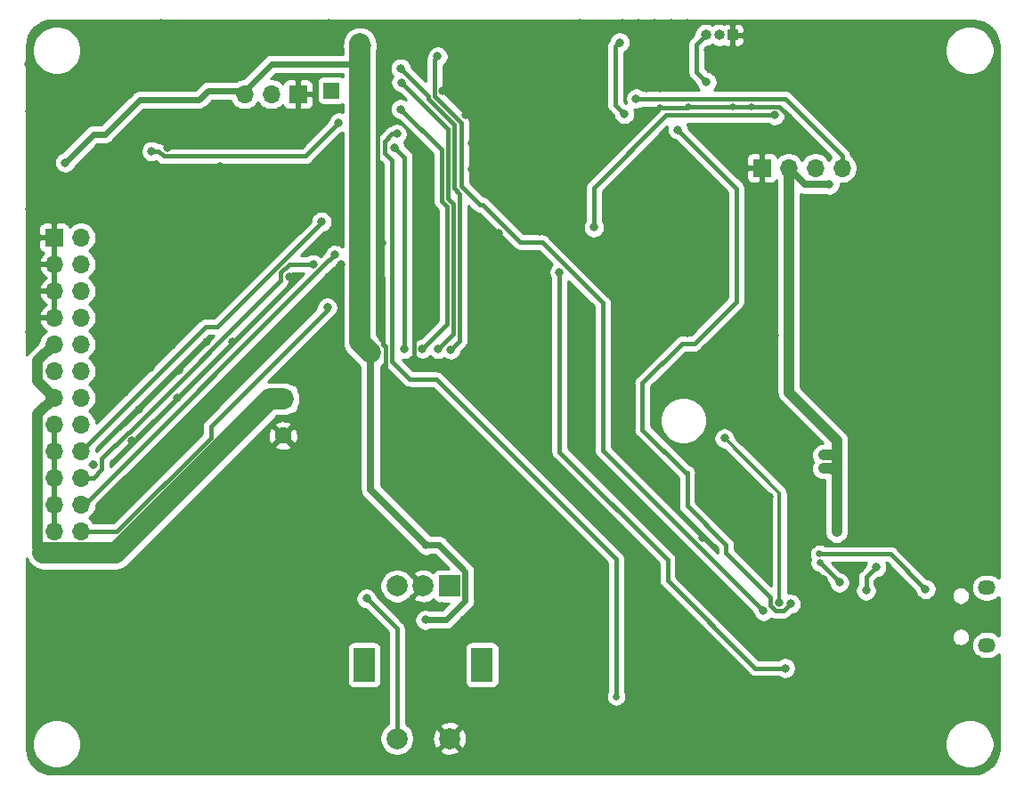
<source format=gbl>
G04 #@! TF.GenerationSoftware,KiCad,Pcbnew,(5.1.12)-1*
G04 #@! TF.CreationDate,2022-05-09T15:03:31+08:00*
G04 #@! TF.ProjectId,Printhead-Controller,5072696e-7468-4656-9164-2d436f6e7472,0.5*
G04 #@! TF.SameCoordinates,Original*
G04 #@! TF.FileFunction,Copper,L2,Bot*
G04 #@! TF.FilePolarity,Positive*
%FSLAX46Y46*%
G04 Gerber Fmt 4.6, Leading zero omitted, Abs format (unit mm)*
G04 Created by KiCad (PCBNEW (5.1.12)-1) date 2022-05-09 15:03:31*
%MOMM*%
%LPD*%
G01*
G04 APERTURE LIST*
G04 #@! TA.AperFunction,ComponentPad*
%ADD10O,1.700000X1.700000*%
G04 #@! TD*
G04 #@! TA.AperFunction,ComponentPad*
%ADD11R,1.700000X1.700000*%
G04 #@! TD*
G04 #@! TA.AperFunction,ComponentPad*
%ADD12R,1.500000X1.500000*%
G04 #@! TD*
G04 #@! TA.AperFunction,ComponentPad*
%ADD13C,1.600000*%
G04 #@! TD*
G04 #@! TA.AperFunction,ComponentPad*
%ADD14R,1.600000X1.600000*%
G04 #@! TD*
G04 #@! TA.AperFunction,ComponentPad*
%ADD15R,2.000000X2.000000*%
G04 #@! TD*
G04 #@! TA.AperFunction,ComponentPad*
%ADD16C,2.000000*%
G04 #@! TD*
G04 #@! TA.AperFunction,ComponentPad*
%ADD17R,2.000000X3.200000*%
G04 #@! TD*
G04 #@! TA.AperFunction,ComponentPad*
%ADD18O,1.700000X1.350000*%
G04 #@! TD*
G04 #@! TA.AperFunction,ComponentPad*
%ADD19O,1.000000X1.000000*%
G04 #@! TD*
G04 #@! TA.AperFunction,ComponentPad*
%ADD20R,1.000000X1.000000*%
G04 #@! TD*
G04 #@! TA.AperFunction,ViaPad*
%ADD21C,0.800000*%
G04 #@! TD*
G04 #@! TA.AperFunction,ViaPad*
%ADD22C,0.650000*%
G04 #@! TD*
G04 #@! TA.AperFunction,Conductor*
%ADD23C,0.400000*%
G04 #@! TD*
G04 #@! TA.AperFunction,Conductor*
%ADD24C,0.700000*%
G04 #@! TD*
G04 #@! TA.AperFunction,Conductor*
%ADD25C,0.600000*%
G04 #@! TD*
G04 #@! TA.AperFunction,Conductor*
%ADD26C,1.000000*%
G04 #@! TD*
G04 #@! TA.AperFunction,Conductor*
%ADD27C,2.000000*%
G04 #@! TD*
G04 #@! TA.AperFunction,Conductor*
%ADD28C,0.300000*%
G04 #@! TD*
G04 #@! TA.AperFunction,Conductor*
%ADD29C,0.254000*%
G04 #@! TD*
G04 #@! TA.AperFunction,Conductor*
%ADD30C,0.100000*%
G04 #@! TD*
G04 APERTURE END LIST*
D10*
X108280200Y-103466900D03*
X105740200Y-103466900D03*
X108280200Y-100926900D03*
X105740200Y-100926900D03*
X108280200Y-98386900D03*
X105740200Y-98386900D03*
X108280200Y-95846900D03*
X105740200Y-95846900D03*
X108280200Y-93306900D03*
X105740200Y-93306900D03*
X108280200Y-90766900D03*
X105740200Y-90766900D03*
X108280200Y-88226900D03*
X105740200Y-88226900D03*
X108280200Y-85686900D03*
X105740200Y-85686900D03*
X108280200Y-83146900D03*
X105740200Y-83146900D03*
X108280200Y-80606900D03*
X105740200Y-80606900D03*
X108280200Y-78066900D03*
X105740200Y-78066900D03*
X108280200Y-75526900D03*
D11*
X105740200Y-75526900D03*
D12*
X132092700Y-61531500D03*
D10*
X123837700Y-61899800D03*
X126377700Y-61899800D03*
D11*
X128917700Y-61899800D03*
D13*
X127508000Y-94368500D03*
D14*
X127508000Y-90868500D03*
D15*
X143327204Y-108667099D03*
D16*
X140827204Y-108667099D03*
X138327204Y-108667099D03*
D17*
X146427204Y-116167099D03*
X135227204Y-116167099D03*
D16*
X143327204Y-123167099D03*
X138327204Y-123167099D03*
D18*
X194429295Y-108820401D03*
X194429295Y-114280401D03*
D10*
X180657500Y-68916099D03*
X178117500Y-68916099D03*
X175577500Y-68916099D03*
D11*
X173037500Y-68916099D03*
D19*
X167703500Y-56261000D03*
X168973500Y-56261000D03*
D20*
X170243500Y-56261000D03*
D21*
X138747500Y-60769500D03*
X142240000Y-86106000D03*
X173736000Y-100203000D03*
X178879500Y-108077000D03*
X187388500Y-111125000D03*
X191071500Y-108712000D03*
X191008000Y-107632500D03*
X192087500Y-108394500D03*
X180276500Y-56388000D03*
X114300000Y-97536000D03*
X125095000Y-86360000D03*
X109474000Y-97091500D03*
X113157000Y-94869000D03*
X117475000Y-90741500D03*
X113792000Y-91884500D03*
X120205500Y-85471000D03*
X122682000Y-85407500D03*
X146151600Y-85636100D03*
D22*
X161544000Y-78613000D03*
X164020500Y-67246500D03*
D21*
X144716500Y-87947500D03*
X155409900Y-90081100D03*
X155829000Y-84899500D03*
X163957000Y-76073000D03*
X164084000Y-71501000D03*
X156146500Y-75755500D03*
X155194000Y-71120000D03*
X151892000Y-74980800D03*
X148018500Y-75120500D03*
X145478500Y-75565000D03*
X148018500Y-71183500D03*
X145478500Y-69024500D03*
X142684500Y-61595000D03*
X142684500Y-55181500D03*
X144208500Y-55181500D03*
X145669000Y-55181500D03*
X147129500Y-55181500D03*
X148526500Y-55181500D03*
X149923500Y-55181500D03*
X151320500Y-55181500D03*
X152781000Y-55181500D03*
X154178000Y-55181500D03*
X155702000Y-55118000D03*
X159766000Y-55118000D03*
X161290000Y-55118000D03*
X162814000Y-55118000D03*
X164401500Y-55118000D03*
X165925500Y-55118000D03*
X166497000Y-65024000D03*
X166306500Y-68135500D03*
X168973500Y-67373500D03*
X168973500Y-65087500D03*
X174688500Y-67183000D03*
X175387000Y-61214000D03*
X180848000Y-66294000D03*
X178181000Y-63627000D03*
X172529500Y-65024000D03*
X172910500Y-76009500D03*
X172910500Y-78486000D03*
X169100500Y-78676500D03*
X177253900Y-78498700D03*
X177253900Y-75996800D03*
X179755800Y-60744100D03*
X174117000Y-58547000D03*
X185420000Y-55245000D03*
X191071500Y-55245000D03*
X195199000Y-60007500D03*
X183451500Y-59245500D03*
X195262500Y-72199500D03*
X195199000Y-83566000D03*
X195199000Y-100965000D03*
X195199000Y-116713000D03*
X195199000Y-122364500D03*
X191071500Y-126174500D03*
X181546500Y-126174500D03*
X172085000Y-126174500D03*
X164274500Y-126174500D03*
X155194000Y-126174500D03*
X145478500Y-126174500D03*
X135953500Y-126174500D03*
X124968000Y-126174500D03*
X115252500Y-126174500D03*
X107505500Y-126174500D03*
X103441500Y-121094500D03*
X103441500Y-112776000D03*
X103378000Y-84518500D03*
X103378000Y-72834500D03*
X103378000Y-63500000D03*
X103314500Y-59055000D03*
X107505500Y-55181500D03*
X115887500Y-55118000D03*
X126263400Y-55181500D03*
X131826000Y-55118000D03*
X132791200Y-57099200D03*
X110807500Y-63309500D03*
X118173500Y-65087500D03*
X116522500Y-66992500D03*
X126047500Y-70802500D03*
X128016000Y-72263000D03*
X132854700Y-71932800D03*
X141033500Y-73787000D03*
X141033500Y-76009500D03*
X136906000Y-76073000D03*
X132715000Y-75946000D03*
X124523500Y-78486000D03*
X109601000Y-79248000D03*
X132969000Y-86233000D03*
X127393700Y-88493600D03*
X137160000Y-95694500D03*
X137160000Y-99060000D03*
X136207500Y-101727000D03*
X134302500Y-95885000D03*
X139509500Y-87439500D03*
X139509500Y-100965000D03*
X134175500Y-107315000D03*
X132270500Y-105854500D03*
X136652000Y-107632500D03*
X117538500Y-109347000D03*
X118110000Y-106934000D03*
X113030000Y-110299500D03*
X114046000Y-112839500D03*
X114427000Y-119380000D03*
X118618000Y-119951500D03*
X118618000Y-116967000D03*
X140144500Y-119888000D03*
X137033000Y-119888000D03*
X133159500Y-116903500D03*
X142684500Y-116903500D03*
X139890500Y-116903500D03*
X144780000Y-104648000D03*
X146177000Y-107378500D03*
X142621000Y-110553500D03*
X144716500Y-111887000D03*
X151257000Y-118808500D03*
X151384000Y-115633500D03*
X155130500Y-116459000D03*
X157988000Y-120269000D03*
X161226500Y-121920000D03*
X162966400Y-108546900D03*
X161226500Y-105981500D03*
X167386000Y-104076500D03*
X167259000Y-99885500D03*
X170434000Y-101219000D03*
X169672000Y-97409000D03*
X174498000Y-94742000D03*
X176847500Y-97726500D03*
X183134000Y-103314500D03*
X181673500Y-109601000D03*
X182372000Y-107061000D03*
X184924700Y-115798600D03*
X191135000Y-114808000D03*
X178739800Y-112610900D03*
X173418500Y-115252500D03*
X177927000Y-100711000D03*
X179133500Y-91186000D03*
X169227500Y-86868000D03*
X165989000Y-84582000D03*
X163004500Y-89852500D03*
X169227500Y-75628500D03*
X168973500Y-70802500D03*
X120459500Y-99822000D03*
X119545100Y-94068900D03*
X110274100Y-102260400D03*
X126619000Y-109537500D03*
X126555500Y-106743500D03*
X124777500Y-116967000D03*
X124777500Y-119951500D03*
X131508500Y-119951500D03*
D22*
X163322000Y-63182500D03*
X166052500Y-63119000D03*
X170243500Y-63119000D03*
X172021500Y-63055500D03*
X175641000Y-64008000D03*
D21*
X178498500Y-67183000D03*
X184404000Y-71818500D03*
X177038000Y-73152000D03*
X174180500Y-73342500D03*
X154178000Y-99314000D03*
X188658500Y-94615000D03*
X177165000Y-84963000D03*
X174244000Y-84836000D03*
X180594000Y-120015000D03*
X163957000Y-117729000D03*
X116078000Y-74104500D03*
X109601000Y-76771500D03*
X122428000Y-76771500D03*
X116205000Y-79184500D03*
X116141500Y-76708000D03*
X117602000Y-88138000D03*
X120904000Y-90487500D03*
X128143000Y-100647500D03*
X128079500Y-79248000D03*
X129641600Y-86283800D03*
X136728200Y-78714600D03*
X131800600Y-79286100D03*
X141109700Y-78676500D03*
X145554700Y-78587600D03*
X144716500Y-93218000D03*
X144780000Y-100203000D03*
X139573000Y-95440500D03*
X163639500Y-80899000D03*
X166306500Y-78486000D03*
X166560500Y-76073000D03*
X149288500Y-66675000D03*
X151638000Y-63881000D03*
X151638000Y-62420500D03*
X151701500Y-60769500D03*
X150304500Y-59753500D03*
X147574000Y-59626500D03*
X145351500Y-59690000D03*
X144843500Y-62420500D03*
X144843500Y-63817500D03*
X145478500Y-66548000D03*
X148272500Y-63182500D03*
X171831000Y-61150500D03*
X168973500Y-60007500D03*
X163576000Y-57086500D03*
X174180500Y-55181500D03*
D22*
X137350500Y-88646000D03*
D21*
X157924500Y-113601500D03*
X157797500Y-109601000D03*
X155067000Y-111823500D03*
X152463500Y-101219000D03*
X149860000Y-94996000D03*
X148399500Y-97091500D03*
X144843500Y-90170000D03*
X139573000Y-90106500D03*
X136715500Y-68580000D03*
X170751500Y-93218000D03*
X165925500Y-96329500D03*
X164211000Y-97980500D03*
X160464500Y-89852500D03*
X165989000Y-86868000D03*
D22*
X136626600Y-65557400D03*
D21*
X128536700Y-66598800D03*
X130479800Y-65100200D03*
X120789700Y-60337700D03*
X136740900Y-73431400D03*
X133032500Y-78117700D03*
X116954300Y-85775800D03*
X112471200Y-90233500D03*
X114922300Y-87909400D03*
D22*
X136893300Y-85217000D03*
X152273000Y-85585300D03*
D21*
X152323800Y-91338400D03*
X163322000Y-103479600D03*
X165569900Y-105968800D03*
X160439100Y-111277400D03*
X132689600Y-73837800D03*
X150495000Y-78257400D03*
X151790400Y-79552800D03*
X155689300Y-63080900D03*
D22*
X132930900Y-66014600D03*
D21*
X130543300Y-68402200D03*
X139192000Y-55232300D03*
X121513600Y-68745100D03*
X119773700Y-70192900D03*
X127190500Y-76009500D03*
X141605000Y-90728800D03*
X141732000Y-87566500D03*
X171005500Y-110731300D03*
X171386500Y-105714800D03*
D22*
X162039300Y-61391800D03*
X163296600Y-61366400D03*
X161709100Y-64033400D03*
D21*
X167944800Y-57645300D03*
X164795200Y-59893200D03*
X143446500Y-86169500D03*
X138684000Y-59436000D03*
X174244000Y-63881000D03*
X175247300Y-116484400D03*
X153793605Y-78822403D03*
X157046510Y-74549000D03*
X173189900Y-111048800D03*
X142201900Y-58293000D03*
X135445500Y-109855000D03*
X138684000Y-63309500D03*
X140754010Y-86099589D03*
X179451000Y-70485000D03*
X141033500Y-111887000D03*
X141097000Y-104775000D03*
X180149500Y-103505000D03*
X178879500Y-96202500D03*
X178879500Y-97472500D03*
X135826500Y-86487000D03*
X135483600Y-57264300D03*
X106781600Y-68389500D03*
X134175500Y-57315100D03*
X134823200Y-56515000D03*
X132803900Y-64592200D03*
X115011200Y-67322700D03*
D22*
X178548225Y-106479533D03*
D21*
X180401596Y-108332904D03*
D22*
X178511849Y-105630300D03*
D21*
X188595000Y-108966000D03*
X167767000Y-60742990D03*
X169473188Y-94623312D03*
X174702870Y-110236927D03*
X175768000Y-110363000D03*
X165035722Y-65261077D03*
X161074010Y-62306671D03*
X159956500Y-63754000D03*
X159512000Y-56959500D03*
X139065000Y-86106000D03*
X138120616Y-66950992D03*
D22*
X159194500Y-119189500D03*
D21*
X138328400Y-65659000D03*
X182943500Y-109093000D03*
X183896000Y-106870500D03*
X131724400Y-82169000D03*
X132461000Y-77152500D03*
X130371503Y-78059812D03*
X131152900Y-74028300D03*
D23*
X143173578Y-71832963D02*
X143694022Y-72353407D01*
X143694022Y-72353407D02*
X143694022Y-84651978D01*
X142639999Y-85706001D02*
X142240000Y-86106000D01*
X143694022Y-84651978D02*
X142639999Y-85706001D01*
X143173578Y-65195578D02*
X143173578Y-71832963D01*
X138747500Y-60769500D02*
X143173578Y-65195578D01*
D24*
X187388500Y-111125000D02*
X187833000Y-110680500D01*
X189103000Y-110680500D02*
X191071500Y-108712000D01*
X187833000Y-110680500D02*
X189103000Y-110680500D01*
X191325500Y-107632500D02*
X192087500Y-108394500D01*
X191008000Y-107632500D02*
X191325500Y-107632500D01*
D23*
X167259000Y-99885500D02*
X167259000Y-98107500D01*
X167259000Y-98107500D02*
X166941500Y-97790000D01*
X165989000Y-63182500D02*
X166052500Y-63119000D01*
X163322000Y-63182500D02*
X165989000Y-63182500D01*
X166052500Y-63119000D02*
X170243500Y-63119000D01*
X171958000Y-63119000D02*
X172021500Y-63055500D01*
X170243500Y-63119000D02*
X171958000Y-63119000D01*
X174688500Y-63055500D02*
X175641000Y-64008000D01*
X172021500Y-63055500D02*
X174688500Y-63055500D01*
X137226509Y-85907097D02*
X137226509Y-88395009D01*
X137033000Y-85713588D02*
X137226509Y-85907097D01*
X137033000Y-79375000D02*
X137033000Y-85713588D01*
X137350500Y-88519000D02*
X137350500Y-88646000D01*
X137226509Y-88395009D02*
X137350500Y-88519000D01*
X139509500Y-87439500D02*
X139954000Y-86995000D01*
X139954000Y-86995000D02*
X139954000Y-80518000D01*
X139954000Y-80518000D02*
X141160500Y-79311500D01*
X136906000Y-65297510D02*
X136500993Y-65702517D01*
X136500993Y-65702517D02*
X136500993Y-72592511D01*
X136500993Y-72592511D02*
X136900992Y-72992510D01*
X144294033Y-71355575D02*
X143773589Y-70835132D01*
X143446500Y-86169500D02*
X144294033Y-85321967D01*
X144294033Y-85321967D02*
X144294033Y-71355575D01*
X143773589Y-70835132D02*
X143773589Y-64780134D01*
X143773589Y-64780134D02*
X141284488Y-62291033D01*
X141284488Y-62291033D02*
X141284488Y-62036488D01*
X141284488Y-62036488D02*
X138684000Y-59436000D01*
X164058501Y-108127701D02*
X164058501Y-106171901D01*
X175247300Y-116484400D02*
X172415200Y-116484400D01*
X172415200Y-116484400D02*
X164058501Y-108127701D01*
X164058501Y-106171901D02*
X153793605Y-95907005D01*
X153793605Y-95907005D02*
X153793605Y-78822403D01*
X157046510Y-70791490D02*
X157046510Y-74549000D01*
X174244000Y-63881000D02*
X163957000Y-63881000D01*
X163957000Y-63881000D02*
X157046510Y-70791490D01*
X141884499Y-62042501D02*
X141884499Y-59207301D01*
X144437100Y-64595102D02*
X141884499Y-62042501D01*
X144437100Y-70650100D02*
X144437100Y-64595102D01*
X146202400Y-72415400D02*
X144437100Y-70650100D01*
X146497402Y-72415400D02*
X146202400Y-72415400D01*
X150066003Y-75984001D02*
X146497402Y-72415400D01*
X152133201Y-75984001D02*
X150066003Y-75984001D01*
X157899001Y-81749801D02*
X152133201Y-75984001D01*
X157899001Y-95757901D02*
X157899001Y-81749801D01*
X173189900Y-111048800D02*
X157899001Y-95757901D01*
X141884499Y-58610401D02*
X142201900Y-58293000D01*
X141884499Y-59207301D02*
X141884499Y-58610401D01*
X138327204Y-123167099D02*
X138327204Y-112736704D01*
X138327204Y-112736704D02*
X135445500Y-109855000D01*
X143068869Y-72576797D02*
X143068869Y-83784730D01*
X142573567Y-72081495D02*
X143068869Y-72576797D01*
X142573567Y-67199067D02*
X142573567Y-72081495D01*
X138684000Y-63309500D02*
X142573567Y-67199067D01*
X143068869Y-83784730D02*
X141154009Y-85699590D01*
X141154009Y-85699590D02*
X140754010Y-86099589D01*
D24*
X177154104Y-70485000D02*
X175585203Y-68916099D01*
X179451000Y-70485000D02*
X177154104Y-70485000D01*
D25*
X144827205Y-107267098D02*
X142335107Y-104775000D01*
X144827205Y-110067100D02*
X144827205Y-107267098D01*
X143007305Y-111887000D02*
X144827205Y-110067100D01*
X142335107Y-104775000D02*
X141097000Y-104775000D01*
X141033500Y-111887000D02*
X143007305Y-111887000D01*
D26*
X175585203Y-68916099D02*
X175585203Y-90241203D01*
X175585203Y-90241203D02*
X180149500Y-94805500D01*
X179768500Y-96202500D02*
X180149500Y-95821500D01*
X178879500Y-96202500D02*
X179768500Y-96202500D01*
X180149500Y-94805500D02*
X180149500Y-95821500D01*
X179705000Y-97472500D02*
X180149500Y-97917000D01*
X178879500Y-97472500D02*
X179705000Y-97472500D01*
X180149500Y-97917000D02*
X180149500Y-103505000D01*
X180149500Y-95821500D02*
X180149500Y-97917000D01*
D24*
X135826500Y-99504500D02*
X141097000Y-104775000D01*
X135826500Y-86487000D02*
X135826500Y-99504500D01*
D27*
X135826500Y-86487000D02*
X134810500Y-85471000D01*
X134810500Y-85471000D02*
X134810500Y-66687790D01*
X134810500Y-59004200D02*
X134810500Y-66687790D01*
X134810500Y-57086500D02*
X134810500Y-59004200D01*
D25*
X106781600Y-68389500D02*
X109448600Y-65722500D01*
X120384798Y-61544200D02*
X123901200Y-61544200D01*
X109448600Y-65722500D02*
X110578900Y-65722500D01*
X113873801Y-62427599D02*
X119501399Y-62427599D01*
X110578900Y-65722500D02*
X113873801Y-62427599D01*
X119501399Y-62427599D02*
X120384798Y-61544200D01*
X126441200Y-59004200D02*
X123901200Y-61544200D01*
X134810500Y-59004200D02*
X126441200Y-59004200D01*
D23*
X115668698Y-67322700D02*
X115011200Y-67322700D01*
X116138499Y-67792501D02*
X115668698Y-67322700D01*
X129603599Y-67792501D02*
X116138499Y-67792501D01*
X132803900Y-64592200D02*
X129603599Y-67792501D01*
X180401596Y-108332904D02*
X178548225Y-106479533D01*
X188595000Y-108966000D02*
X185259300Y-105630300D01*
X185259300Y-105630300D02*
X178511849Y-105630300D01*
D28*
X174702870Y-99852994D02*
X174702870Y-110236927D01*
X169473188Y-94623312D02*
X174702870Y-99852994D01*
D23*
X167767000Y-60742990D02*
X166776400Y-59752390D01*
X166776400Y-57188100D02*
X167703500Y-56261000D01*
X166776400Y-59752390D02*
X166776400Y-57188100D01*
X170624500Y-70849855D02*
X165035722Y-65261077D01*
X170624500Y-81597500D02*
X170624500Y-70849855D01*
X166624000Y-85598000D02*
X170624500Y-81597500D01*
X165439998Y-85598000D02*
X166624000Y-85598000D01*
X161671000Y-89366998D02*
X165439998Y-85598000D01*
X161671000Y-93789500D02*
X161671000Y-89366998D01*
X165798500Y-97917000D02*
X161671000Y-93789500D01*
X165925500Y-97917000D02*
X165798500Y-97917000D01*
X175086871Y-111036928D02*
X174318869Y-111036928D01*
X175502871Y-110620928D02*
X175086871Y-111036928D01*
X174318869Y-111036928D02*
X173824900Y-110542959D01*
X173824900Y-110542959D02*
X173824900Y-109740700D01*
X173824900Y-109740700D02*
X169633900Y-105549700D01*
X169633900Y-104775000D02*
X165925500Y-101066600D01*
X169633900Y-105549700D02*
X169633900Y-104775000D01*
X165925500Y-101066600D02*
X165925500Y-97917000D01*
X175257856Y-62306671D02*
X161639695Y-62306671D01*
X161639695Y-62306671D02*
X161074010Y-62306671D01*
X180665203Y-68916099D02*
X180665203Y-67714018D01*
X180665203Y-67714018D02*
X175257856Y-62306671D01*
X159956500Y-63754000D02*
X159112001Y-62909501D01*
X159112001Y-62909501D02*
X159112001Y-57359499D01*
X159112001Y-57359499D02*
X159512000Y-56959500D01*
X139065000Y-86106000D02*
X139065000Y-67895376D01*
X139065000Y-67895376D02*
X138120616Y-66950992D01*
X142113000Y-89027000D02*
X139573000Y-89027000D01*
X137834588Y-87288588D02*
X137834588Y-69406511D01*
X139573000Y-89027000D02*
X137834588Y-87288588D01*
X159194500Y-106108500D02*
X142113000Y-89027000D01*
X159194500Y-119189500D02*
X159194500Y-106108500D01*
X137834588Y-69406511D02*
X137834588Y-68200488D01*
X137834588Y-68200488D02*
X137147300Y-67513200D01*
X137147300Y-67513200D02*
X137147300Y-66395600D01*
X137883900Y-65659000D02*
X138328400Y-65659000D01*
X137147300Y-66395600D02*
X137883900Y-65659000D01*
D26*
X104177499Y-87211501D02*
X105727500Y-85661500D01*
X104177499Y-89191499D02*
X104177499Y-87211501D01*
X105727500Y-90741500D02*
X104177499Y-89191499D01*
X104177499Y-92291501D02*
X105727500Y-90741500D01*
X104177499Y-105015699D02*
X104698800Y-105537000D01*
X104177499Y-103517099D02*
X104177499Y-105015699D01*
X104177499Y-104084207D02*
X104177499Y-103517099D01*
X104177499Y-103517099D02*
X104177499Y-92291501D01*
D27*
X126290416Y-90868500D02*
X111621916Y-105537000D01*
X127508000Y-90868500D02*
X126290416Y-90868500D01*
X111621916Y-105537000D02*
X104698800Y-105537000D01*
D23*
X182943500Y-107823000D02*
X183896000Y-106870500D01*
X182943500Y-109093000D02*
X182943500Y-107823000D01*
X111712102Y-103466900D02*
X108280200Y-103466900D01*
X120624501Y-94554501D02*
X111712102Y-103466900D01*
X120624501Y-93510199D02*
X120624501Y-94554501D01*
X131724400Y-82410300D02*
X120624501Y-93510199D01*
X131724400Y-82169000D02*
X131724400Y-82410300D01*
X131914999Y-77698501D02*
X131864199Y-77698501D01*
X132461000Y-77152500D02*
X131914999Y-77698501D01*
X108635800Y-100926900D02*
X108280200Y-100926900D01*
X131864199Y-77698501D02*
X108635800Y-100926900D01*
X110274001Y-96567997D02*
X112772999Y-94068999D01*
X128083686Y-78059812D02*
X130371503Y-78059812D01*
X110274001Y-97595180D02*
X110274001Y-96567997D01*
X109482281Y-98386900D02*
X110274001Y-97595180D01*
X127279499Y-79625999D02*
X127279499Y-78863999D01*
X112772999Y-94068999D02*
X112836499Y-94068999D01*
X112836499Y-94068999D02*
X127279499Y-79625999D01*
X127279499Y-78863999D02*
X128083686Y-78059812D01*
X108280200Y-98386900D02*
X109482281Y-98386900D01*
X131253955Y-74041000D02*
X121287467Y-84007488D01*
X120119612Y-84007488D02*
X108280200Y-95846900D01*
X121287467Y-84007488D02*
X120119612Y-84007488D01*
D29*
X193134642Y-54888992D02*
X193630214Y-54937584D01*
X194075791Y-55072112D01*
X194486746Y-55290620D01*
X194847437Y-55584794D01*
X195144117Y-55943418D01*
X195365491Y-56352841D01*
X195503126Y-56797468D01*
X195554999Y-57291013D01*
X195555001Y-107913875D01*
X195535087Y-107889609D01*
X195335613Y-107725906D01*
X195108036Y-107604263D01*
X194861100Y-107529356D01*
X194668646Y-107510401D01*
X194189944Y-107510401D01*
X193997490Y-107529356D01*
X193750554Y-107604263D01*
X193522977Y-107725906D01*
X193323503Y-107889609D01*
X193159800Y-108089083D01*
X193038157Y-108316660D01*
X192963250Y-108563596D01*
X192937957Y-108820401D01*
X192963250Y-109077206D01*
X193038157Y-109324142D01*
X193159800Y-109551719D01*
X193323503Y-109751193D01*
X193522977Y-109914896D01*
X193750554Y-110036539D01*
X193997490Y-110111446D01*
X194189944Y-110130401D01*
X194668646Y-110130401D01*
X194861100Y-110111446D01*
X195108036Y-110036539D01*
X195335613Y-109914896D01*
X195535087Y-109751193D01*
X195555001Y-109726927D01*
X195555002Y-113373875D01*
X195535087Y-113349609D01*
X195335613Y-113185906D01*
X195108036Y-113064263D01*
X194861100Y-112989356D01*
X194668646Y-112970401D01*
X194189944Y-112970401D01*
X193997490Y-112989356D01*
X193750554Y-113064263D01*
X193522977Y-113185906D01*
X193323503Y-113349609D01*
X193159800Y-113549083D01*
X193038157Y-113776660D01*
X192963250Y-114023596D01*
X192937957Y-114280401D01*
X192963250Y-114537206D01*
X193038157Y-114784142D01*
X193159800Y-115011719D01*
X193323503Y-115211193D01*
X193522977Y-115374896D01*
X193750554Y-115496539D01*
X193997490Y-115571446D01*
X194189944Y-115590401D01*
X194668646Y-115590401D01*
X194861100Y-115571446D01*
X195108036Y-115496539D01*
X195335613Y-115374896D01*
X195535087Y-115211193D01*
X195555002Y-115186927D01*
X195555002Y-124110212D01*
X195506417Y-124605716D01*
X195371890Y-125051291D01*
X195153381Y-125462247D01*
X194859209Y-125822937D01*
X194500584Y-126119618D01*
X194091162Y-126340991D01*
X193646538Y-126478626D01*
X193152991Y-126530500D01*
X105569279Y-126530500D01*
X105073785Y-126481916D01*
X104628210Y-126347389D01*
X104217254Y-126128880D01*
X103856564Y-125834708D01*
X103559883Y-125476083D01*
X103338510Y-125066661D01*
X103200875Y-124622037D01*
X103148999Y-124128467D01*
X103148923Y-123467170D01*
X103637841Y-123467170D01*
X103637841Y-123928830D01*
X103727907Y-124381620D01*
X103904576Y-124808139D01*
X104161061Y-125191996D01*
X104487505Y-125518440D01*
X104871362Y-125774925D01*
X105297881Y-125951594D01*
X105750671Y-126041660D01*
X106212331Y-126041660D01*
X106665121Y-125951594D01*
X107091640Y-125774925D01*
X107475497Y-125518440D01*
X107801941Y-125191996D01*
X108058426Y-124808139D01*
X108235095Y-124381620D01*
X108325161Y-123928830D01*
X108325161Y-123467170D01*
X108235095Y-123014380D01*
X108058426Y-122587861D01*
X107801941Y-122204004D01*
X107475497Y-121877560D01*
X107091640Y-121621075D01*
X106665121Y-121444406D01*
X106212331Y-121354340D01*
X105750671Y-121354340D01*
X105297881Y-121444406D01*
X104871362Y-121621075D01*
X104487505Y-121877560D01*
X104161061Y-122204004D01*
X103904576Y-122587861D01*
X103727907Y-123014380D01*
X103637841Y-123467170D01*
X103148923Y-123467170D01*
X103147898Y-114567099D01*
X133589132Y-114567099D01*
X133589132Y-117767099D01*
X133601392Y-117891581D01*
X133637702Y-118011279D01*
X133696667Y-118121593D01*
X133776019Y-118218284D01*
X133872710Y-118297636D01*
X133983024Y-118356601D01*
X134102722Y-118392911D01*
X134227204Y-118405171D01*
X136227204Y-118405171D01*
X136351686Y-118392911D01*
X136471384Y-118356601D01*
X136581698Y-118297636D01*
X136678389Y-118218284D01*
X136757741Y-118121593D01*
X136816706Y-118011279D01*
X136853016Y-117891581D01*
X136865276Y-117767099D01*
X136865276Y-114567099D01*
X136853016Y-114442617D01*
X136816706Y-114322919D01*
X136757741Y-114212605D01*
X136678389Y-114115914D01*
X136581698Y-114036562D01*
X136471384Y-113977597D01*
X136351686Y-113941287D01*
X136227204Y-113929027D01*
X134227204Y-113929027D01*
X134102722Y-113941287D01*
X133983024Y-113977597D01*
X133872710Y-114036562D01*
X133776019Y-114115914D01*
X133696667Y-114212605D01*
X133637702Y-114322919D01*
X133601392Y-114442617D01*
X133589132Y-114567099D01*
X103147898Y-114567099D01*
X103147344Y-109753061D01*
X134410500Y-109753061D01*
X134410500Y-109956939D01*
X134450274Y-110156898D01*
X134528295Y-110345256D01*
X134641563Y-110514774D01*
X134785726Y-110658937D01*
X134955244Y-110772205D01*
X135143602Y-110850226D01*
X135288725Y-110879093D01*
X137492205Y-113082574D01*
X137492204Y-121758630D01*
X137284952Y-121897112D01*
X137057217Y-122124847D01*
X136878286Y-122392636D01*
X136755036Y-122690187D01*
X136692204Y-123006066D01*
X136692204Y-123328132D01*
X136755036Y-123644011D01*
X136878286Y-123941562D01*
X137057217Y-124209351D01*
X137284952Y-124437086D01*
X137552741Y-124616017D01*
X137850292Y-124739267D01*
X138166171Y-124802099D01*
X138488237Y-124802099D01*
X138804116Y-124739267D01*
X139101667Y-124616017D01*
X139369456Y-124437086D01*
X139504030Y-124302512D01*
X142371396Y-124302512D01*
X142467160Y-124566913D01*
X142756775Y-124707803D01*
X143068312Y-124789483D01*
X143389799Y-124808817D01*
X143708879Y-124765060D01*
X144013292Y-124659894D01*
X144187248Y-124566913D01*
X144283012Y-124302512D01*
X143327204Y-123346704D01*
X142371396Y-124302512D01*
X139504030Y-124302512D01*
X139597191Y-124209351D01*
X139776122Y-123941562D01*
X139899372Y-123644011D01*
X139962204Y-123328132D01*
X139962204Y-123229694D01*
X141685486Y-123229694D01*
X141729243Y-123548774D01*
X141834409Y-123853187D01*
X141927390Y-124027143D01*
X142191791Y-124122907D01*
X143147599Y-123167099D01*
X143506809Y-123167099D01*
X144462617Y-124122907D01*
X144727018Y-124027143D01*
X144867908Y-123737528D01*
X144938791Y-123467170D01*
X190442340Y-123467170D01*
X190442340Y-123928830D01*
X190532406Y-124381620D01*
X190709075Y-124808139D01*
X190965560Y-125191996D01*
X191292004Y-125518440D01*
X191675861Y-125774925D01*
X192102380Y-125951594D01*
X192555170Y-126041660D01*
X193016830Y-126041660D01*
X193469620Y-125951594D01*
X193896139Y-125774925D01*
X194279996Y-125518440D01*
X194606440Y-125191996D01*
X194862925Y-124808139D01*
X195039594Y-124381620D01*
X195129660Y-123928830D01*
X195129660Y-123467170D01*
X195039594Y-123014380D01*
X194862925Y-122587861D01*
X194606440Y-122204004D01*
X194279996Y-121877560D01*
X193896139Y-121621075D01*
X193469620Y-121444406D01*
X193016830Y-121354340D01*
X192555170Y-121354340D01*
X192102380Y-121444406D01*
X191675861Y-121621075D01*
X191292004Y-121877560D01*
X190965560Y-122204004D01*
X190709075Y-122587861D01*
X190532406Y-123014380D01*
X190442340Y-123467170D01*
X144938791Y-123467170D01*
X144949588Y-123425991D01*
X144968922Y-123104504D01*
X144925165Y-122785424D01*
X144819999Y-122481011D01*
X144727018Y-122307055D01*
X144462617Y-122211291D01*
X143506809Y-123167099D01*
X143147599Y-123167099D01*
X142191791Y-122211291D01*
X141927390Y-122307055D01*
X141786500Y-122596670D01*
X141704820Y-122908207D01*
X141685486Y-123229694D01*
X139962204Y-123229694D01*
X139962204Y-123006066D01*
X139899372Y-122690187D01*
X139776122Y-122392636D01*
X139597191Y-122124847D01*
X139504030Y-122031686D01*
X142371396Y-122031686D01*
X143327204Y-122987494D01*
X144283012Y-122031686D01*
X144187248Y-121767285D01*
X143897633Y-121626395D01*
X143586096Y-121544715D01*
X143264609Y-121525381D01*
X142945529Y-121569138D01*
X142641116Y-121674304D01*
X142467160Y-121767285D01*
X142371396Y-122031686D01*
X139504030Y-122031686D01*
X139369456Y-121897112D01*
X139162204Y-121758631D01*
X139162204Y-114567099D01*
X144789132Y-114567099D01*
X144789132Y-117767099D01*
X144801392Y-117891581D01*
X144837702Y-118011279D01*
X144896667Y-118121593D01*
X144976019Y-118218284D01*
X145072710Y-118297636D01*
X145183024Y-118356601D01*
X145302722Y-118392911D01*
X145427204Y-118405171D01*
X147427204Y-118405171D01*
X147551686Y-118392911D01*
X147671384Y-118356601D01*
X147781698Y-118297636D01*
X147878389Y-118218284D01*
X147957741Y-118121593D01*
X148016706Y-118011279D01*
X148053016Y-117891581D01*
X148065276Y-117767099D01*
X148065276Y-114567099D01*
X148053016Y-114442617D01*
X148016706Y-114322919D01*
X147957741Y-114212605D01*
X147878389Y-114115914D01*
X147781698Y-114036562D01*
X147671384Y-113977597D01*
X147551686Y-113941287D01*
X147427204Y-113929027D01*
X145427204Y-113929027D01*
X145302722Y-113941287D01*
X145183024Y-113977597D01*
X145072710Y-114036562D01*
X144976019Y-114115914D01*
X144896667Y-114212605D01*
X144837702Y-114322919D01*
X144801392Y-114442617D01*
X144789132Y-114567099D01*
X139162204Y-114567099D01*
X139162204Y-112777722D01*
X139166244Y-112736704D01*
X139150122Y-112573015D01*
X139102376Y-112415617D01*
X139024840Y-112270558D01*
X138946643Y-112175274D01*
X138946641Y-112175272D01*
X138920495Y-112143413D01*
X138888636Y-112117267D01*
X136469593Y-109698225D01*
X136440726Y-109553102D01*
X136362705Y-109364744D01*
X136249437Y-109195226D01*
X136105274Y-109051063D01*
X135935756Y-108937795D01*
X135747398Y-108859774D01*
X135547439Y-108820000D01*
X135343561Y-108820000D01*
X135143602Y-108859774D01*
X134955244Y-108937795D01*
X134785726Y-109051063D01*
X134641563Y-109195226D01*
X134528295Y-109364744D01*
X134450274Y-109553102D01*
X134410500Y-109753061D01*
X103147344Y-109753061D01*
X103147201Y-108506066D01*
X136692204Y-108506066D01*
X136692204Y-108828132D01*
X136755036Y-109144011D01*
X136878286Y-109441562D01*
X137057217Y-109709351D01*
X137284952Y-109937086D01*
X137552741Y-110116017D01*
X137850292Y-110239267D01*
X138166171Y-110302099D01*
X138488237Y-110302099D01*
X138804116Y-110239267D01*
X139101667Y-110116017D01*
X139369456Y-109937086D01*
X139597191Y-109709351D01*
X139662129Y-109612164D01*
X139691791Y-109622907D01*
X140647599Y-108667099D01*
X139691791Y-107711291D01*
X139662129Y-107722034D01*
X139597191Y-107624847D01*
X139369456Y-107397112D01*
X139101667Y-107218181D01*
X138804116Y-107094931D01*
X138488237Y-107032099D01*
X138166171Y-107032099D01*
X137850292Y-107094931D01*
X137552741Y-107218181D01*
X137284952Y-107397112D01*
X137057217Y-107624847D01*
X136878286Y-107892636D01*
X136755036Y-108190187D01*
X136692204Y-108506066D01*
X103147201Y-108506066D01*
X103146917Y-106053528D01*
X103180948Y-106165715D01*
X103332769Y-106449752D01*
X103537086Y-106698714D01*
X103786048Y-106903031D01*
X104070085Y-107054852D01*
X104378284Y-107148343D01*
X104618478Y-107172000D01*
X111541597Y-107172000D01*
X111621916Y-107179911D01*
X111702235Y-107172000D01*
X111702238Y-107172000D01*
X111942432Y-107148343D01*
X112250631Y-107054852D01*
X112534668Y-106903031D01*
X112783630Y-106698714D01*
X112834841Y-106636313D01*
X124109952Y-95361202D01*
X126694903Y-95361202D01*
X126766486Y-95605171D01*
X127021996Y-95726071D01*
X127296184Y-95794800D01*
X127578512Y-95808717D01*
X127858130Y-95767287D01*
X128124292Y-95672103D01*
X128249514Y-95605171D01*
X128321097Y-95361202D01*
X127508000Y-94548105D01*
X126694903Y-95361202D01*
X124109952Y-95361202D01*
X125032143Y-94439012D01*
X126067783Y-94439012D01*
X126109213Y-94718630D01*
X126204397Y-94984792D01*
X126271329Y-95110014D01*
X126515298Y-95181597D01*
X127328395Y-94368500D01*
X127687605Y-94368500D01*
X128500702Y-95181597D01*
X128744671Y-95110014D01*
X128865571Y-94854504D01*
X128934300Y-94580316D01*
X128948217Y-94297988D01*
X128906787Y-94018370D01*
X128811603Y-93752208D01*
X128744671Y-93626986D01*
X128500702Y-93555403D01*
X127687605Y-94368500D01*
X127328395Y-94368500D01*
X126515298Y-93555403D01*
X126271329Y-93626986D01*
X126150429Y-93882496D01*
X126081700Y-94156684D01*
X126067783Y-94439012D01*
X125032143Y-94439012D01*
X126095357Y-93375798D01*
X126694903Y-93375798D01*
X127508000Y-94188895D01*
X128321097Y-93375798D01*
X128249514Y-93131829D01*
X127994004Y-93010929D01*
X127719816Y-92942200D01*
X127437488Y-92928283D01*
X127157870Y-92969713D01*
X126891708Y-93064897D01*
X126766486Y-93131829D01*
X126694903Y-93375798D01*
X126095357Y-93375798D01*
X126967656Y-92503500D01*
X127588322Y-92503500D01*
X127828516Y-92479843D01*
X128136715Y-92386352D01*
X128285973Y-92306572D01*
X128308000Y-92306572D01*
X128432482Y-92294312D01*
X128552180Y-92258002D01*
X128662494Y-92199037D01*
X128759185Y-92119685D01*
X128838537Y-92022994D01*
X128897502Y-91912680D01*
X128933812Y-91792982D01*
X128946072Y-91668500D01*
X128946072Y-91646473D01*
X129025852Y-91497215D01*
X129119343Y-91189016D01*
X129150911Y-90868500D01*
X129119343Y-90547984D01*
X129025852Y-90239785D01*
X128946072Y-90090527D01*
X128946072Y-90068500D01*
X128933812Y-89944018D01*
X128897502Y-89824320D01*
X128838537Y-89714006D01*
X128759185Y-89617315D01*
X128662494Y-89537963D01*
X128552180Y-89478998D01*
X128432482Y-89442688D01*
X128308000Y-89430428D01*
X128285973Y-89430428D01*
X128136715Y-89350648D01*
X127828516Y-89257157D01*
X127588322Y-89233500D01*
X126370738Y-89233500D01*
X126290416Y-89225589D01*
X126068081Y-89247487D01*
X132258981Y-83056588D01*
X132384174Y-82972937D01*
X132528337Y-82828774D01*
X132641605Y-82659256D01*
X132719626Y-82470898D01*
X132759400Y-82270939D01*
X132759400Y-82067061D01*
X132719626Y-81867102D01*
X132641605Y-81678744D01*
X132528337Y-81509226D01*
X132384174Y-81365063D01*
X132214656Y-81251795D01*
X132026298Y-81173774D01*
X131826339Y-81134000D01*
X131622461Y-81134000D01*
X131422502Y-81173774D01*
X131234144Y-81251795D01*
X131064626Y-81365063D01*
X130920463Y-81509226D01*
X130807195Y-81678744D01*
X130729174Y-81867102D01*
X130689400Y-82067061D01*
X130689400Y-82264431D01*
X120063080Y-92890753D01*
X120031210Y-92916908D01*
X119926866Y-93044053D01*
X119926865Y-93044054D01*
X119849329Y-93189113D01*
X119801583Y-93346511D01*
X119785461Y-93510199D01*
X119789501Y-93551218D01*
X119789502Y-94208631D01*
X111366235Y-102631900D01*
X109508265Y-102631900D01*
X109433675Y-102520268D01*
X109226832Y-102313425D01*
X109052440Y-102196900D01*
X109226832Y-102080375D01*
X109433675Y-101873532D01*
X109596190Y-101630311D01*
X109708132Y-101360058D01*
X109765200Y-101073160D01*
X109765200Y-100978367D01*
X132308720Y-78434849D01*
X132381145Y-78396137D01*
X132508290Y-78291792D01*
X132534445Y-78259922D01*
X132617774Y-78176593D01*
X132762898Y-78147726D01*
X132951256Y-78069705D01*
X133120774Y-77956437D01*
X133175500Y-77901711D01*
X133175500Y-85390681D01*
X133167589Y-85471000D01*
X133175500Y-85551319D01*
X133175500Y-85551321D01*
X133199157Y-85791515D01*
X133292648Y-86099714D01*
X133444469Y-86383751D01*
X133648786Y-86632714D01*
X133711187Y-86683925D01*
X134727177Y-87699915D01*
X134841500Y-87793738D01*
X134841501Y-99456110D01*
X134836735Y-99504500D01*
X134855753Y-99697593D01*
X134912076Y-99883266D01*
X134954652Y-99962919D01*
X135003541Y-100054384D01*
X135126631Y-100204370D01*
X135164211Y-100235211D01*
X140169570Y-105240571D01*
X140179795Y-105265256D01*
X140293063Y-105434774D01*
X140437226Y-105578937D01*
X140606744Y-105692205D01*
X140795102Y-105770226D01*
X140995061Y-105810000D01*
X141198939Y-105810000D01*
X141398898Y-105770226D01*
X141544295Y-105710000D01*
X141947818Y-105710000D01*
X143266845Y-107029027D01*
X142327204Y-107029027D01*
X142202722Y-107041287D01*
X142083024Y-107077597D01*
X141972710Y-107136562D01*
X141876019Y-107215914D01*
X141796667Y-107312605D01*
X141741228Y-107416322D01*
X141687248Y-107267285D01*
X141397633Y-107126395D01*
X141086096Y-107044715D01*
X140764609Y-107025381D01*
X140445529Y-107069138D01*
X140141116Y-107174304D01*
X139967160Y-107267285D01*
X139871396Y-107531686D01*
X140827204Y-108487494D01*
X140841347Y-108473352D01*
X141020952Y-108652957D01*
X141006809Y-108667099D01*
X141020952Y-108681242D01*
X140841347Y-108860847D01*
X140827204Y-108846704D01*
X139871396Y-109802512D01*
X139967160Y-110066913D01*
X140256775Y-110207803D01*
X140568312Y-110289483D01*
X140889799Y-110308817D01*
X141208879Y-110265060D01*
X141513292Y-110159894D01*
X141687248Y-110066913D01*
X141741228Y-109917876D01*
X141796667Y-110021593D01*
X141876019Y-110118284D01*
X141972710Y-110197636D01*
X142083024Y-110256601D01*
X142202722Y-110292911D01*
X142327204Y-110305171D01*
X143266844Y-110305171D01*
X142620016Y-110952000D01*
X141480795Y-110952000D01*
X141335398Y-110891774D01*
X141135439Y-110852000D01*
X140931561Y-110852000D01*
X140731602Y-110891774D01*
X140543244Y-110969795D01*
X140373726Y-111083063D01*
X140229563Y-111227226D01*
X140116295Y-111396744D01*
X140038274Y-111585102D01*
X139998500Y-111785061D01*
X139998500Y-111988939D01*
X140038274Y-112188898D01*
X140116295Y-112377256D01*
X140229563Y-112546774D01*
X140373726Y-112690937D01*
X140543244Y-112804205D01*
X140731602Y-112882226D01*
X140931561Y-112922000D01*
X141135439Y-112922000D01*
X141335398Y-112882226D01*
X141480795Y-112822000D01*
X142961373Y-112822000D01*
X143007305Y-112826524D01*
X143053237Y-112822000D01*
X143190597Y-112808471D01*
X143366845Y-112755007D01*
X143529277Y-112668186D01*
X143671649Y-112551344D01*
X143700935Y-112515659D01*
X145455871Y-110760724D01*
X145491549Y-110731444D01*
X145608391Y-110589072D01*
X145695212Y-110426640D01*
X145736818Y-110289483D01*
X145748676Y-110250393D01*
X145766729Y-110067101D01*
X145762205Y-110021169D01*
X145762205Y-107313033D01*
X145766729Y-107267098D01*
X145748677Y-107083806D01*
X145707340Y-106947540D01*
X145695212Y-106907558D01*
X145608391Y-106745126D01*
X145491549Y-106602754D01*
X145455864Y-106573468D01*
X143028737Y-104146341D01*
X142999451Y-104110656D01*
X142857079Y-103993814D01*
X142694647Y-103906993D01*
X142518399Y-103853529D01*
X142381039Y-103840000D01*
X142335107Y-103835476D01*
X142289175Y-103840000D01*
X141555001Y-103840000D01*
X136811500Y-99096500D01*
X136811500Y-87793738D01*
X136988213Y-87648713D01*
X137048846Y-87574831D01*
X137059416Y-87609674D01*
X137136952Y-87754733D01*
X137241297Y-87881879D01*
X137273167Y-87908034D01*
X138953563Y-89588432D01*
X138979709Y-89620291D01*
X139011568Y-89646437D01*
X139011570Y-89646439D01*
X139106854Y-89724636D01*
X139251913Y-89802172D01*
X139409311Y-89849918D01*
X139573000Y-89866040D01*
X139614018Y-89862000D01*
X141767133Y-89862000D01*
X158359501Y-106454369D01*
X158359500Y-118711211D01*
X158343759Y-118734769D01*
X158271392Y-118909478D01*
X158234500Y-119094948D01*
X158234500Y-119284052D01*
X158271392Y-119469522D01*
X158343759Y-119644231D01*
X158448819Y-119801464D01*
X158582536Y-119935181D01*
X158739769Y-120040241D01*
X158914478Y-120112608D01*
X159099948Y-120149500D01*
X159289052Y-120149500D01*
X159474522Y-120112608D01*
X159649231Y-120040241D01*
X159806464Y-119935181D01*
X159940181Y-119801464D01*
X160045241Y-119644231D01*
X160117608Y-119469522D01*
X160154500Y-119284052D01*
X160154500Y-119094948D01*
X160117608Y-118909478D01*
X160045241Y-118734769D01*
X160029500Y-118711211D01*
X160029500Y-106149518D01*
X160033540Y-106108500D01*
X160017418Y-105944811D01*
X159969672Y-105787413D01*
X159892136Y-105642354D01*
X159890609Y-105640493D01*
X159787791Y-105515209D01*
X159755927Y-105489059D01*
X142732446Y-88465579D01*
X142706291Y-88433709D01*
X142579146Y-88329364D01*
X142434087Y-88251828D01*
X142276689Y-88204082D01*
X142154019Y-88192000D01*
X142154018Y-88192000D01*
X142113000Y-88187960D01*
X142071982Y-88192000D01*
X139918869Y-88192000D01*
X138844231Y-87117363D01*
X138963061Y-87141000D01*
X139166939Y-87141000D01*
X139366898Y-87101226D01*
X139555256Y-87023205D01*
X139724774Y-86909937D01*
X139868937Y-86765774D01*
X139911647Y-86701854D01*
X139950073Y-86759363D01*
X140094236Y-86903526D01*
X140263754Y-87016794D01*
X140452112Y-87094815D01*
X140652071Y-87134589D01*
X140855949Y-87134589D01*
X141055908Y-87094815D01*
X141244266Y-87016794D01*
X141413784Y-86903526D01*
X141493800Y-86823511D01*
X141580226Y-86909937D01*
X141749744Y-87023205D01*
X141938102Y-87101226D01*
X142138061Y-87141000D01*
X142341939Y-87141000D01*
X142541898Y-87101226D01*
X142730256Y-87023205D01*
X142795733Y-86979455D01*
X142956244Y-87086705D01*
X143144602Y-87164726D01*
X143344561Y-87204500D01*
X143548439Y-87204500D01*
X143748398Y-87164726D01*
X143936756Y-87086705D01*
X144106274Y-86973437D01*
X144250437Y-86829274D01*
X144363705Y-86659756D01*
X144441726Y-86471398D01*
X144470592Y-86326276D01*
X144855466Y-85941403D01*
X144887324Y-85915258D01*
X144924722Y-85869689D01*
X144991669Y-85788113D01*
X145069205Y-85643054D01*
X145091428Y-85569795D01*
X145116951Y-85485656D01*
X145129033Y-85362986D01*
X145129033Y-85362985D01*
X145133073Y-85321967D01*
X145129033Y-85280949D01*
X145129033Y-72522901D01*
X145582959Y-72976827D01*
X145609109Y-73008691D01*
X145733889Y-73111095D01*
X145736254Y-73113036D01*
X145881313Y-73190572D01*
X146038711Y-73238318D01*
X146150459Y-73249324D01*
X149446566Y-76545433D01*
X149472712Y-76577292D01*
X149504571Y-76603438D01*
X149504573Y-76603440D01*
X149599857Y-76681637D01*
X149744916Y-76759173D01*
X149902314Y-76806919D01*
X150066003Y-76823041D01*
X150107021Y-76819001D01*
X151787334Y-76819001D01*
X153060315Y-78091982D01*
X152989668Y-78162629D01*
X152876400Y-78332147D01*
X152798379Y-78520505D01*
X152758605Y-78720464D01*
X152758605Y-78924342D01*
X152798379Y-79124301D01*
X152876400Y-79312659D01*
X152958606Y-79435689D01*
X152958605Y-95865986D01*
X152954565Y-95907005D01*
X152958605Y-95948023D01*
X152970687Y-96070693D01*
X153018433Y-96228091D01*
X153095969Y-96373150D01*
X153200314Y-96500296D01*
X153232184Y-96526451D01*
X163223502Y-106517770D01*
X163223501Y-108086682D01*
X163219461Y-108127701D01*
X163223501Y-108168719D01*
X163235583Y-108291389D01*
X163283329Y-108448787D01*
X163360865Y-108593846D01*
X163465210Y-108720992D01*
X163497080Y-108747147D01*
X171795759Y-117045827D01*
X171821909Y-117077691D01*
X171902919Y-117144174D01*
X171949054Y-117182036D01*
X172094113Y-117259572D01*
X172251511Y-117307318D01*
X172415199Y-117323440D01*
X172456218Y-117319400D01*
X174634015Y-117319400D01*
X174757044Y-117401605D01*
X174945402Y-117479626D01*
X175145361Y-117519400D01*
X175349239Y-117519400D01*
X175549198Y-117479626D01*
X175737556Y-117401605D01*
X175907074Y-117288337D01*
X176051237Y-117144174D01*
X176164505Y-116974656D01*
X176242526Y-116786298D01*
X176282300Y-116586339D01*
X176282300Y-116382461D01*
X176242526Y-116182502D01*
X176164505Y-115994144D01*
X176051237Y-115824626D01*
X175907074Y-115680463D01*
X175737556Y-115567195D01*
X175549198Y-115489174D01*
X175349239Y-115449400D01*
X175145361Y-115449400D01*
X174945402Y-115489174D01*
X174757044Y-115567195D01*
X174634015Y-115649400D01*
X172761068Y-115649400D01*
X170541381Y-113429713D01*
X191064295Y-113429713D01*
X191064295Y-113601089D01*
X191097728Y-113769171D01*
X191163311Y-113927501D01*
X191258522Y-114069994D01*
X191379702Y-114191174D01*
X191522195Y-114286385D01*
X191680525Y-114351968D01*
X191848607Y-114385401D01*
X192019983Y-114385401D01*
X192188065Y-114351968D01*
X192346395Y-114286385D01*
X192488888Y-114191174D01*
X192610068Y-114069994D01*
X192705279Y-113927501D01*
X192770862Y-113769171D01*
X192804295Y-113601089D01*
X192804295Y-113429713D01*
X192770862Y-113261631D01*
X192705279Y-113103301D01*
X192610068Y-112960808D01*
X192488888Y-112839628D01*
X192346395Y-112744417D01*
X192188065Y-112678834D01*
X192019983Y-112645401D01*
X191848607Y-112645401D01*
X191680525Y-112678834D01*
X191522195Y-112744417D01*
X191379702Y-112839628D01*
X191258522Y-112960808D01*
X191163311Y-113103301D01*
X191097728Y-113261631D01*
X191064295Y-113429713D01*
X170541381Y-113429713D01*
X164893501Y-107781834D01*
X164893501Y-106212919D01*
X164897541Y-106171900D01*
X164881419Y-106008212D01*
X164833673Y-105850814D01*
X164756137Y-105705755D01*
X164745017Y-105692205D01*
X164651792Y-105578610D01*
X164619928Y-105552460D01*
X154628605Y-95561138D01*
X154628605Y-79660273D01*
X157064002Y-82095671D01*
X157064001Y-95716882D01*
X157059961Y-95757901D01*
X157064001Y-95798919D01*
X157076083Y-95921589D01*
X157123829Y-96078987D01*
X157201365Y-96224046D01*
X157305710Y-96351192D01*
X157337580Y-96377347D01*
X172165808Y-111205577D01*
X172194674Y-111350698D01*
X172272695Y-111539056D01*
X172385963Y-111708574D01*
X172530126Y-111852737D01*
X172699644Y-111966005D01*
X172888002Y-112044026D01*
X173087961Y-112083800D01*
X173291839Y-112083800D01*
X173491798Y-112044026D01*
X173680156Y-111966005D01*
X173849674Y-111852737D01*
X173927746Y-111774665D01*
X173997782Y-111812100D01*
X174155180Y-111859846D01*
X174277850Y-111871928D01*
X174277851Y-111871928D01*
X174318869Y-111875968D01*
X174359887Y-111871928D01*
X175045853Y-111871928D01*
X175086871Y-111875968D01*
X175127889Y-111871928D01*
X175127890Y-111871928D01*
X175250560Y-111859846D01*
X175407958Y-111812100D01*
X175553017Y-111734564D01*
X175680162Y-111630219D01*
X175706316Y-111598350D01*
X175915786Y-111388881D01*
X176069898Y-111358226D01*
X176258256Y-111280205D01*
X176427774Y-111166937D01*
X176571937Y-111022774D01*
X176685205Y-110853256D01*
X176763226Y-110664898D01*
X176803000Y-110464939D01*
X176803000Y-110261061D01*
X176763226Y-110061102D01*
X176685205Y-109872744D01*
X176571937Y-109703226D01*
X176427774Y-109559063D01*
X176258256Y-109445795D01*
X176069898Y-109367774D01*
X175869939Y-109328000D01*
X175666061Y-109328000D01*
X175487870Y-109363444D01*
X175487870Y-105535748D01*
X177551849Y-105535748D01*
X177551849Y-105724852D01*
X177588741Y-105910322D01*
X177661108Y-106085031D01*
X177668163Y-106095589D01*
X177625117Y-106199511D01*
X177588225Y-106384981D01*
X177588225Y-106574085D01*
X177625117Y-106759555D01*
X177697484Y-106934264D01*
X177802544Y-107091497D01*
X177936261Y-107225214D01*
X178093494Y-107330274D01*
X178268203Y-107402641D01*
X178295994Y-107408169D01*
X179377504Y-108489679D01*
X179406370Y-108634802D01*
X179484391Y-108823160D01*
X179597659Y-108992678D01*
X179741822Y-109136841D01*
X179911340Y-109250109D01*
X180099698Y-109328130D01*
X180299657Y-109367904D01*
X180503535Y-109367904D01*
X180703494Y-109328130D01*
X180891852Y-109250109D01*
X181061370Y-109136841D01*
X181205533Y-108992678D01*
X181318801Y-108823160D01*
X181396822Y-108634802D01*
X181436596Y-108434843D01*
X181436596Y-108230965D01*
X181396822Y-108031006D01*
X181318801Y-107842648D01*
X181205533Y-107673130D01*
X181061370Y-107528967D01*
X180891852Y-107415699D01*
X180703494Y-107337678D01*
X180558371Y-107308812D01*
X179714859Y-106465300D01*
X182943563Y-106465300D01*
X182900774Y-106568602D01*
X182871907Y-106713725D01*
X182382074Y-107203559D01*
X182350210Y-107229709D01*
X182282179Y-107312605D01*
X182245864Y-107356855D01*
X182168328Y-107501914D01*
X182120582Y-107659312D01*
X182104460Y-107823000D01*
X182108501Y-107864028D01*
X182108500Y-108479714D01*
X182026295Y-108602744D01*
X181948274Y-108791102D01*
X181908500Y-108991061D01*
X181908500Y-109194939D01*
X181948274Y-109394898D01*
X182026295Y-109583256D01*
X182139563Y-109752774D01*
X182283726Y-109896937D01*
X182453244Y-110010205D01*
X182641602Y-110088226D01*
X182841561Y-110128000D01*
X183045439Y-110128000D01*
X183245398Y-110088226D01*
X183433756Y-110010205D01*
X183603274Y-109896937D01*
X183747437Y-109752774D01*
X183860705Y-109583256D01*
X183938726Y-109394898D01*
X183978500Y-109194939D01*
X183978500Y-108991061D01*
X183938726Y-108791102D01*
X183860705Y-108602744D01*
X183778500Y-108479715D01*
X183778500Y-108168867D01*
X184052775Y-107894593D01*
X184197898Y-107865726D01*
X184386256Y-107787705D01*
X184555774Y-107674437D01*
X184699937Y-107530274D01*
X184813205Y-107360756D01*
X184891226Y-107172398D01*
X184931000Y-106972439D01*
X184931000Y-106768561D01*
X184891226Y-106568602D01*
X184848437Y-106465300D01*
X184913433Y-106465300D01*
X187570908Y-109122775D01*
X187599774Y-109267898D01*
X187677795Y-109456256D01*
X187791063Y-109625774D01*
X187935226Y-109769937D01*
X188104744Y-109883205D01*
X188293102Y-109961226D01*
X188493061Y-110001000D01*
X188696939Y-110001000D01*
X188896898Y-109961226D01*
X189085256Y-109883205D01*
X189254774Y-109769937D01*
X189398937Y-109625774D01*
X189469804Y-109519713D01*
X191064295Y-109519713D01*
X191064295Y-109691089D01*
X191097728Y-109859171D01*
X191163311Y-110017501D01*
X191258522Y-110159994D01*
X191379702Y-110281174D01*
X191522195Y-110376385D01*
X191680525Y-110441968D01*
X191848607Y-110475401D01*
X192019983Y-110475401D01*
X192188065Y-110441968D01*
X192346395Y-110376385D01*
X192488888Y-110281174D01*
X192610068Y-110159994D01*
X192705279Y-110017501D01*
X192770862Y-109859171D01*
X192804295Y-109691089D01*
X192804295Y-109519713D01*
X192770862Y-109351631D01*
X192705279Y-109193301D01*
X192610068Y-109050808D01*
X192488888Y-108929628D01*
X192346395Y-108834417D01*
X192188065Y-108768834D01*
X192019983Y-108735401D01*
X191848607Y-108735401D01*
X191680525Y-108768834D01*
X191522195Y-108834417D01*
X191379702Y-108929628D01*
X191258522Y-109050808D01*
X191163311Y-109193301D01*
X191097728Y-109351631D01*
X191064295Y-109519713D01*
X189469804Y-109519713D01*
X189512205Y-109456256D01*
X189590226Y-109267898D01*
X189630000Y-109067939D01*
X189630000Y-108864061D01*
X189590226Y-108664102D01*
X189512205Y-108475744D01*
X189398937Y-108306226D01*
X189254774Y-108162063D01*
X189085256Y-108048795D01*
X188896898Y-107970774D01*
X188751775Y-107941908D01*
X185878746Y-105068879D01*
X185852591Y-105037009D01*
X185725446Y-104932664D01*
X185580387Y-104855128D01*
X185422989Y-104807382D01*
X185300319Y-104795300D01*
X185300318Y-104795300D01*
X185259300Y-104791260D01*
X185218282Y-104795300D01*
X178990138Y-104795300D01*
X178966580Y-104779559D01*
X178791871Y-104707192D01*
X178606401Y-104670300D01*
X178417297Y-104670300D01*
X178231827Y-104707192D01*
X178057118Y-104779559D01*
X177899885Y-104884619D01*
X177766168Y-105018336D01*
X177661108Y-105175569D01*
X177588741Y-105350278D01*
X177551849Y-105535748D01*
X175487870Y-105535748D01*
X175487870Y-99891546D01*
X175491667Y-99852993D01*
X175487870Y-99814440D01*
X175487870Y-99814433D01*
X175476511Y-99699107D01*
X175431624Y-99551134D01*
X175358732Y-99414761D01*
X175260634Y-99295230D01*
X175230687Y-99270653D01*
X170508188Y-94548155D01*
X170508188Y-94521373D01*
X170468414Y-94321414D01*
X170390393Y-94133056D01*
X170277125Y-93963538D01*
X170132962Y-93819375D01*
X169963444Y-93706107D01*
X169775086Y-93628086D01*
X169575127Y-93588312D01*
X169371249Y-93588312D01*
X169171290Y-93628086D01*
X168982932Y-93706107D01*
X168813414Y-93819375D01*
X168669251Y-93963538D01*
X168555983Y-94133056D01*
X168477962Y-94321414D01*
X168438188Y-94521373D01*
X168438188Y-94725251D01*
X168477962Y-94925210D01*
X168555983Y-95113568D01*
X168669251Y-95283086D01*
X168813414Y-95427249D01*
X168982932Y-95540517D01*
X169171290Y-95618538D01*
X169371249Y-95658312D01*
X169398031Y-95658312D01*
X173917870Y-100178152D01*
X173917871Y-108652803D01*
X170468900Y-105203833D01*
X170468900Y-104816018D01*
X170472940Y-104775000D01*
X170466603Y-104710660D01*
X170456818Y-104611311D01*
X170409072Y-104453913D01*
X170331536Y-104308854D01*
X170227191Y-104181709D01*
X170195332Y-104155563D01*
X166760500Y-100720733D01*
X166760500Y-97958019D01*
X166764540Y-97917000D01*
X166748418Y-97753311D01*
X166700672Y-97595913D01*
X166623136Y-97450854D01*
X166518791Y-97323709D01*
X166391646Y-97219364D01*
X166246587Y-97141828D01*
X166185738Y-97123370D01*
X162506000Y-93443633D01*
X162506000Y-92693072D01*
X163309500Y-92693072D01*
X163309500Y-93133328D01*
X163395390Y-93565125D01*
X163563869Y-93971869D01*
X163808462Y-94337929D01*
X164119771Y-94649238D01*
X164485831Y-94893831D01*
X164892575Y-95062310D01*
X165324372Y-95148200D01*
X165764628Y-95148200D01*
X166196425Y-95062310D01*
X166603169Y-94893831D01*
X166969229Y-94649238D01*
X167280538Y-94337929D01*
X167525131Y-93971869D01*
X167693610Y-93565125D01*
X167779500Y-93133328D01*
X167779500Y-92693072D01*
X167693610Y-92261275D01*
X167525131Y-91854531D01*
X167280538Y-91488471D01*
X166969229Y-91177162D01*
X166603169Y-90932569D01*
X166196425Y-90764090D01*
X165764628Y-90678200D01*
X165324372Y-90678200D01*
X164892575Y-90764090D01*
X164485831Y-90932569D01*
X164119771Y-91177162D01*
X163808462Y-91488471D01*
X163563869Y-91854531D01*
X163395390Y-92261275D01*
X163309500Y-92693072D01*
X162506000Y-92693072D01*
X162506000Y-89712865D01*
X165785866Y-86433000D01*
X166582982Y-86433000D01*
X166624000Y-86437040D01*
X166665018Y-86433000D01*
X166665019Y-86433000D01*
X166787689Y-86420918D01*
X166945087Y-86373172D01*
X167090146Y-86295636D01*
X167217291Y-86191291D01*
X167243446Y-86159421D01*
X171185928Y-82216940D01*
X171217791Y-82190791D01*
X171322136Y-82063646D01*
X171399672Y-81918587D01*
X171447418Y-81761189D01*
X171459500Y-81638519D01*
X171459500Y-81638509D01*
X171463539Y-81597501D01*
X171459500Y-81556493D01*
X171459500Y-70890873D01*
X171463540Y-70849855D01*
X171458053Y-70794145D01*
X171447418Y-70686166D01*
X171399672Y-70528768D01*
X171322136Y-70383709D01*
X171310055Y-70368988D01*
X171243939Y-70288425D01*
X171243937Y-70288423D01*
X171217791Y-70256564D01*
X171185932Y-70230418D01*
X170721613Y-69766099D01*
X171549428Y-69766099D01*
X171561688Y-69890581D01*
X171597998Y-70010279D01*
X171656963Y-70120593D01*
X171736315Y-70217284D01*
X171833006Y-70296636D01*
X171943320Y-70355601D01*
X172063018Y-70391911D01*
X172187500Y-70404171D01*
X172751750Y-70401099D01*
X172910500Y-70242349D01*
X172910500Y-69043099D01*
X171711250Y-69043099D01*
X171552500Y-69201849D01*
X171549428Y-69766099D01*
X170721613Y-69766099D01*
X169021613Y-68066099D01*
X171549428Y-68066099D01*
X171552500Y-68630349D01*
X171711250Y-68789099D01*
X172910500Y-68789099D01*
X172910500Y-67589849D01*
X172751750Y-67431099D01*
X172187500Y-67428027D01*
X172063018Y-67440287D01*
X171943320Y-67476597D01*
X171833006Y-67535562D01*
X171736315Y-67614914D01*
X171656963Y-67711605D01*
X171597998Y-67821919D01*
X171561688Y-67941617D01*
X171549428Y-68066099D01*
X169021613Y-68066099D01*
X166059815Y-65104302D01*
X166030948Y-64959179D01*
X165952927Y-64770821D01*
X165916297Y-64716000D01*
X173630715Y-64716000D01*
X173753744Y-64798205D01*
X173942102Y-64876226D01*
X174142061Y-64916000D01*
X174345939Y-64916000D01*
X174545898Y-64876226D01*
X174734256Y-64798205D01*
X174903774Y-64684937D01*
X175047937Y-64540774D01*
X175161205Y-64371256D01*
X175239226Y-64182898D01*
X175279000Y-63982939D01*
X175279000Y-63779061D01*
X175239226Y-63579102D01*
X175161306Y-63390988D01*
X179621905Y-67851587D01*
X179504025Y-67969467D01*
X179387500Y-68143859D01*
X179270975Y-67969467D01*
X179064132Y-67762624D01*
X178820911Y-67600109D01*
X178550658Y-67488167D01*
X178263760Y-67431099D01*
X177971240Y-67431099D01*
X177684342Y-67488167D01*
X177414089Y-67600109D01*
X177170868Y-67762624D01*
X176964025Y-67969467D01*
X176847500Y-68143859D01*
X176730975Y-67969467D01*
X176524132Y-67762624D01*
X176280911Y-67600109D01*
X176010658Y-67488167D01*
X175723760Y-67431099D01*
X175431240Y-67431099D01*
X175144342Y-67488167D01*
X174874089Y-67600109D01*
X174630868Y-67762624D01*
X174499013Y-67894479D01*
X174477002Y-67821919D01*
X174418037Y-67711605D01*
X174338685Y-67614914D01*
X174241994Y-67535562D01*
X174131680Y-67476597D01*
X174011982Y-67440287D01*
X173887500Y-67428027D01*
X173323250Y-67431099D01*
X173164500Y-67589849D01*
X173164500Y-68789099D01*
X173184500Y-68789099D01*
X173184500Y-69043099D01*
X173164500Y-69043099D01*
X173164500Y-70242349D01*
X173323250Y-70401099D01*
X173887500Y-70404171D01*
X174011982Y-70391911D01*
X174131680Y-70355601D01*
X174241994Y-70296636D01*
X174338685Y-70217284D01*
X174418037Y-70120593D01*
X174450203Y-70060415D01*
X174450204Y-90185441D01*
X174444712Y-90241203D01*
X174466626Y-90463701D01*
X174531527Y-90677649D01*
X174531528Y-90677650D01*
X174636920Y-90874826D01*
X174778755Y-91047652D01*
X174822063Y-91083194D01*
X178807926Y-95069058D01*
X178657001Y-95083923D01*
X178443053Y-95148824D01*
X178245877Y-95254216D01*
X178073051Y-95396051D01*
X177931216Y-95568877D01*
X177825824Y-95766053D01*
X177760923Y-95980001D01*
X177739009Y-96202500D01*
X177760923Y-96424999D01*
X177825824Y-96638947D01*
X177931216Y-96836123D01*
X177932346Y-96837500D01*
X177931216Y-96838877D01*
X177825824Y-97036053D01*
X177760923Y-97250001D01*
X177739009Y-97472500D01*
X177760923Y-97694999D01*
X177825824Y-97908947D01*
X177931216Y-98106123D01*
X178073051Y-98278949D01*
X178245877Y-98420784D01*
X178443053Y-98526176D01*
X178657001Y-98591077D01*
X178823748Y-98607500D01*
X179014500Y-98607500D01*
X179014501Y-103560752D01*
X179030924Y-103727499D01*
X179095825Y-103941447D01*
X179201217Y-104138623D01*
X179343052Y-104311449D01*
X179515878Y-104453284D01*
X179713054Y-104558676D01*
X179927002Y-104623577D01*
X180149500Y-104645491D01*
X180371999Y-104623577D01*
X180585947Y-104558676D01*
X180783123Y-104453284D01*
X180955949Y-104311449D01*
X181097784Y-104138623D01*
X181203176Y-103941447D01*
X181268077Y-103727499D01*
X181284500Y-103560752D01*
X181284500Y-97972751D01*
X181289991Y-97917000D01*
X181284500Y-97861248D01*
X181284500Y-95877243D01*
X181289990Y-95821501D01*
X181284500Y-95765759D01*
X181284500Y-94861252D01*
X181289991Y-94805500D01*
X181268077Y-94583001D01*
X181203176Y-94369053D01*
X181097784Y-94171877D01*
X180991489Y-94042356D01*
X180991487Y-94042354D01*
X180955949Y-93999051D01*
X180912646Y-93963513D01*
X176720203Y-89771072D01*
X176720203Y-71369954D01*
X176775337Y-71399424D01*
X176961010Y-71455747D01*
X177154103Y-71474765D01*
X177202483Y-71470000D01*
X179124414Y-71470000D01*
X179149102Y-71480226D01*
X179349061Y-71520000D01*
X179552939Y-71520000D01*
X179752898Y-71480226D01*
X179941256Y-71402205D01*
X180110774Y-71288937D01*
X180254937Y-71144774D01*
X180368205Y-70975256D01*
X180446226Y-70786898D01*
X180486000Y-70586939D01*
X180486000Y-70396078D01*
X180511240Y-70401099D01*
X180803760Y-70401099D01*
X181090658Y-70344031D01*
X181360911Y-70232089D01*
X181604132Y-70069574D01*
X181810975Y-69862731D01*
X181973490Y-69619510D01*
X182085432Y-69349257D01*
X182142500Y-69062359D01*
X182142500Y-68769839D01*
X182085432Y-68482941D01*
X181973490Y-68212688D01*
X181810975Y-67969467D01*
X181604132Y-67762624D01*
X181502330Y-67694602D01*
X181500203Y-67673009D01*
X181500203Y-67672999D01*
X181488121Y-67550329D01*
X181440375Y-67392931D01*
X181362839Y-67247872D01*
X181258494Y-67120727D01*
X181226630Y-67094577D01*
X175877302Y-61745250D01*
X175851147Y-61713380D01*
X175724002Y-61609035D01*
X175578943Y-61531499D01*
X175421545Y-61483753D01*
X175298875Y-61471671D01*
X175298874Y-61471671D01*
X175257856Y-61467631D01*
X175216838Y-61471671D01*
X168502030Y-61471671D01*
X168570937Y-61402764D01*
X168684205Y-61233246D01*
X168762226Y-61044888D01*
X168802000Y-60844929D01*
X168802000Y-60641051D01*
X168762226Y-60441092D01*
X168684205Y-60252734D01*
X168570937Y-60083216D01*
X168426774Y-59939053D01*
X168257256Y-59825785D01*
X168068898Y-59747764D01*
X167923776Y-59718898D01*
X167611400Y-59406522D01*
X167611400Y-57533967D01*
X167654697Y-57490670D01*
X190442339Y-57490670D01*
X190442339Y-57952330D01*
X190532405Y-58405120D01*
X190709074Y-58831639D01*
X190965559Y-59215496D01*
X191292003Y-59541940D01*
X191675860Y-59798425D01*
X192102379Y-59975094D01*
X192555169Y-60065160D01*
X193016829Y-60065160D01*
X193469619Y-59975094D01*
X193896138Y-59798425D01*
X194279995Y-59541940D01*
X194606439Y-59215496D01*
X194862924Y-58831639D01*
X195039593Y-58405120D01*
X195129659Y-57952330D01*
X195129659Y-57490670D01*
X195039593Y-57037880D01*
X194862924Y-56611361D01*
X194606439Y-56227504D01*
X194279995Y-55901060D01*
X193896138Y-55644575D01*
X193469619Y-55467906D01*
X193016829Y-55377840D01*
X192555169Y-55377840D01*
X192102379Y-55467906D01*
X191675860Y-55644575D01*
X191292003Y-55901060D01*
X190965559Y-56227504D01*
X190709074Y-56611361D01*
X190532405Y-57037880D01*
X190442339Y-57490670D01*
X167654697Y-57490670D01*
X167749367Y-57396000D01*
X167815288Y-57396000D01*
X168034567Y-57352383D01*
X168241124Y-57266824D01*
X168338500Y-57201759D01*
X168435876Y-57266824D01*
X168642433Y-57352383D01*
X168861712Y-57396000D01*
X169085288Y-57396000D01*
X169304567Y-57352383D01*
X169416274Y-57306112D01*
X169499320Y-57350502D01*
X169619018Y-57386812D01*
X169743500Y-57399072D01*
X169957750Y-57396000D01*
X170116500Y-57237250D01*
X170116500Y-56388000D01*
X170370500Y-56388000D01*
X170370500Y-57237250D01*
X170529250Y-57396000D01*
X170743500Y-57399072D01*
X170867982Y-57386812D01*
X170987680Y-57350502D01*
X171097994Y-57291537D01*
X171194685Y-57212185D01*
X171274037Y-57115494D01*
X171333002Y-57005180D01*
X171369312Y-56885482D01*
X171381572Y-56761000D01*
X171378500Y-56546750D01*
X171219750Y-56388000D01*
X170370500Y-56388000D01*
X170116500Y-56388000D01*
X170105474Y-56388000D01*
X170108500Y-56372788D01*
X170108500Y-56149212D01*
X170105474Y-56134000D01*
X170116500Y-56134000D01*
X170116500Y-55284750D01*
X170370500Y-55284750D01*
X170370500Y-56134000D01*
X171219750Y-56134000D01*
X171378500Y-55975250D01*
X171381572Y-55761000D01*
X171369312Y-55636518D01*
X171333002Y-55516820D01*
X171274037Y-55406506D01*
X171194685Y-55309815D01*
X171097994Y-55230463D01*
X170987680Y-55171498D01*
X170867982Y-55135188D01*
X170743500Y-55122928D01*
X170529250Y-55126000D01*
X170370500Y-55284750D01*
X170116500Y-55284750D01*
X169957750Y-55126000D01*
X169743500Y-55122928D01*
X169619018Y-55135188D01*
X169499320Y-55171498D01*
X169416274Y-55215888D01*
X169304567Y-55169617D01*
X169085288Y-55126000D01*
X168861712Y-55126000D01*
X168642433Y-55169617D01*
X168435876Y-55255176D01*
X168338500Y-55320241D01*
X168241124Y-55255176D01*
X168034567Y-55169617D01*
X167815288Y-55126000D01*
X167591712Y-55126000D01*
X167372433Y-55169617D01*
X167165876Y-55255176D01*
X166979980Y-55379388D01*
X166821888Y-55537480D01*
X166697676Y-55723376D01*
X166612117Y-55929933D01*
X166568500Y-56149212D01*
X166568500Y-56215133D01*
X166214974Y-56568659D01*
X166183110Y-56594809D01*
X166114345Y-56678600D01*
X166078764Y-56721955D01*
X166001228Y-56867014D01*
X165953482Y-57024412D01*
X165937360Y-57188100D01*
X165941401Y-57229128D01*
X165941400Y-59711371D01*
X165937360Y-59752390D01*
X165941400Y-59793408D01*
X165953482Y-59916078D01*
X166001228Y-60073476D01*
X166078764Y-60218535D01*
X166183109Y-60345681D01*
X166214978Y-60371835D01*
X166742908Y-60899766D01*
X166771774Y-61044888D01*
X166849795Y-61233246D01*
X166963063Y-61402764D01*
X167031970Y-61471671D01*
X161687295Y-61471671D01*
X161564266Y-61389466D01*
X161375908Y-61311445D01*
X161175949Y-61271671D01*
X160972071Y-61271671D01*
X160772112Y-61311445D01*
X160583754Y-61389466D01*
X160414236Y-61502734D01*
X160270073Y-61646897D01*
X160156805Y-61816415D01*
X160078784Y-62004773D01*
X160039010Y-62204732D01*
X160039010Y-62408610D01*
X160078784Y-62608569D01*
X160130460Y-62733326D01*
X160113276Y-62729908D01*
X159947001Y-62563633D01*
X159947001Y-57899593D01*
X160002256Y-57876705D01*
X160171774Y-57763437D01*
X160315937Y-57619274D01*
X160429205Y-57449756D01*
X160507226Y-57261398D01*
X160547000Y-57061439D01*
X160547000Y-56857561D01*
X160507226Y-56657602D01*
X160429205Y-56469244D01*
X160315937Y-56299726D01*
X160171774Y-56155563D01*
X160002256Y-56042295D01*
X159813898Y-55964274D01*
X159613939Y-55924500D01*
X159410061Y-55924500D01*
X159210102Y-55964274D01*
X159021744Y-56042295D01*
X158852226Y-56155563D01*
X158708063Y-56299726D01*
X158594795Y-56469244D01*
X158516774Y-56657602D01*
X158487640Y-56804068D01*
X158443740Y-56857561D01*
X158414365Y-56893354D01*
X158336829Y-57038413D01*
X158289083Y-57195811D01*
X158272961Y-57359499D01*
X158277002Y-57400527D01*
X158277001Y-62868482D01*
X158272961Y-62909501D01*
X158277001Y-62950519D01*
X158289083Y-63073189D01*
X158336829Y-63230587D01*
X158414365Y-63375646D01*
X158518710Y-63502792D01*
X158550579Y-63528946D01*
X158932408Y-63910776D01*
X158961274Y-64055898D01*
X159039295Y-64244256D01*
X159152563Y-64413774D01*
X159296726Y-64557937D01*
X159466244Y-64671205D01*
X159654602Y-64749226D01*
X159854561Y-64789000D01*
X160058439Y-64789000D01*
X160258398Y-64749226D01*
X160446756Y-64671205D01*
X160616274Y-64557937D01*
X160760437Y-64413774D01*
X160873705Y-64244256D01*
X160951726Y-64055898D01*
X160991500Y-63855939D01*
X160991500Y-63652061D01*
X160951726Y-63452102D01*
X160900050Y-63327345D01*
X160972071Y-63341671D01*
X161175949Y-63341671D01*
X161375908Y-63301897D01*
X161564266Y-63223876D01*
X161687295Y-63141671D01*
X163568856Y-63141671D01*
X163490854Y-63183364D01*
X163459880Y-63208784D01*
X163363709Y-63287709D01*
X163337563Y-63319568D01*
X156485089Y-70172044D01*
X156453219Y-70198199D01*
X156372435Y-70296636D01*
X156348874Y-70325345D01*
X156271338Y-70470404D01*
X156223592Y-70627802D01*
X156207470Y-70791490D01*
X156211510Y-70832509D01*
X156211511Y-73935714D01*
X156129305Y-74058744D01*
X156051284Y-74247102D01*
X156011510Y-74447061D01*
X156011510Y-74650939D01*
X156051284Y-74850898D01*
X156129305Y-75039256D01*
X156242573Y-75208774D01*
X156386736Y-75352937D01*
X156556254Y-75466205D01*
X156744612Y-75544226D01*
X156944571Y-75584000D01*
X157148449Y-75584000D01*
X157348408Y-75544226D01*
X157536766Y-75466205D01*
X157706284Y-75352937D01*
X157850447Y-75208774D01*
X157963715Y-75039256D01*
X158041736Y-74850898D01*
X158081510Y-74650939D01*
X158081510Y-74447061D01*
X158041736Y-74247102D01*
X157963715Y-74058744D01*
X157881510Y-73935715D01*
X157881510Y-71137357D01*
X164035730Y-64983139D01*
X164000722Y-65159138D01*
X164000722Y-65363016D01*
X164040496Y-65562975D01*
X164118517Y-65751333D01*
X164231785Y-65920851D01*
X164375948Y-66065014D01*
X164545466Y-66178282D01*
X164733824Y-66256303D01*
X164878947Y-66285170D01*
X169789501Y-71195725D01*
X169789500Y-81251632D01*
X166278133Y-84763000D01*
X165481016Y-84763000D01*
X165439997Y-84758960D01*
X165398979Y-84763000D01*
X165276309Y-84775082D01*
X165118911Y-84822828D01*
X164973852Y-84900364D01*
X164846707Y-85004709D01*
X164820559Y-85036571D01*
X161109574Y-88747557D01*
X161077710Y-88773707D01*
X161051562Y-88805569D01*
X160973364Y-88900853D01*
X160895828Y-89045912D01*
X160848082Y-89203310D01*
X160831960Y-89366998D01*
X160836001Y-89408026D01*
X160836000Y-93748481D01*
X160831960Y-93789500D01*
X160846297Y-93935062D01*
X160848082Y-93953188D01*
X160895828Y-94110586D01*
X160973364Y-94255645D01*
X161077709Y-94382791D01*
X161109579Y-94408946D01*
X165090501Y-98389869D01*
X165090500Y-101025581D01*
X165086460Y-101066600D01*
X165090500Y-101107618D01*
X165102582Y-101230288D01*
X165150328Y-101387686D01*
X165227864Y-101532745D01*
X165332209Y-101659891D01*
X165364079Y-101686046D01*
X168798900Y-105120869D01*
X168798900Y-105476932D01*
X158734001Y-95412034D01*
X158734001Y-81790819D01*
X158738041Y-81749801D01*
X158733417Y-81702854D01*
X158721919Y-81586112D01*
X158674173Y-81428714D01*
X158596637Y-81283655D01*
X158492292Y-81156510D01*
X158460433Y-81130364D01*
X152752647Y-75422580D01*
X152726492Y-75390710D01*
X152599347Y-75286365D01*
X152454288Y-75208829D01*
X152296890Y-75161083D01*
X152174220Y-75149001D01*
X152174219Y-75149001D01*
X152133201Y-75144961D01*
X152092183Y-75149001D01*
X150411872Y-75149001D01*
X147116848Y-71853979D01*
X147090693Y-71822109D01*
X146963548Y-71717764D01*
X146818489Y-71640228D01*
X146661091Y-71592482D01*
X146549344Y-71581476D01*
X145272100Y-70304233D01*
X145272100Y-64636120D01*
X145276140Y-64595102D01*
X145260018Y-64431413D01*
X145212272Y-64274015D01*
X145134736Y-64128956D01*
X145056539Y-64033672D01*
X145056537Y-64033670D01*
X145030391Y-64001811D01*
X144998532Y-63975665D01*
X142719499Y-61696634D01*
X142719499Y-59191935D01*
X142861674Y-59096937D01*
X143005837Y-58952774D01*
X143119105Y-58783256D01*
X143197126Y-58594898D01*
X143236900Y-58394939D01*
X143236900Y-58191061D01*
X143197126Y-57991102D01*
X143119105Y-57802744D01*
X143005837Y-57633226D01*
X142861674Y-57489063D01*
X142692156Y-57375795D01*
X142503798Y-57297774D01*
X142303839Y-57258000D01*
X142099961Y-57258000D01*
X141900002Y-57297774D01*
X141711644Y-57375795D01*
X141542126Y-57489063D01*
X141397963Y-57633226D01*
X141284695Y-57802744D01*
X141206674Y-57991102D01*
X141169896Y-58175999D01*
X141161845Y-58191061D01*
X141109327Y-58289314D01*
X141061581Y-58446712D01*
X141061581Y-58446713D01*
X141045459Y-58610401D01*
X141049499Y-58651419D01*
X141049499Y-59248319D01*
X141049500Y-59248329D01*
X141049500Y-60620632D01*
X139708093Y-59279225D01*
X139679226Y-59134102D01*
X139601205Y-58945744D01*
X139487937Y-58776226D01*
X139343774Y-58632063D01*
X139174256Y-58518795D01*
X138985898Y-58440774D01*
X138785939Y-58401000D01*
X138582061Y-58401000D01*
X138382102Y-58440774D01*
X138193744Y-58518795D01*
X138024226Y-58632063D01*
X137880063Y-58776226D01*
X137766795Y-58945744D01*
X137688774Y-59134102D01*
X137649000Y-59334061D01*
X137649000Y-59537939D01*
X137688774Y-59737898D01*
X137766795Y-59926256D01*
X137880063Y-60095774D01*
X137923717Y-60139428D01*
X137830295Y-60279244D01*
X137752274Y-60467602D01*
X137712500Y-60667561D01*
X137712500Y-60871439D01*
X137752274Y-61071398D01*
X137830295Y-61259756D01*
X137943563Y-61429274D01*
X138087726Y-61573437D01*
X138257244Y-61686705D01*
X138445602Y-61764726D01*
X138590725Y-61793593D01*
X139219978Y-62422845D01*
X139174256Y-62392295D01*
X138985898Y-62314274D01*
X138785939Y-62274500D01*
X138582061Y-62274500D01*
X138382102Y-62314274D01*
X138193744Y-62392295D01*
X138024226Y-62505563D01*
X137880063Y-62649726D01*
X137766795Y-62819244D01*
X137688774Y-63007602D01*
X137649000Y-63207561D01*
X137649000Y-63411439D01*
X137688774Y-63611398D01*
X137766795Y-63799756D01*
X137880063Y-63969274D01*
X138024226Y-64113437D01*
X138193744Y-64226705D01*
X138382102Y-64304726D01*
X138527226Y-64333593D01*
X141738567Y-67544935D01*
X141738568Y-72040467D01*
X141734527Y-72081495D01*
X141750649Y-72245183D01*
X141798395Y-72402581D01*
X141875931Y-72547640D01*
X141875932Y-72547641D01*
X141980277Y-72674786D01*
X142012141Y-72700936D01*
X142233869Y-72922665D01*
X142233870Y-83438861D01*
X140597236Y-85075496D01*
X140452112Y-85104363D01*
X140263754Y-85182384D01*
X140094236Y-85295652D01*
X139950073Y-85439815D01*
X139907363Y-85503735D01*
X139900000Y-85492715D01*
X139900000Y-67936394D01*
X139904040Y-67895376D01*
X139893908Y-67792501D01*
X139887918Y-67731687D01*
X139840172Y-67574289D01*
X139762636Y-67429230D01*
X139752712Y-67417137D01*
X139684439Y-67333946D01*
X139684437Y-67333944D01*
X139658291Y-67302085D01*
X139626432Y-67275939D01*
X139144708Y-66794217D01*
X139115842Y-66649094D01*
X139037821Y-66460736D01*
X139018817Y-66432294D01*
X139132337Y-66318774D01*
X139245605Y-66149256D01*
X139323626Y-65960898D01*
X139363400Y-65760939D01*
X139363400Y-65557061D01*
X139323626Y-65357102D01*
X139245605Y-65168744D01*
X139132337Y-64999226D01*
X138988174Y-64855063D01*
X138818656Y-64741795D01*
X138630298Y-64663774D01*
X138430339Y-64624000D01*
X138226461Y-64624000D01*
X138026502Y-64663774D01*
X137838144Y-64741795D01*
X137677761Y-64848959D01*
X137659518Y-64854493D01*
X137562813Y-64883828D01*
X137417754Y-64961364D01*
X137331818Y-65031890D01*
X137290609Y-65065709D01*
X137264463Y-65097569D01*
X136585874Y-65776159D01*
X136554010Y-65802309D01*
X136527862Y-65834171D01*
X136449664Y-65929455D01*
X136445500Y-65937245D01*
X136445500Y-57646654D01*
X136478826Y-57566198D01*
X136518600Y-57366239D01*
X136518600Y-57162361D01*
X136478826Y-56962402D01*
X136429447Y-56843192D01*
X136421843Y-56765984D01*
X136328352Y-56457785D01*
X136176531Y-56173748D01*
X135972214Y-55924786D01*
X135723251Y-55720469D01*
X135439214Y-55568648D01*
X135131015Y-55475157D01*
X134810500Y-55443589D01*
X134489984Y-55475157D01*
X134181785Y-55568648D01*
X133897748Y-55720469D01*
X133648786Y-55924786D01*
X133444469Y-56173749D01*
X133292648Y-56457786D01*
X133199157Y-56765985D01*
X133175500Y-57006179D01*
X133175500Y-57037203D01*
X133140500Y-57213161D01*
X133140500Y-57417039D01*
X133175500Y-57592999D01*
X133175501Y-58069200D01*
X126487124Y-58069200D01*
X126441199Y-58064677D01*
X126395274Y-58069200D01*
X126395268Y-58069200D01*
X126276310Y-58080917D01*
X126257907Y-58082729D01*
X126204443Y-58098947D01*
X126081660Y-58136193D01*
X125919228Y-58223014D01*
X125776856Y-58339856D01*
X125747574Y-58375536D01*
X123708311Y-60414800D01*
X123691440Y-60414800D01*
X123404542Y-60471868D01*
X123134289Y-60583810D01*
X123096290Y-60609200D01*
X120430730Y-60609200D01*
X120384798Y-60604676D01*
X120338866Y-60609200D01*
X120201506Y-60622729D01*
X120025258Y-60676193D01*
X119862826Y-60763014D01*
X119720454Y-60879856D01*
X119691168Y-60915541D01*
X119114110Y-61492599D01*
X113919736Y-61492599D01*
X113873801Y-61488075D01*
X113690509Y-61506127D01*
X113514260Y-61559592D01*
X113472282Y-61582030D01*
X113351829Y-61646413D01*
X113209457Y-61763255D01*
X113180171Y-61798940D01*
X110191611Y-64787500D01*
X109494535Y-64787500D01*
X109448600Y-64782976D01*
X109265308Y-64801028D01*
X109089059Y-64854493D01*
X109051646Y-64874491D01*
X108926628Y-64941314D01*
X108784256Y-65058156D01*
X108754970Y-65093841D01*
X106436742Y-67412069D01*
X106291344Y-67472295D01*
X106121826Y-67585563D01*
X105977663Y-67729726D01*
X105864395Y-67899244D01*
X105786374Y-68087602D01*
X105746600Y-68287561D01*
X105746600Y-68491439D01*
X105786374Y-68691398D01*
X105864395Y-68879756D01*
X105977663Y-69049274D01*
X106121826Y-69193437D01*
X106291344Y-69306705D01*
X106479702Y-69384726D01*
X106679661Y-69424500D01*
X106883539Y-69424500D01*
X107083498Y-69384726D01*
X107271856Y-69306705D01*
X107441374Y-69193437D01*
X107585537Y-69049274D01*
X107698805Y-68879756D01*
X107759031Y-68734358D01*
X109835889Y-66657500D01*
X110532968Y-66657500D01*
X110578900Y-66662024D01*
X110624832Y-66657500D01*
X110762192Y-66643971D01*
X110938440Y-66590507D01*
X111100872Y-66503686D01*
X111243244Y-66386844D01*
X111272530Y-66351159D01*
X114261090Y-63362599D01*
X119455467Y-63362599D01*
X119501399Y-63367123D01*
X119547331Y-63362599D01*
X119684691Y-63349070D01*
X119860939Y-63295606D01*
X120023371Y-63208785D01*
X120165743Y-63091943D01*
X120195029Y-63056258D01*
X120772087Y-62479200D01*
X122470343Y-62479200D01*
X122521710Y-62603211D01*
X122684225Y-62846432D01*
X122891068Y-63053275D01*
X123134289Y-63215790D01*
X123404542Y-63327732D01*
X123691440Y-63384800D01*
X123983960Y-63384800D01*
X124270858Y-63327732D01*
X124541111Y-63215790D01*
X124784332Y-63053275D01*
X124991175Y-62846432D01*
X125107700Y-62672040D01*
X125224225Y-62846432D01*
X125431068Y-63053275D01*
X125674289Y-63215790D01*
X125944542Y-63327732D01*
X126231440Y-63384800D01*
X126523960Y-63384800D01*
X126810858Y-63327732D01*
X127081111Y-63215790D01*
X127324332Y-63053275D01*
X127456187Y-62921420D01*
X127478198Y-62993980D01*
X127537163Y-63104294D01*
X127616515Y-63200985D01*
X127713206Y-63280337D01*
X127823520Y-63339302D01*
X127943218Y-63375612D01*
X128067700Y-63387872D01*
X128631950Y-63384800D01*
X128790700Y-63226050D01*
X128790700Y-62026800D01*
X129044700Y-62026800D01*
X129044700Y-63226050D01*
X129203450Y-63384800D01*
X129767700Y-63387872D01*
X129892182Y-63375612D01*
X130011880Y-63339302D01*
X130122194Y-63280337D01*
X130218885Y-63200985D01*
X130298237Y-63104294D01*
X130357202Y-62993980D01*
X130393512Y-62874282D01*
X130405772Y-62749800D01*
X130402700Y-62185550D01*
X130243950Y-62026800D01*
X129044700Y-62026800D01*
X128790700Y-62026800D01*
X128770700Y-62026800D01*
X128770700Y-61772800D01*
X128790700Y-61772800D01*
X128790700Y-60573550D01*
X129044700Y-60573550D01*
X129044700Y-61772800D01*
X130243950Y-61772800D01*
X130402700Y-61614050D01*
X130405772Y-61049800D01*
X130393512Y-60925318D01*
X130357202Y-60805620D01*
X130298237Y-60695306D01*
X130218885Y-60598615D01*
X130122194Y-60519263D01*
X130011880Y-60460298D01*
X129892182Y-60423988D01*
X129767700Y-60411728D01*
X129203450Y-60414800D01*
X129044700Y-60573550D01*
X128790700Y-60573550D01*
X128631950Y-60414800D01*
X128067700Y-60411728D01*
X127943218Y-60423988D01*
X127823520Y-60460298D01*
X127713206Y-60519263D01*
X127616515Y-60598615D01*
X127537163Y-60695306D01*
X127478198Y-60805620D01*
X127456187Y-60878180D01*
X127324332Y-60746325D01*
X127081111Y-60583810D01*
X126810858Y-60471868D01*
X126523960Y-60414800D01*
X126352890Y-60414800D01*
X126828490Y-59939200D01*
X133175500Y-59939200D01*
X133175500Y-60239367D01*
X133086880Y-60191998D01*
X132967182Y-60155688D01*
X132842700Y-60143428D01*
X131342700Y-60143428D01*
X131218218Y-60155688D01*
X131098520Y-60191998D01*
X130988206Y-60250963D01*
X130891515Y-60330315D01*
X130812163Y-60427006D01*
X130753198Y-60537320D01*
X130716888Y-60657018D01*
X130704628Y-60781500D01*
X130704628Y-62281500D01*
X130716888Y-62405982D01*
X130753198Y-62525680D01*
X130812163Y-62635994D01*
X130891515Y-62732685D01*
X130988206Y-62812037D01*
X131098520Y-62871002D01*
X131218218Y-62907312D01*
X131342700Y-62919572D01*
X132842700Y-62919572D01*
X132967182Y-62907312D01*
X133086880Y-62871002D01*
X133175500Y-62823633D01*
X133175501Y-63625846D01*
X133105798Y-63596974D01*
X132905839Y-63557200D01*
X132701961Y-63557200D01*
X132502002Y-63596974D01*
X132313644Y-63674995D01*
X132144126Y-63788263D01*
X131999963Y-63932426D01*
X131886695Y-64101944D01*
X131808674Y-64290302D01*
X131779808Y-64435425D01*
X129257732Y-66957501D01*
X116484366Y-66957501D01*
X116288143Y-66761278D01*
X116261989Y-66729409D01*
X116134844Y-66625064D01*
X115989785Y-66547528D01*
X115832387Y-66499782D01*
X115709717Y-66487700D01*
X115709716Y-66487700D01*
X115668698Y-66483660D01*
X115627680Y-66487700D01*
X115624485Y-66487700D01*
X115501456Y-66405495D01*
X115313098Y-66327474D01*
X115113139Y-66287700D01*
X114909261Y-66287700D01*
X114709302Y-66327474D01*
X114520944Y-66405495D01*
X114351426Y-66518763D01*
X114207263Y-66662926D01*
X114093995Y-66832444D01*
X114015974Y-67020802D01*
X113976200Y-67220761D01*
X113976200Y-67424639D01*
X114015974Y-67624598D01*
X114093995Y-67812956D01*
X114207263Y-67982474D01*
X114351426Y-68126637D01*
X114520944Y-68239905D01*
X114709302Y-68317926D01*
X114909261Y-68357700D01*
X115113139Y-68357700D01*
X115313098Y-68317926D01*
X115433276Y-68268146D01*
X115519057Y-68353927D01*
X115545208Y-68385792D01*
X115659577Y-68479652D01*
X115672353Y-68490137D01*
X115817412Y-68567673D01*
X115974810Y-68615419D01*
X116138499Y-68631541D01*
X116179517Y-68627501D01*
X129562581Y-68627501D01*
X129603599Y-68631541D01*
X129644617Y-68627501D01*
X129644618Y-68627501D01*
X129767288Y-68615419D01*
X129924686Y-68567673D01*
X130069745Y-68490137D01*
X130196890Y-68385792D01*
X130223045Y-68353922D01*
X132960675Y-65616292D01*
X133105798Y-65587426D01*
X133175501Y-65558554D01*
X133175501Y-66607468D01*
X133175500Y-76403289D01*
X133120774Y-76348563D01*
X132951256Y-76235295D01*
X132762898Y-76157274D01*
X132562939Y-76117500D01*
X132359061Y-76117500D01*
X132159102Y-76157274D01*
X131970744Y-76235295D01*
X131801226Y-76348563D01*
X131657063Y-76492726D01*
X131543795Y-76662244D01*
X131465774Y-76850602D01*
X131440386Y-76978237D01*
X131398053Y-77000865D01*
X131317917Y-77066631D01*
X131270908Y-77105210D01*
X131244762Y-77137069D01*
X131078617Y-77303215D01*
X131031277Y-77255875D01*
X130861759Y-77142607D01*
X130673401Y-77064586D01*
X130473442Y-77024812D01*
X130269564Y-77024812D01*
X130069605Y-77064586D01*
X129881247Y-77142607D01*
X129758218Y-77224812D01*
X129251011Y-77224812D01*
X131451676Y-75024147D01*
X131454798Y-75023526D01*
X131643156Y-74945505D01*
X131812674Y-74832237D01*
X131956837Y-74688074D01*
X132070105Y-74518556D01*
X132148126Y-74330198D01*
X132187900Y-74130239D01*
X132187900Y-73926361D01*
X132148126Y-73726402D01*
X132070105Y-73538044D01*
X131956837Y-73368526D01*
X131812674Y-73224363D01*
X131643156Y-73111095D01*
X131454798Y-73033074D01*
X131254839Y-72993300D01*
X131050961Y-72993300D01*
X130851002Y-73033074D01*
X130662644Y-73111095D01*
X130493126Y-73224363D01*
X130348963Y-73368526D01*
X130235695Y-73538044D01*
X130157674Y-73726402D01*
X130117900Y-73926361D01*
X130117900Y-73996187D01*
X120941600Y-83172488D01*
X120160630Y-83172488D01*
X120119611Y-83168448D01*
X120078593Y-83172488D01*
X119955923Y-83184570D01*
X119798525Y-83232316D01*
X119653466Y-83309852D01*
X119526321Y-83414197D01*
X119500173Y-83446059D01*
X109765200Y-93181033D01*
X109765200Y-93160640D01*
X109708132Y-92873742D01*
X109596190Y-92603489D01*
X109433675Y-92360268D01*
X109226832Y-92153425D01*
X109052440Y-92036900D01*
X109226832Y-91920375D01*
X109433675Y-91713532D01*
X109596190Y-91470311D01*
X109708132Y-91200058D01*
X109765200Y-90913160D01*
X109765200Y-90620640D01*
X109708132Y-90333742D01*
X109596190Y-90063489D01*
X109433675Y-89820268D01*
X109226832Y-89613425D01*
X109052440Y-89496900D01*
X109226832Y-89380375D01*
X109433675Y-89173532D01*
X109596190Y-88930311D01*
X109708132Y-88660058D01*
X109765200Y-88373160D01*
X109765200Y-88080640D01*
X109708132Y-87793742D01*
X109596190Y-87523489D01*
X109433675Y-87280268D01*
X109226832Y-87073425D01*
X109052440Y-86956900D01*
X109226832Y-86840375D01*
X109433675Y-86633532D01*
X109596190Y-86390311D01*
X109708132Y-86120058D01*
X109765200Y-85833160D01*
X109765200Y-85540640D01*
X109708132Y-85253742D01*
X109596190Y-84983489D01*
X109433675Y-84740268D01*
X109226832Y-84533425D01*
X109052440Y-84416900D01*
X109226832Y-84300375D01*
X109433675Y-84093532D01*
X109596190Y-83850311D01*
X109708132Y-83580058D01*
X109765200Y-83293160D01*
X109765200Y-83000640D01*
X109708132Y-82713742D01*
X109596190Y-82443489D01*
X109433675Y-82200268D01*
X109226832Y-81993425D01*
X109052440Y-81876900D01*
X109226832Y-81760375D01*
X109433675Y-81553532D01*
X109596190Y-81310311D01*
X109708132Y-81040058D01*
X109765200Y-80753160D01*
X109765200Y-80460640D01*
X109708132Y-80173742D01*
X109596190Y-79903489D01*
X109433675Y-79660268D01*
X109226832Y-79453425D01*
X109052440Y-79336900D01*
X109226832Y-79220375D01*
X109433675Y-79013532D01*
X109596190Y-78770311D01*
X109708132Y-78500058D01*
X109765200Y-78213160D01*
X109765200Y-77920640D01*
X109708132Y-77633742D01*
X109596190Y-77363489D01*
X109433675Y-77120268D01*
X109226832Y-76913425D01*
X109052440Y-76796900D01*
X109226832Y-76680375D01*
X109433675Y-76473532D01*
X109596190Y-76230311D01*
X109708132Y-75960058D01*
X109765200Y-75673160D01*
X109765200Y-75380640D01*
X109708132Y-75093742D01*
X109596190Y-74823489D01*
X109433675Y-74580268D01*
X109226832Y-74373425D01*
X108983611Y-74210910D01*
X108713358Y-74098968D01*
X108426460Y-74041900D01*
X108133940Y-74041900D01*
X107847042Y-74098968D01*
X107576789Y-74210910D01*
X107333568Y-74373425D01*
X107201713Y-74505280D01*
X107179702Y-74432720D01*
X107120737Y-74322406D01*
X107041385Y-74225715D01*
X106944694Y-74146363D01*
X106834380Y-74087398D01*
X106714682Y-74051088D01*
X106590200Y-74038828D01*
X106025950Y-74041900D01*
X105867200Y-74200650D01*
X105867200Y-75399900D01*
X105887200Y-75399900D01*
X105887200Y-75653900D01*
X105867200Y-75653900D01*
X105867200Y-77939900D01*
X105887200Y-77939900D01*
X105887200Y-78193900D01*
X105867200Y-78193900D01*
X105867200Y-80479900D01*
X105887200Y-80479900D01*
X105887200Y-80733900D01*
X105867200Y-80733900D01*
X105867200Y-83019900D01*
X105887200Y-83019900D01*
X105887200Y-83273900D01*
X105867200Y-83273900D01*
X105867200Y-83293900D01*
X105613200Y-83293900D01*
X105613200Y-83273900D01*
X104420045Y-83273900D01*
X104298724Y-83503790D01*
X104343375Y-83650999D01*
X104468559Y-83913820D01*
X104642612Y-84147169D01*
X104858845Y-84342078D01*
X104975734Y-84411705D01*
X104793568Y-84533425D01*
X104586725Y-84740268D01*
X104424210Y-84983489D01*
X104312268Y-85253742D01*
X104258173Y-85525696D01*
X103414359Y-86369510D01*
X103371051Y-86405052D01*
X103229216Y-86577878D01*
X103172883Y-86683271D01*
X103144691Y-86736013D01*
X103144027Y-80963790D01*
X104298724Y-80963790D01*
X104343375Y-81110999D01*
X104468559Y-81373820D01*
X104642612Y-81607169D01*
X104858845Y-81802078D01*
X104984455Y-81876900D01*
X104858845Y-81951722D01*
X104642612Y-82146631D01*
X104468559Y-82379980D01*
X104343375Y-82642801D01*
X104298724Y-82790010D01*
X104420045Y-83019900D01*
X105613200Y-83019900D01*
X105613200Y-80733900D01*
X104420045Y-80733900D01*
X104298724Y-80963790D01*
X103144027Y-80963790D01*
X103143735Y-78423790D01*
X104298724Y-78423790D01*
X104343375Y-78570999D01*
X104468559Y-78833820D01*
X104642612Y-79067169D01*
X104858845Y-79262078D01*
X104984455Y-79336900D01*
X104858845Y-79411722D01*
X104642612Y-79606631D01*
X104468559Y-79839980D01*
X104343375Y-80102801D01*
X104298724Y-80250010D01*
X104420045Y-80479900D01*
X105613200Y-80479900D01*
X105613200Y-78193900D01*
X104420045Y-78193900D01*
X104298724Y-78423790D01*
X103143735Y-78423790D01*
X103143499Y-76376900D01*
X104252128Y-76376900D01*
X104264388Y-76501382D01*
X104300698Y-76621080D01*
X104359663Y-76731394D01*
X104439015Y-76828085D01*
X104535706Y-76907437D01*
X104646020Y-76966402D01*
X104726666Y-76990866D01*
X104642612Y-77066631D01*
X104468559Y-77299980D01*
X104343375Y-77562801D01*
X104298724Y-77710010D01*
X104420045Y-77939900D01*
X105613200Y-77939900D01*
X105613200Y-75653900D01*
X104413950Y-75653900D01*
X104255200Y-75812650D01*
X104252128Y-76376900D01*
X103143499Y-76376900D01*
X103143304Y-74676900D01*
X104252128Y-74676900D01*
X104255200Y-75241150D01*
X104413950Y-75399900D01*
X105613200Y-75399900D01*
X105613200Y-74200650D01*
X105454450Y-74041900D01*
X104890200Y-74038828D01*
X104765718Y-74051088D01*
X104646020Y-74087398D01*
X104535706Y-74146363D01*
X104439015Y-74225715D01*
X104359663Y-74322406D01*
X104300698Y-74432720D01*
X104264388Y-74552418D01*
X104252128Y-74676900D01*
X103143304Y-74676900D01*
X103141323Y-57490670D01*
X103637840Y-57490670D01*
X103637840Y-57952330D01*
X103727906Y-58405120D01*
X103904575Y-58831639D01*
X104161060Y-59215496D01*
X104487504Y-59541940D01*
X104871361Y-59798425D01*
X105297880Y-59975094D01*
X105750670Y-60065160D01*
X106212330Y-60065160D01*
X106665120Y-59975094D01*
X107091639Y-59798425D01*
X107475496Y-59541940D01*
X107801940Y-59215496D01*
X108058425Y-58831639D01*
X108235094Y-58405120D01*
X108325160Y-57952330D01*
X108325160Y-57490670D01*
X108235094Y-57037880D01*
X108058425Y-56611361D01*
X107801940Y-56227504D01*
X107475496Y-55901060D01*
X107091639Y-55644575D01*
X106665120Y-55467906D01*
X106212330Y-55377840D01*
X105750670Y-55377840D01*
X105297880Y-55467906D01*
X104871361Y-55644575D01*
X104487504Y-55901060D01*
X104161060Y-56227504D01*
X103904575Y-56611361D01*
X103727906Y-57037880D01*
X103637840Y-57490670D01*
X103141323Y-57490670D01*
X103141299Y-57290645D01*
X103189880Y-56795186D01*
X103324407Y-56349611D01*
X103542915Y-55938656D01*
X103837087Y-55577965D01*
X104195713Y-55281285D01*
X104605134Y-55059911D01*
X105049760Y-54922275D01*
X105543279Y-54870405D01*
X193134642Y-54888992D01*
G04 #@! TA.AperFunction,Conductor*
D30*
G36*
X193134642Y-54888992D02*
G01*
X193630214Y-54937584D01*
X194075791Y-55072112D01*
X194486746Y-55290620D01*
X194847437Y-55584794D01*
X195144117Y-55943418D01*
X195365491Y-56352841D01*
X195503126Y-56797468D01*
X195554999Y-57291013D01*
X195555001Y-107913875D01*
X195535087Y-107889609D01*
X195335613Y-107725906D01*
X195108036Y-107604263D01*
X194861100Y-107529356D01*
X194668646Y-107510401D01*
X194189944Y-107510401D01*
X193997490Y-107529356D01*
X193750554Y-107604263D01*
X193522977Y-107725906D01*
X193323503Y-107889609D01*
X193159800Y-108089083D01*
X193038157Y-108316660D01*
X192963250Y-108563596D01*
X192937957Y-108820401D01*
X192963250Y-109077206D01*
X193038157Y-109324142D01*
X193159800Y-109551719D01*
X193323503Y-109751193D01*
X193522977Y-109914896D01*
X193750554Y-110036539D01*
X193997490Y-110111446D01*
X194189944Y-110130401D01*
X194668646Y-110130401D01*
X194861100Y-110111446D01*
X195108036Y-110036539D01*
X195335613Y-109914896D01*
X195535087Y-109751193D01*
X195555001Y-109726927D01*
X195555002Y-113373875D01*
X195535087Y-113349609D01*
X195335613Y-113185906D01*
X195108036Y-113064263D01*
X194861100Y-112989356D01*
X194668646Y-112970401D01*
X194189944Y-112970401D01*
X193997490Y-112989356D01*
X193750554Y-113064263D01*
X193522977Y-113185906D01*
X193323503Y-113349609D01*
X193159800Y-113549083D01*
X193038157Y-113776660D01*
X192963250Y-114023596D01*
X192937957Y-114280401D01*
X192963250Y-114537206D01*
X193038157Y-114784142D01*
X193159800Y-115011719D01*
X193323503Y-115211193D01*
X193522977Y-115374896D01*
X193750554Y-115496539D01*
X193997490Y-115571446D01*
X194189944Y-115590401D01*
X194668646Y-115590401D01*
X194861100Y-115571446D01*
X195108036Y-115496539D01*
X195335613Y-115374896D01*
X195535087Y-115211193D01*
X195555002Y-115186927D01*
X195555002Y-124110212D01*
X195506417Y-124605716D01*
X195371890Y-125051291D01*
X195153381Y-125462247D01*
X194859209Y-125822937D01*
X194500584Y-126119618D01*
X194091162Y-126340991D01*
X193646538Y-126478626D01*
X193152991Y-126530500D01*
X105569279Y-126530500D01*
X105073785Y-126481916D01*
X104628210Y-126347389D01*
X104217254Y-126128880D01*
X103856564Y-125834708D01*
X103559883Y-125476083D01*
X103338510Y-125066661D01*
X103200875Y-124622037D01*
X103148999Y-124128467D01*
X103148923Y-123467170D01*
X103637841Y-123467170D01*
X103637841Y-123928830D01*
X103727907Y-124381620D01*
X103904576Y-124808139D01*
X104161061Y-125191996D01*
X104487505Y-125518440D01*
X104871362Y-125774925D01*
X105297881Y-125951594D01*
X105750671Y-126041660D01*
X106212331Y-126041660D01*
X106665121Y-125951594D01*
X107091640Y-125774925D01*
X107475497Y-125518440D01*
X107801941Y-125191996D01*
X108058426Y-124808139D01*
X108235095Y-124381620D01*
X108325161Y-123928830D01*
X108325161Y-123467170D01*
X108235095Y-123014380D01*
X108058426Y-122587861D01*
X107801941Y-122204004D01*
X107475497Y-121877560D01*
X107091640Y-121621075D01*
X106665121Y-121444406D01*
X106212331Y-121354340D01*
X105750671Y-121354340D01*
X105297881Y-121444406D01*
X104871362Y-121621075D01*
X104487505Y-121877560D01*
X104161061Y-122204004D01*
X103904576Y-122587861D01*
X103727907Y-123014380D01*
X103637841Y-123467170D01*
X103148923Y-123467170D01*
X103147898Y-114567099D01*
X133589132Y-114567099D01*
X133589132Y-117767099D01*
X133601392Y-117891581D01*
X133637702Y-118011279D01*
X133696667Y-118121593D01*
X133776019Y-118218284D01*
X133872710Y-118297636D01*
X133983024Y-118356601D01*
X134102722Y-118392911D01*
X134227204Y-118405171D01*
X136227204Y-118405171D01*
X136351686Y-118392911D01*
X136471384Y-118356601D01*
X136581698Y-118297636D01*
X136678389Y-118218284D01*
X136757741Y-118121593D01*
X136816706Y-118011279D01*
X136853016Y-117891581D01*
X136865276Y-117767099D01*
X136865276Y-114567099D01*
X136853016Y-114442617D01*
X136816706Y-114322919D01*
X136757741Y-114212605D01*
X136678389Y-114115914D01*
X136581698Y-114036562D01*
X136471384Y-113977597D01*
X136351686Y-113941287D01*
X136227204Y-113929027D01*
X134227204Y-113929027D01*
X134102722Y-113941287D01*
X133983024Y-113977597D01*
X133872710Y-114036562D01*
X133776019Y-114115914D01*
X133696667Y-114212605D01*
X133637702Y-114322919D01*
X133601392Y-114442617D01*
X133589132Y-114567099D01*
X103147898Y-114567099D01*
X103147344Y-109753061D01*
X134410500Y-109753061D01*
X134410500Y-109956939D01*
X134450274Y-110156898D01*
X134528295Y-110345256D01*
X134641563Y-110514774D01*
X134785726Y-110658937D01*
X134955244Y-110772205D01*
X135143602Y-110850226D01*
X135288725Y-110879093D01*
X137492205Y-113082574D01*
X137492204Y-121758630D01*
X137284952Y-121897112D01*
X137057217Y-122124847D01*
X136878286Y-122392636D01*
X136755036Y-122690187D01*
X136692204Y-123006066D01*
X136692204Y-123328132D01*
X136755036Y-123644011D01*
X136878286Y-123941562D01*
X137057217Y-124209351D01*
X137284952Y-124437086D01*
X137552741Y-124616017D01*
X137850292Y-124739267D01*
X138166171Y-124802099D01*
X138488237Y-124802099D01*
X138804116Y-124739267D01*
X139101667Y-124616017D01*
X139369456Y-124437086D01*
X139504030Y-124302512D01*
X142371396Y-124302512D01*
X142467160Y-124566913D01*
X142756775Y-124707803D01*
X143068312Y-124789483D01*
X143389799Y-124808817D01*
X143708879Y-124765060D01*
X144013292Y-124659894D01*
X144187248Y-124566913D01*
X144283012Y-124302512D01*
X143327204Y-123346704D01*
X142371396Y-124302512D01*
X139504030Y-124302512D01*
X139597191Y-124209351D01*
X139776122Y-123941562D01*
X139899372Y-123644011D01*
X139962204Y-123328132D01*
X139962204Y-123229694D01*
X141685486Y-123229694D01*
X141729243Y-123548774D01*
X141834409Y-123853187D01*
X141927390Y-124027143D01*
X142191791Y-124122907D01*
X143147599Y-123167099D01*
X143506809Y-123167099D01*
X144462617Y-124122907D01*
X144727018Y-124027143D01*
X144867908Y-123737528D01*
X144938791Y-123467170D01*
X190442340Y-123467170D01*
X190442340Y-123928830D01*
X190532406Y-124381620D01*
X190709075Y-124808139D01*
X190965560Y-125191996D01*
X191292004Y-125518440D01*
X191675861Y-125774925D01*
X192102380Y-125951594D01*
X192555170Y-126041660D01*
X193016830Y-126041660D01*
X193469620Y-125951594D01*
X193896139Y-125774925D01*
X194279996Y-125518440D01*
X194606440Y-125191996D01*
X194862925Y-124808139D01*
X195039594Y-124381620D01*
X195129660Y-123928830D01*
X195129660Y-123467170D01*
X195039594Y-123014380D01*
X194862925Y-122587861D01*
X194606440Y-122204004D01*
X194279996Y-121877560D01*
X193896139Y-121621075D01*
X193469620Y-121444406D01*
X193016830Y-121354340D01*
X192555170Y-121354340D01*
X192102380Y-121444406D01*
X191675861Y-121621075D01*
X191292004Y-121877560D01*
X190965560Y-122204004D01*
X190709075Y-122587861D01*
X190532406Y-123014380D01*
X190442340Y-123467170D01*
X144938791Y-123467170D01*
X144949588Y-123425991D01*
X144968922Y-123104504D01*
X144925165Y-122785424D01*
X144819999Y-122481011D01*
X144727018Y-122307055D01*
X144462617Y-122211291D01*
X143506809Y-123167099D01*
X143147599Y-123167099D01*
X142191791Y-122211291D01*
X141927390Y-122307055D01*
X141786500Y-122596670D01*
X141704820Y-122908207D01*
X141685486Y-123229694D01*
X139962204Y-123229694D01*
X139962204Y-123006066D01*
X139899372Y-122690187D01*
X139776122Y-122392636D01*
X139597191Y-122124847D01*
X139504030Y-122031686D01*
X142371396Y-122031686D01*
X143327204Y-122987494D01*
X144283012Y-122031686D01*
X144187248Y-121767285D01*
X143897633Y-121626395D01*
X143586096Y-121544715D01*
X143264609Y-121525381D01*
X142945529Y-121569138D01*
X142641116Y-121674304D01*
X142467160Y-121767285D01*
X142371396Y-122031686D01*
X139504030Y-122031686D01*
X139369456Y-121897112D01*
X139162204Y-121758631D01*
X139162204Y-114567099D01*
X144789132Y-114567099D01*
X144789132Y-117767099D01*
X144801392Y-117891581D01*
X144837702Y-118011279D01*
X144896667Y-118121593D01*
X144976019Y-118218284D01*
X145072710Y-118297636D01*
X145183024Y-118356601D01*
X145302722Y-118392911D01*
X145427204Y-118405171D01*
X147427204Y-118405171D01*
X147551686Y-118392911D01*
X147671384Y-118356601D01*
X147781698Y-118297636D01*
X147878389Y-118218284D01*
X147957741Y-118121593D01*
X148016706Y-118011279D01*
X148053016Y-117891581D01*
X148065276Y-117767099D01*
X148065276Y-114567099D01*
X148053016Y-114442617D01*
X148016706Y-114322919D01*
X147957741Y-114212605D01*
X147878389Y-114115914D01*
X147781698Y-114036562D01*
X147671384Y-113977597D01*
X147551686Y-113941287D01*
X147427204Y-113929027D01*
X145427204Y-113929027D01*
X145302722Y-113941287D01*
X145183024Y-113977597D01*
X145072710Y-114036562D01*
X144976019Y-114115914D01*
X144896667Y-114212605D01*
X144837702Y-114322919D01*
X144801392Y-114442617D01*
X144789132Y-114567099D01*
X139162204Y-114567099D01*
X139162204Y-112777722D01*
X139166244Y-112736704D01*
X139150122Y-112573015D01*
X139102376Y-112415617D01*
X139024840Y-112270558D01*
X138946643Y-112175274D01*
X138946641Y-112175272D01*
X138920495Y-112143413D01*
X138888636Y-112117267D01*
X136469593Y-109698225D01*
X136440726Y-109553102D01*
X136362705Y-109364744D01*
X136249437Y-109195226D01*
X136105274Y-109051063D01*
X135935756Y-108937795D01*
X135747398Y-108859774D01*
X135547439Y-108820000D01*
X135343561Y-108820000D01*
X135143602Y-108859774D01*
X134955244Y-108937795D01*
X134785726Y-109051063D01*
X134641563Y-109195226D01*
X134528295Y-109364744D01*
X134450274Y-109553102D01*
X134410500Y-109753061D01*
X103147344Y-109753061D01*
X103147201Y-108506066D01*
X136692204Y-108506066D01*
X136692204Y-108828132D01*
X136755036Y-109144011D01*
X136878286Y-109441562D01*
X137057217Y-109709351D01*
X137284952Y-109937086D01*
X137552741Y-110116017D01*
X137850292Y-110239267D01*
X138166171Y-110302099D01*
X138488237Y-110302099D01*
X138804116Y-110239267D01*
X139101667Y-110116017D01*
X139369456Y-109937086D01*
X139597191Y-109709351D01*
X139662129Y-109612164D01*
X139691791Y-109622907D01*
X140647599Y-108667099D01*
X139691791Y-107711291D01*
X139662129Y-107722034D01*
X139597191Y-107624847D01*
X139369456Y-107397112D01*
X139101667Y-107218181D01*
X138804116Y-107094931D01*
X138488237Y-107032099D01*
X138166171Y-107032099D01*
X137850292Y-107094931D01*
X137552741Y-107218181D01*
X137284952Y-107397112D01*
X137057217Y-107624847D01*
X136878286Y-107892636D01*
X136755036Y-108190187D01*
X136692204Y-108506066D01*
X103147201Y-108506066D01*
X103146917Y-106053528D01*
X103180948Y-106165715D01*
X103332769Y-106449752D01*
X103537086Y-106698714D01*
X103786048Y-106903031D01*
X104070085Y-107054852D01*
X104378284Y-107148343D01*
X104618478Y-107172000D01*
X111541597Y-107172000D01*
X111621916Y-107179911D01*
X111702235Y-107172000D01*
X111702238Y-107172000D01*
X111942432Y-107148343D01*
X112250631Y-107054852D01*
X112534668Y-106903031D01*
X112783630Y-106698714D01*
X112834841Y-106636313D01*
X124109952Y-95361202D01*
X126694903Y-95361202D01*
X126766486Y-95605171D01*
X127021996Y-95726071D01*
X127296184Y-95794800D01*
X127578512Y-95808717D01*
X127858130Y-95767287D01*
X128124292Y-95672103D01*
X128249514Y-95605171D01*
X128321097Y-95361202D01*
X127508000Y-94548105D01*
X126694903Y-95361202D01*
X124109952Y-95361202D01*
X125032143Y-94439012D01*
X126067783Y-94439012D01*
X126109213Y-94718630D01*
X126204397Y-94984792D01*
X126271329Y-95110014D01*
X126515298Y-95181597D01*
X127328395Y-94368500D01*
X127687605Y-94368500D01*
X128500702Y-95181597D01*
X128744671Y-95110014D01*
X128865571Y-94854504D01*
X128934300Y-94580316D01*
X128948217Y-94297988D01*
X128906787Y-94018370D01*
X128811603Y-93752208D01*
X128744671Y-93626986D01*
X128500702Y-93555403D01*
X127687605Y-94368500D01*
X127328395Y-94368500D01*
X126515298Y-93555403D01*
X126271329Y-93626986D01*
X126150429Y-93882496D01*
X126081700Y-94156684D01*
X126067783Y-94439012D01*
X125032143Y-94439012D01*
X126095357Y-93375798D01*
X126694903Y-93375798D01*
X127508000Y-94188895D01*
X128321097Y-93375798D01*
X128249514Y-93131829D01*
X127994004Y-93010929D01*
X127719816Y-92942200D01*
X127437488Y-92928283D01*
X127157870Y-92969713D01*
X126891708Y-93064897D01*
X126766486Y-93131829D01*
X126694903Y-93375798D01*
X126095357Y-93375798D01*
X126967656Y-92503500D01*
X127588322Y-92503500D01*
X127828516Y-92479843D01*
X128136715Y-92386352D01*
X128285973Y-92306572D01*
X128308000Y-92306572D01*
X128432482Y-92294312D01*
X128552180Y-92258002D01*
X128662494Y-92199037D01*
X128759185Y-92119685D01*
X128838537Y-92022994D01*
X128897502Y-91912680D01*
X128933812Y-91792982D01*
X128946072Y-91668500D01*
X128946072Y-91646473D01*
X129025852Y-91497215D01*
X129119343Y-91189016D01*
X129150911Y-90868500D01*
X129119343Y-90547984D01*
X129025852Y-90239785D01*
X128946072Y-90090527D01*
X128946072Y-90068500D01*
X128933812Y-89944018D01*
X128897502Y-89824320D01*
X128838537Y-89714006D01*
X128759185Y-89617315D01*
X128662494Y-89537963D01*
X128552180Y-89478998D01*
X128432482Y-89442688D01*
X128308000Y-89430428D01*
X128285973Y-89430428D01*
X128136715Y-89350648D01*
X127828516Y-89257157D01*
X127588322Y-89233500D01*
X126370738Y-89233500D01*
X126290416Y-89225589D01*
X126068081Y-89247487D01*
X132258981Y-83056588D01*
X132384174Y-82972937D01*
X132528337Y-82828774D01*
X132641605Y-82659256D01*
X132719626Y-82470898D01*
X132759400Y-82270939D01*
X132759400Y-82067061D01*
X132719626Y-81867102D01*
X132641605Y-81678744D01*
X132528337Y-81509226D01*
X132384174Y-81365063D01*
X132214656Y-81251795D01*
X132026298Y-81173774D01*
X131826339Y-81134000D01*
X131622461Y-81134000D01*
X131422502Y-81173774D01*
X131234144Y-81251795D01*
X131064626Y-81365063D01*
X130920463Y-81509226D01*
X130807195Y-81678744D01*
X130729174Y-81867102D01*
X130689400Y-82067061D01*
X130689400Y-82264431D01*
X120063080Y-92890753D01*
X120031210Y-92916908D01*
X119926866Y-93044053D01*
X119926865Y-93044054D01*
X119849329Y-93189113D01*
X119801583Y-93346511D01*
X119785461Y-93510199D01*
X119789501Y-93551218D01*
X119789502Y-94208631D01*
X111366235Y-102631900D01*
X109508265Y-102631900D01*
X109433675Y-102520268D01*
X109226832Y-102313425D01*
X109052440Y-102196900D01*
X109226832Y-102080375D01*
X109433675Y-101873532D01*
X109596190Y-101630311D01*
X109708132Y-101360058D01*
X109765200Y-101073160D01*
X109765200Y-100978367D01*
X132308720Y-78434849D01*
X132381145Y-78396137D01*
X132508290Y-78291792D01*
X132534445Y-78259922D01*
X132617774Y-78176593D01*
X132762898Y-78147726D01*
X132951256Y-78069705D01*
X133120774Y-77956437D01*
X133175500Y-77901711D01*
X133175500Y-85390681D01*
X133167589Y-85471000D01*
X133175500Y-85551319D01*
X133175500Y-85551321D01*
X133199157Y-85791515D01*
X133292648Y-86099714D01*
X133444469Y-86383751D01*
X133648786Y-86632714D01*
X133711187Y-86683925D01*
X134727177Y-87699915D01*
X134841500Y-87793738D01*
X134841501Y-99456110D01*
X134836735Y-99504500D01*
X134855753Y-99697593D01*
X134912076Y-99883266D01*
X134954652Y-99962919D01*
X135003541Y-100054384D01*
X135126631Y-100204370D01*
X135164211Y-100235211D01*
X140169570Y-105240571D01*
X140179795Y-105265256D01*
X140293063Y-105434774D01*
X140437226Y-105578937D01*
X140606744Y-105692205D01*
X140795102Y-105770226D01*
X140995061Y-105810000D01*
X141198939Y-105810000D01*
X141398898Y-105770226D01*
X141544295Y-105710000D01*
X141947818Y-105710000D01*
X143266845Y-107029027D01*
X142327204Y-107029027D01*
X142202722Y-107041287D01*
X142083024Y-107077597D01*
X141972710Y-107136562D01*
X141876019Y-107215914D01*
X141796667Y-107312605D01*
X141741228Y-107416322D01*
X141687248Y-107267285D01*
X141397633Y-107126395D01*
X141086096Y-107044715D01*
X140764609Y-107025381D01*
X140445529Y-107069138D01*
X140141116Y-107174304D01*
X139967160Y-107267285D01*
X139871396Y-107531686D01*
X140827204Y-108487494D01*
X140841347Y-108473352D01*
X141020952Y-108652957D01*
X141006809Y-108667099D01*
X141020952Y-108681242D01*
X140841347Y-108860847D01*
X140827204Y-108846704D01*
X139871396Y-109802512D01*
X139967160Y-110066913D01*
X140256775Y-110207803D01*
X140568312Y-110289483D01*
X140889799Y-110308817D01*
X141208879Y-110265060D01*
X141513292Y-110159894D01*
X141687248Y-110066913D01*
X141741228Y-109917876D01*
X141796667Y-110021593D01*
X141876019Y-110118284D01*
X141972710Y-110197636D01*
X142083024Y-110256601D01*
X142202722Y-110292911D01*
X142327204Y-110305171D01*
X143266844Y-110305171D01*
X142620016Y-110952000D01*
X141480795Y-110952000D01*
X141335398Y-110891774D01*
X141135439Y-110852000D01*
X140931561Y-110852000D01*
X140731602Y-110891774D01*
X140543244Y-110969795D01*
X140373726Y-111083063D01*
X140229563Y-111227226D01*
X140116295Y-111396744D01*
X140038274Y-111585102D01*
X139998500Y-111785061D01*
X139998500Y-111988939D01*
X140038274Y-112188898D01*
X140116295Y-112377256D01*
X140229563Y-112546774D01*
X140373726Y-112690937D01*
X140543244Y-112804205D01*
X140731602Y-112882226D01*
X140931561Y-112922000D01*
X141135439Y-112922000D01*
X141335398Y-112882226D01*
X141480795Y-112822000D01*
X142961373Y-112822000D01*
X143007305Y-112826524D01*
X143053237Y-112822000D01*
X143190597Y-112808471D01*
X143366845Y-112755007D01*
X143529277Y-112668186D01*
X143671649Y-112551344D01*
X143700935Y-112515659D01*
X145455871Y-110760724D01*
X145491549Y-110731444D01*
X145608391Y-110589072D01*
X145695212Y-110426640D01*
X145736818Y-110289483D01*
X145748676Y-110250393D01*
X145766729Y-110067101D01*
X145762205Y-110021169D01*
X145762205Y-107313033D01*
X145766729Y-107267098D01*
X145748677Y-107083806D01*
X145707340Y-106947540D01*
X145695212Y-106907558D01*
X145608391Y-106745126D01*
X145491549Y-106602754D01*
X145455864Y-106573468D01*
X143028737Y-104146341D01*
X142999451Y-104110656D01*
X142857079Y-103993814D01*
X142694647Y-103906993D01*
X142518399Y-103853529D01*
X142381039Y-103840000D01*
X142335107Y-103835476D01*
X142289175Y-103840000D01*
X141555001Y-103840000D01*
X136811500Y-99096500D01*
X136811500Y-87793738D01*
X136988213Y-87648713D01*
X137048846Y-87574831D01*
X137059416Y-87609674D01*
X137136952Y-87754733D01*
X137241297Y-87881879D01*
X137273167Y-87908034D01*
X138953563Y-89588432D01*
X138979709Y-89620291D01*
X139011568Y-89646437D01*
X139011570Y-89646439D01*
X139106854Y-89724636D01*
X139251913Y-89802172D01*
X139409311Y-89849918D01*
X139573000Y-89866040D01*
X139614018Y-89862000D01*
X141767133Y-89862000D01*
X158359501Y-106454369D01*
X158359500Y-118711211D01*
X158343759Y-118734769D01*
X158271392Y-118909478D01*
X158234500Y-119094948D01*
X158234500Y-119284052D01*
X158271392Y-119469522D01*
X158343759Y-119644231D01*
X158448819Y-119801464D01*
X158582536Y-119935181D01*
X158739769Y-120040241D01*
X158914478Y-120112608D01*
X159099948Y-120149500D01*
X159289052Y-120149500D01*
X159474522Y-120112608D01*
X159649231Y-120040241D01*
X159806464Y-119935181D01*
X159940181Y-119801464D01*
X160045241Y-119644231D01*
X160117608Y-119469522D01*
X160154500Y-119284052D01*
X160154500Y-119094948D01*
X160117608Y-118909478D01*
X160045241Y-118734769D01*
X160029500Y-118711211D01*
X160029500Y-106149518D01*
X160033540Y-106108500D01*
X160017418Y-105944811D01*
X159969672Y-105787413D01*
X159892136Y-105642354D01*
X159890609Y-105640493D01*
X159787791Y-105515209D01*
X159755927Y-105489059D01*
X142732446Y-88465579D01*
X142706291Y-88433709D01*
X142579146Y-88329364D01*
X142434087Y-88251828D01*
X142276689Y-88204082D01*
X142154019Y-88192000D01*
X142154018Y-88192000D01*
X142113000Y-88187960D01*
X142071982Y-88192000D01*
X139918869Y-88192000D01*
X138844231Y-87117363D01*
X138963061Y-87141000D01*
X139166939Y-87141000D01*
X139366898Y-87101226D01*
X139555256Y-87023205D01*
X139724774Y-86909937D01*
X139868937Y-86765774D01*
X139911647Y-86701854D01*
X139950073Y-86759363D01*
X140094236Y-86903526D01*
X140263754Y-87016794D01*
X140452112Y-87094815D01*
X140652071Y-87134589D01*
X140855949Y-87134589D01*
X141055908Y-87094815D01*
X141244266Y-87016794D01*
X141413784Y-86903526D01*
X141493800Y-86823511D01*
X141580226Y-86909937D01*
X141749744Y-87023205D01*
X141938102Y-87101226D01*
X142138061Y-87141000D01*
X142341939Y-87141000D01*
X142541898Y-87101226D01*
X142730256Y-87023205D01*
X142795733Y-86979455D01*
X142956244Y-87086705D01*
X143144602Y-87164726D01*
X143344561Y-87204500D01*
X143548439Y-87204500D01*
X143748398Y-87164726D01*
X143936756Y-87086705D01*
X144106274Y-86973437D01*
X144250437Y-86829274D01*
X144363705Y-86659756D01*
X144441726Y-86471398D01*
X144470592Y-86326276D01*
X144855466Y-85941403D01*
X144887324Y-85915258D01*
X144924722Y-85869689D01*
X144991669Y-85788113D01*
X145069205Y-85643054D01*
X145091428Y-85569795D01*
X145116951Y-85485656D01*
X145129033Y-85362986D01*
X145129033Y-85362985D01*
X145133073Y-85321967D01*
X145129033Y-85280949D01*
X145129033Y-72522901D01*
X145582959Y-72976827D01*
X145609109Y-73008691D01*
X145733889Y-73111095D01*
X145736254Y-73113036D01*
X145881313Y-73190572D01*
X146038711Y-73238318D01*
X146150459Y-73249324D01*
X149446566Y-76545433D01*
X149472712Y-76577292D01*
X149504571Y-76603438D01*
X149504573Y-76603440D01*
X149599857Y-76681637D01*
X149744916Y-76759173D01*
X149902314Y-76806919D01*
X150066003Y-76823041D01*
X150107021Y-76819001D01*
X151787334Y-76819001D01*
X153060315Y-78091982D01*
X152989668Y-78162629D01*
X152876400Y-78332147D01*
X152798379Y-78520505D01*
X152758605Y-78720464D01*
X152758605Y-78924342D01*
X152798379Y-79124301D01*
X152876400Y-79312659D01*
X152958606Y-79435689D01*
X152958605Y-95865986D01*
X152954565Y-95907005D01*
X152958605Y-95948023D01*
X152970687Y-96070693D01*
X153018433Y-96228091D01*
X153095969Y-96373150D01*
X153200314Y-96500296D01*
X153232184Y-96526451D01*
X163223502Y-106517770D01*
X163223501Y-108086682D01*
X163219461Y-108127701D01*
X163223501Y-108168719D01*
X163235583Y-108291389D01*
X163283329Y-108448787D01*
X163360865Y-108593846D01*
X163465210Y-108720992D01*
X163497080Y-108747147D01*
X171795759Y-117045827D01*
X171821909Y-117077691D01*
X171902919Y-117144174D01*
X171949054Y-117182036D01*
X172094113Y-117259572D01*
X172251511Y-117307318D01*
X172415199Y-117323440D01*
X172456218Y-117319400D01*
X174634015Y-117319400D01*
X174757044Y-117401605D01*
X174945402Y-117479626D01*
X175145361Y-117519400D01*
X175349239Y-117519400D01*
X175549198Y-117479626D01*
X175737556Y-117401605D01*
X175907074Y-117288337D01*
X176051237Y-117144174D01*
X176164505Y-116974656D01*
X176242526Y-116786298D01*
X176282300Y-116586339D01*
X176282300Y-116382461D01*
X176242526Y-116182502D01*
X176164505Y-115994144D01*
X176051237Y-115824626D01*
X175907074Y-115680463D01*
X175737556Y-115567195D01*
X175549198Y-115489174D01*
X175349239Y-115449400D01*
X175145361Y-115449400D01*
X174945402Y-115489174D01*
X174757044Y-115567195D01*
X174634015Y-115649400D01*
X172761068Y-115649400D01*
X170541381Y-113429713D01*
X191064295Y-113429713D01*
X191064295Y-113601089D01*
X191097728Y-113769171D01*
X191163311Y-113927501D01*
X191258522Y-114069994D01*
X191379702Y-114191174D01*
X191522195Y-114286385D01*
X191680525Y-114351968D01*
X191848607Y-114385401D01*
X192019983Y-114385401D01*
X192188065Y-114351968D01*
X192346395Y-114286385D01*
X192488888Y-114191174D01*
X192610068Y-114069994D01*
X192705279Y-113927501D01*
X192770862Y-113769171D01*
X192804295Y-113601089D01*
X192804295Y-113429713D01*
X192770862Y-113261631D01*
X192705279Y-113103301D01*
X192610068Y-112960808D01*
X192488888Y-112839628D01*
X192346395Y-112744417D01*
X192188065Y-112678834D01*
X192019983Y-112645401D01*
X191848607Y-112645401D01*
X191680525Y-112678834D01*
X191522195Y-112744417D01*
X191379702Y-112839628D01*
X191258522Y-112960808D01*
X191163311Y-113103301D01*
X191097728Y-113261631D01*
X191064295Y-113429713D01*
X170541381Y-113429713D01*
X164893501Y-107781834D01*
X164893501Y-106212919D01*
X164897541Y-106171900D01*
X164881419Y-106008212D01*
X164833673Y-105850814D01*
X164756137Y-105705755D01*
X164745017Y-105692205D01*
X164651792Y-105578610D01*
X164619928Y-105552460D01*
X154628605Y-95561138D01*
X154628605Y-79660273D01*
X157064002Y-82095671D01*
X157064001Y-95716882D01*
X157059961Y-95757901D01*
X157064001Y-95798919D01*
X157076083Y-95921589D01*
X157123829Y-96078987D01*
X157201365Y-96224046D01*
X157305710Y-96351192D01*
X157337580Y-96377347D01*
X172165808Y-111205577D01*
X172194674Y-111350698D01*
X172272695Y-111539056D01*
X172385963Y-111708574D01*
X172530126Y-111852737D01*
X172699644Y-111966005D01*
X172888002Y-112044026D01*
X173087961Y-112083800D01*
X173291839Y-112083800D01*
X173491798Y-112044026D01*
X173680156Y-111966005D01*
X173849674Y-111852737D01*
X173927746Y-111774665D01*
X173997782Y-111812100D01*
X174155180Y-111859846D01*
X174277850Y-111871928D01*
X174277851Y-111871928D01*
X174318869Y-111875968D01*
X174359887Y-111871928D01*
X175045853Y-111871928D01*
X175086871Y-111875968D01*
X175127889Y-111871928D01*
X175127890Y-111871928D01*
X175250560Y-111859846D01*
X175407958Y-111812100D01*
X175553017Y-111734564D01*
X175680162Y-111630219D01*
X175706316Y-111598350D01*
X175915786Y-111388881D01*
X176069898Y-111358226D01*
X176258256Y-111280205D01*
X176427774Y-111166937D01*
X176571937Y-111022774D01*
X176685205Y-110853256D01*
X176763226Y-110664898D01*
X176803000Y-110464939D01*
X176803000Y-110261061D01*
X176763226Y-110061102D01*
X176685205Y-109872744D01*
X176571937Y-109703226D01*
X176427774Y-109559063D01*
X176258256Y-109445795D01*
X176069898Y-109367774D01*
X175869939Y-109328000D01*
X175666061Y-109328000D01*
X175487870Y-109363444D01*
X175487870Y-105535748D01*
X177551849Y-105535748D01*
X177551849Y-105724852D01*
X177588741Y-105910322D01*
X177661108Y-106085031D01*
X177668163Y-106095589D01*
X177625117Y-106199511D01*
X177588225Y-106384981D01*
X177588225Y-106574085D01*
X177625117Y-106759555D01*
X177697484Y-106934264D01*
X177802544Y-107091497D01*
X177936261Y-107225214D01*
X178093494Y-107330274D01*
X178268203Y-107402641D01*
X178295994Y-107408169D01*
X179377504Y-108489679D01*
X179406370Y-108634802D01*
X179484391Y-108823160D01*
X179597659Y-108992678D01*
X179741822Y-109136841D01*
X179911340Y-109250109D01*
X180099698Y-109328130D01*
X180299657Y-109367904D01*
X180503535Y-109367904D01*
X180703494Y-109328130D01*
X180891852Y-109250109D01*
X181061370Y-109136841D01*
X181205533Y-108992678D01*
X181318801Y-108823160D01*
X181396822Y-108634802D01*
X181436596Y-108434843D01*
X181436596Y-108230965D01*
X181396822Y-108031006D01*
X181318801Y-107842648D01*
X181205533Y-107673130D01*
X181061370Y-107528967D01*
X180891852Y-107415699D01*
X180703494Y-107337678D01*
X180558371Y-107308812D01*
X179714859Y-106465300D01*
X182943563Y-106465300D01*
X182900774Y-106568602D01*
X182871907Y-106713725D01*
X182382074Y-107203559D01*
X182350210Y-107229709D01*
X182282179Y-107312605D01*
X182245864Y-107356855D01*
X182168328Y-107501914D01*
X182120582Y-107659312D01*
X182104460Y-107823000D01*
X182108501Y-107864028D01*
X182108500Y-108479714D01*
X182026295Y-108602744D01*
X181948274Y-108791102D01*
X181908500Y-108991061D01*
X181908500Y-109194939D01*
X181948274Y-109394898D01*
X182026295Y-109583256D01*
X182139563Y-109752774D01*
X182283726Y-109896937D01*
X182453244Y-110010205D01*
X182641602Y-110088226D01*
X182841561Y-110128000D01*
X183045439Y-110128000D01*
X183245398Y-110088226D01*
X183433756Y-110010205D01*
X183603274Y-109896937D01*
X183747437Y-109752774D01*
X183860705Y-109583256D01*
X183938726Y-109394898D01*
X183978500Y-109194939D01*
X183978500Y-108991061D01*
X183938726Y-108791102D01*
X183860705Y-108602744D01*
X183778500Y-108479715D01*
X183778500Y-108168867D01*
X184052775Y-107894593D01*
X184197898Y-107865726D01*
X184386256Y-107787705D01*
X184555774Y-107674437D01*
X184699937Y-107530274D01*
X184813205Y-107360756D01*
X184891226Y-107172398D01*
X184931000Y-106972439D01*
X184931000Y-106768561D01*
X184891226Y-106568602D01*
X184848437Y-106465300D01*
X184913433Y-106465300D01*
X187570908Y-109122775D01*
X187599774Y-109267898D01*
X187677795Y-109456256D01*
X187791063Y-109625774D01*
X187935226Y-109769937D01*
X188104744Y-109883205D01*
X188293102Y-109961226D01*
X188493061Y-110001000D01*
X188696939Y-110001000D01*
X188896898Y-109961226D01*
X189085256Y-109883205D01*
X189254774Y-109769937D01*
X189398937Y-109625774D01*
X189469804Y-109519713D01*
X191064295Y-109519713D01*
X191064295Y-109691089D01*
X191097728Y-109859171D01*
X191163311Y-110017501D01*
X191258522Y-110159994D01*
X191379702Y-110281174D01*
X191522195Y-110376385D01*
X191680525Y-110441968D01*
X191848607Y-110475401D01*
X192019983Y-110475401D01*
X192188065Y-110441968D01*
X192346395Y-110376385D01*
X192488888Y-110281174D01*
X192610068Y-110159994D01*
X192705279Y-110017501D01*
X192770862Y-109859171D01*
X192804295Y-109691089D01*
X192804295Y-109519713D01*
X192770862Y-109351631D01*
X192705279Y-109193301D01*
X192610068Y-109050808D01*
X192488888Y-108929628D01*
X192346395Y-108834417D01*
X192188065Y-108768834D01*
X192019983Y-108735401D01*
X191848607Y-108735401D01*
X191680525Y-108768834D01*
X191522195Y-108834417D01*
X191379702Y-108929628D01*
X191258522Y-109050808D01*
X191163311Y-109193301D01*
X191097728Y-109351631D01*
X191064295Y-109519713D01*
X189469804Y-109519713D01*
X189512205Y-109456256D01*
X189590226Y-109267898D01*
X189630000Y-109067939D01*
X189630000Y-108864061D01*
X189590226Y-108664102D01*
X189512205Y-108475744D01*
X189398937Y-108306226D01*
X189254774Y-108162063D01*
X189085256Y-108048795D01*
X188896898Y-107970774D01*
X188751775Y-107941908D01*
X185878746Y-105068879D01*
X185852591Y-105037009D01*
X185725446Y-104932664D01*
X185580387Y-104855128D01*
X185422989Y-104807382D01*
X185300319Y-104795300D01*
X185300318Y-104795300D01*
X185259300Y-104791260D01*
X185218282Y-104795300D01*
X178990138Y-104795300D01*
X178966580Y-104779559D01*
X178791871Y-104707192D01*
X178606401Y-104670300D01*
X178417297Y-104670300D01*
X178231827Y-104707192D01*
X178057118Y-104779559D01*
X177899885Y-104884619D01*
X177766168Y-105018336D01*
X177661108Y-105175569D01*
X177588741Y-105350278D01*
X177551849Y-105535748D01*
X175487870Y-105535748D01*
X175487870Y-99891546D01*
X175491667Y-99852993D01*
X175487870Y-99814440D01*
X175487870Y-99814433D01*
X175476511Y-99699107D01*
X175431624Y-99551134D01*
X175358732Y-99414761D01*
X175260634Y-99295230D01*
X175230687Y-99270653D01*
X170508188Y-94548155D01*
X170508188Y-94521373D01*
X170468414Y-94321414D01*
X170390393Y-94133056D01*
X170277125Y-93963538D01*
X170132962Y-93819375D01*
X169963444Y-93706107D01*
X169775086Y-93628086D01*
X169575127Y-93588312D01*
X169371249Y-93588312D01*
X169171290Y-93628086D01*
X168982932Y-93706107D01*
X168813414Y-93819375D01*
X168669251Y-93963538D01*
X168555983Y-94133056D01*
X168477962Y-94321414D01*
X168438188Y-94521373D01*
X168438188Y-94725251D01*
X168477962Y-94925210D01*
X168555983Y-95113568D01*
X168669251Y-95283086D01*
X168813414Y-95427249D01*
X168982932Y-95540517D01*
X169171290Y-95618538D01*
X169371249Y-95658312D01*
X169398031Y-95658312D01*
X173917870Y-100178152D01*
X173917871Y-108652803D01*
X170468900Y-105203833D01*
X170468900Y-104816018D01*
X170472940Y-104775000D01*
X170466603Y-104710660D01*
X170456818Y-104611311D01*
X170409072Y-104453913D01*
X170331536Y-104308854D01*
X170227191Y-104181709D01*
X170195332Y-104155563D01*
X166760500Y-100720733D01*
X166760500Y-97958019D01*
X166764540Y-97917000D01*
X166748418Y-97753311D01*
X166700672Y-97595913D01*
X166623136Y-97450854D01*
X166518791Y-97323709D01*
X166391646Y-97219364D01*
X166246587Y-97141828D01*
X166185738Y-97123370D01*
X162506000Y-93443633D01*
X162506000Y-92693072D01*
X163309500Y-92693072D01*
X163309500Y-93133328D01*
X163395390Y-93565125D01*
X163563869Y-93971869D01*
X163808462Y-94337929D01*
X164119771Y-94649238D01*
X164485831Y-94893831D01*
X164892575Y-95062310D01*
X165324372Y-95148200D01*
X165764628Y-95148200D01*
X166196425Y-95062310D01*
X166603169Y-94893831D01*
X166969229Y-94649238D01*
X167280538Y-94337929D01*
X167525131Y-93971869D01*
X167693610Y-93565125D01*
X167779500Y-93133328D01*
X167779500Y-92693072D01*
X167693610Y-92261275D01*
X167525131Y-91854531D01*
X167280538Y-91488471D01*
X166969229Y-91177162D01*
X166603169Y-90932569D01*
X166196425Y-90764090D01*
X165764628Y-90678200D01*
X165324372Y-90678200D01*
X164892575Y-90764090D01*
X164485831Y-90932569D01*
X164119771Y-91177162D01*
X163808462Y-91488471D01*
X163563869Y-91854531D01*
X163395390Y-92261275D01*
X163309500Y-92693072D01*
X162506000Y-92693072D01*
X162506000Y-89712865D01*
X165785866Y-86433000D01*
X166582982Y-86433000D01*
X166624000Y-86437040D01*
X166665018Y-86433000D01*
X166665019Y-86433000D01*
X166787689Y-86420918D01*
X166945087Y-86373172D01*
X167090146Y-86295636D01*
X167217291Y-86191291D01*
X167243446Y-86159421D01*
X171185928Y-82216940D01*
X171217791Y-82190791D01*
X171322136Y-82063646D01*
X171399672Y-81918587D01*
X171447418Y-81761189D01*
X171459500Y-81638519D01*
X171459500Y-81638509D01*
X171463539Y-81597501D01*
X171459500Y-81556493D01*
X171459500Y-70890873D01*
X171463540Y-70849855D01*
X171458053Y-70794145D01*
X171447418Y-70686166D01*
X171399672Y-70528768D01*
X171322136Y-70383709D01*
X171310055Y-70368988D01*
X171243939Y-70288425D01*
X171243937Y-70288423D01*
X171217791Y-70256564D01*
X171185932Y-70230418D01*
X170721613Y-69766099D01*
X171549428Y-69766099D01*
X171561688Y-69890581D01*
X171597998Y-70010279D01*
X171656963Y-70120593D01*
X171736315Y-70217284D01*
X171833006Y-70296636D01*
X171943320Y-70355601D01*
X172063018Y-70391911D01*
X172187500Y-70404171D01*
X172751750Y-70401099D01*
X172910500Y-70242349D01*
X172910500Y-69043099D01*
X171711250Y-69043099D01*
X171552500Y-69201849D01*
X171549428Y-69766099D01*
X170721613Y-69766099D01*
X169021613Y-68066099D01*
X171549428Y-68066099D01*
X171552500Y-68630349D01*
X171711250Y-68789099D01*
X172910500Y-68789099D01*
X172910500Y-67589849D01*
X172751750Y-67431099D01*
X172187500Y-67428027D01*
X172063018Y-67440287D01*
X171943320Y-67476597D01*
X171833006Y-67535562D01*
X171736315Y-67614914D01*
X171656963Y-67711605D01*
X171597998Y-67821919D01*
X171561688Y-67941617D01*
X171549428Y-68066099D01*
X169021613Y-68066099D01*
X166059815Y-65104302D01*
X166030948Y-64959179D01*
X165952927Y-64770821D01*
X165916297Y-64716000D01*
X173630715Y-64716000D01*
X173753744Y-64798205D01*
X173942102Y-64876226D01*
X174142061Y-64916000D01*
X174345939Y-64916000D01*
X174545898Y-64876226D01*
X174734256Y-64798205D01*
X174903774Y-64684937D01*
X175047937Y-64540774D01*
X175161205Y-64371256D01*
X175239226Y-64182898D01*
X175279000Y-63982939D01*
X175279000Y-63779061D01*
X175239226Y-63579102D01*
X175161306Y-63390988D01*
X179621905Y-67851587D01*
X179504025Y-67969467D01*
X179387500Y-68143859D01*
X179270975Y-67969467D01*
X179064132Y-67762624D01*
X178820911Y-67600109D01*
X178550658Y-67488167D01*
X178263760Y-67431099D01*
X177971240Y-67431099D01*
X177684342Y-67488167D01*
X177414089Y-67600109D01*
X177170868Y-67762624D01*
X176964025Y-67969467D01*
X176847500Y-68143859D01*
X176730975Y-67969467D01*
X176524132Y-67762624D01*
X176280911Y-67600109D01*
X176010658Y-67488167D01*
X175723760Y-67431099D01*
X175431240Y-67431099D01*
X175144342Y-67488167D01*
X174874089Y-67600109D01*
X174630868Y-67762624D01*
X174499013Y-67894479D01*
X174477002Y-67821919D01*
X174418037Y-67711605D01*
X174338685Y-67614914D01*
X174241994Y-67535562D01*
X174131680Y-67476597D01*
X174011982Y-67440287D01*
X173887500Y-67428027D01*
X173323250Y-67431099D01*
X173164500Y-67589849D01*
X173164500Y-68789099D01*
X173184500Y-68789099D01*
X173184500Y-69043099D01*
X173164500Y-69043099D01*
X173164500Y-70242349D01*
X173323250Y-70401099D01*
X173887500Y-70404171D01*
X174011982Y-70391911D01*
X174131680Y-70355601D01*
X174241994Y-70296636D01*
X174338685Y-70217284D01*
X174418037Y-70120593D01*
X174450203Y-70060415D01*
X174450204Y-90185441D01*
X174444712Y-90241203D01*
X174466626Y-90463701D01*
X174531527Y-90677649D01*
X174531528Y-90677650D01*
X174636920Y-90874826D01*
X174778755Y-91047652D01*
X174822063Y-91083194D01*
X178807926Y-95069058D01*
X178657001Y-95083923D01*
X178443053Y-95148824D01*
X178245877Y-95254216D01*
X178073051Y-95396051D01*
X177931216Y-95568877D01*
X177825824Y-95766053D01*
X177760923Y-95980001D01*
X177739009Y-96202500D01*
X177760923Y-96424999D01*
X177825824Y-96638947D01*
X177931216Y-96836123D01*
X177932346Y-96837500D01*
X177931216Y-96838877D01*
X177825824Y-97036053D01*
X177760923Y-97250001D01*
X177739009Y-97472500D01*
X177760923Y-97694999D01*
X177825824Y-97908947D01*
X177931216Y-98106123D01*
X178073051Y-98278949D01*
X178245877Y-98420784D01*
X178443053Y-98526176D01*
X178657001Y-98591077D01*
X178823748Y-98607500D01*
X179014500Y-98607500D01*
X179014501Y-103560752D01*
X179030924Y-103727499D01*
X179095825Y-103941447D01*
X179201217Y-104138623D01*
X179343052Y-104311449D01*
X179515878Y-104453284D01*
X179713054Y-104558676D01*
X179927002Y-104623577D01*
X180149500Y-104645491D01*
X180371999Y-104623577D01*
X180585947Y-104558676D01*
X180783123Y-104453284D01*
X180955949Y-104311449D01*
X181097784Y-104138623D01*
X181203176Y-103941447D01*
X181268077Y-103727499D01*
X181284500Y-103560752D01*
X181284500Y-97972751D01*
X181289991Y-97917000D01*
X181284500Y-97861248D01*
X181284500Y-95877243D01*
X181289990Y-95821501D01*
X181284500Y-95765759D01*
X181284500Y-94861252D01*
X181289991Y-94805500D01*
X181268077Y-94583001D01*
X181203176Y-94369053D01*
X181097784Y-94171877D01*
X180991489Y-94042356D01*
X180991487Y-94042354D01*
X180955949Y-93999051D01*
X180912646Y-93963513D01*
X176720203Y-89771072D01*
X176720203Y-71369954D01*
X176775337Y-71399424D01*
X176961010Y-71455747D01*
X177154103Y-71474765D01*
X177202483Y-71470000D01*
X179124414Y-71470000D01*
X179149102Y-71480226D01*
X179349061Y-71520000D01*
X179552939Y-71520000D01*
X179752898Y-71480226D01*
X179941256Y-71402205D01*
X180110774Y-71288937D01*
X180254937Y-71144774D01*
X180368205Y-70975256D01*
X180446226Y-70786898D01*
X180486000Y-70586939D01*
X180486000Y-70396078D01*
X180511240Y-70401099D01*
X180803760Y-70401099D01*
X181090658Y-70344031D01*
X181360911Y-70232089D01*
X181604132Y-70069574D01*
X181810975Y-69862731D01*
X181973490Y-69619510D01*
X182085432Y-69349257D01*
X182142500Y-69062359D01*
X182142500Y-68769839D01*
X182085432Y-68482941D01*
X181973490Y-68212688D01*
X181810975Y-67969467D01*
X181604132Y-67762624D01*
X181502330Y-67694602D01*
X181500203Y-67673009D01*
X181500203Y-67672999D01*
X181488121Y-67550329D01*
X181440375Y-67392931D01*
X181362839Y-67247872D01*
X181258494Y-67120727D01*
X181226630Y-67094577D01*
X175877302Y-61745250D01*
X175851147Y-61713380D01*
X175724002Y-61609035D01*
X175578943Y-61531499D01*
X175421545Y-61483753D01*
X175298875Y-61471671D01*
X175298874Y-61471671D01*
X175257856Y-61467631D01*
X175216838Y-61471671D01*
X168502030Y-61471671D01*
X168570937Y-61402764D01*
X168684205Y-61233246D01*
X168762226Y-61044888D01*
X168802000Y-60844929D01*
X168802000Y-60641051D01*
X168762226Y-60441092D01*
X168684205Y-60252734D01*
X168570937Y-60083216D01*
X168426774Y-59939053D01*
X168257256Y-59825785D01*
X168068898Y-59747764D01*
X167923776Y-59718898D01*
X167611400Y-59406522D01*
X167611400Y-57533967D01*
X167654697Y-57490670D01*
X190442339Y-57490670D01*
X190442339Y-57952330D01*
X190532405Y-58405120D01*
X190709074Y-58831639D01*
X190965559Y-59215496D01*
X191292003Y-59541940D01*
X191675860Y-59798425D01*
X192102379Y-59975094D01*
X192555169Y-60065160D01*
X193016829Y-60065160D01*
X193469619Y-59975094D01*
X193896138Y-59798425D01*
X194279995Y-59541940D01*
X194606439Y-59215496D01*
X194862924Y-58831639D01*
X195039593Y-58405120D01*
X195129659Y-57952330D01*
X195129659Y-57490670D01*
X195039593Y-57037880D01*
X194862924Y-56611361D01*
X194606439Y-56227504D01*
X194279995Y-55901060D01*
X193896138Y-55644575D01*
X193469619Y-55467906D01*
X193016829Y-55377840D01*
X192555169Y-55377840D01*
X192102379Y-55467906D01*
X191675860Y-55644575D01*
X191292003Y-55901060D01*
X190965559Y-56227504D01*
X190709074Y-56611361D01*
X190532405Y-57037880D01*
X190442339Y-57490670D01*
X167654697Y-57490670D01*
X167749367Y-57396000D01*
X167815288Y-57396000D01*
X168034567Y-57352383D01*
X168241124Y-57266824D01*
X168338500Y-57201759D01*
X168435876Y-57266824D01*
X168642433Y-57352383D01*
X168861712Y-57396000D01*
X169085288Y-57396000D01*
X169304567Y-57352383D01*
X169416274Y-57306112D01*
X169499320Y-57350502D01*
X169619018Y-57386812D01*
X169743500Y-57399072D01*
X169957750Y-57396000D01*
X170116500Y-57237250D01*
X170116500Y-56388000D01*
X170370500Y-56388000D01*
X170370500Y-57237250D01*
X170529250Y-57396000D01*
X170743500Y-57399072D01*
X170867982Y-57386812D01*
X170987680Y-57350502D01*
X171097994Y-57291537D01*
X171194685Y-57212185D01*
X171274037Y-57115494D01*
X171333002Y-57005180D01*
X171369312Y-56885482D01*
X171381572Y-56761000D01*
X171378500Y-56546750D01*
X171219750Y-56388000D01*
X170370500Y-56388000D01*
X170116500Y-56388000D01*
X170105474Y-56388000D01*
X170108500Y-56372788D01*
X170108500Y-56149212D01*
X170105474Y-56134000D01*
X170116500Y-56134000D01*
X170116500Y-55284750D01*
X170370500Y-55284750D01*
X170370500Y-56134000D01*
X171219750Y-56134000D01*
X171378500Y-55975250D01*
X171381572Y-55761000D01*
X171369312Y-55636518D01*
X171333002Y-55516820D01*
X171274037Y-55406506D01*
X171194685Y-55309815D01*
X171097994Y-55230463D01*
X170987680Y-55171498D01*
X170867982Y-55135188D01*
X170743500Y-55122928D01*
X170529250Y-55126000D01*
X170370500Y-55284750D01*
X170116500Y-55284750D01*
X169957750Y-55126000D01*
X169743500Y-55122928D01*
X169619018Y-55135188D01*
X169499320Y-55171498D01*
X169416274Y-55215888D01*
X169304567Y-55169617D01*
X169085288Y-55126000D01*
X168861712Y-55126000D01*
X168642433Y-55169617D01*
X168435876Y-55255176D01*
X168338500Y-55320241D01*
X168241124Y-55255176D01*
X168034567Y-55169617D01*
X167815288Y-55126000D01*
X167591712Y-55126000D01*
X167372433Y-55169617D01*
X167165876Y-55255176D01*
X166979980Y-55379388D01*
X166821888Y-55537480D01*
X166697676Y-55723376D01*
X166612117Y-55929933D01*
X166568500Y-56149212D01*
X166568500Y-56215133D01*
X166214974Y-56568659D01*
X166183110Y-56594809D01*
X166114345Y-56678600D01*
X166078764Y-56721955D01*
X166001228Y-56867014D01*
X165953482Y-57024412D01*
X165937360Y-57188100D01*
X165941401Y-57229128D01*
X165941400Y-59711371D01*
X165937360Y-59752390D01*
X165941400Y-59793408D01*
X165953482Y-59916078D01*
X166001228Y-60073476D01*
X166078764Y-60218535D01*
X166183109Y-60345681D01*
X166214978Y-60371835D01*
X166742908Y-60899766D01*
X166771774Y-61044888D01*
X166849795Y-61233246D01*
X166963063Y-61402764D01*
X167031970Y-61471671D01*
X161687295Y-61471671D01*
X161564266Y-61389466D01*
X161375908Y-61311445D01*
X161175949Y-61271671D01*
X160972071Y-61271671D01*
X160772112Y-61311445D01*
X160583754Y-61389466D01*
X160414236Y-61502734D01*
X160270073Y-61646897D01*
X160156805Y-61816415D01*
X160078784Y-62004773D01*
X160039010Y-62204732D01*
X160039010Y-62408610D01*
X160078784Y-62608569D01*
X160130460Y-62733326D01*
X160113276Y-62729908D01*
X159947001Y-62563633D01*
X159947001Y-57899593D01*
X160002256Y-57876705D01*
X160171774Y-57763437D01*
X160315937Y-57619274D01*
X160429205Y-57449756D01*
X160507226Y-57261398D01*
X160547000Y-57061439D01*
X160547000Y-56857561D01*
X160507226Y-56657602D01*
X160429205Y-56469244D01*
X160315937Y-56299726D01*
X160171774Y-56155563D01*
X160002256Y-56042295D01*
X159813898Y-55964274D01*
X159613939Y-55924500D01*
X159410061Y-55924500D01*
X159210102Y-55964274D01*
X159021744Y-56042295D01*
X158852226Y-56155563D01*
X158708063Y-56299726D01*
X158594795Y-56469244D01*
X158516774Y-56657602D01*
X158487640Y-56804068D01*
X158443740Y-56857561D01*
X158414365Y-56893354D01*
X158336829Y-57038413D01*
X158289083Y-57195811D01*
X158272961Y-57359499D01*
X158277002Y-57400527D01*
X158277001Y-62868482D01*
X158272961Y-62909501D01*
X158277001Y-62950519D01*
X158289083Y-63073189D01*
X158336829Y-63230587D01*
X158414365Y-63375646D01*
X158518710Y-63502792D01*
X158550579Y-63528946D01*
X158932408Y-63910776D01*
X158961274Y-64055898D01*
X159039295Y-64244256D01*
X159152563Y-64413774D01*
X159296726Y-64557937D01*
X159466244Y-64671205D01*
X159654602Y-64749226D01*
X159854561Y-64789000D01*
X160058439Y-64789000D01*
X160258398Y-64749226D01*
X160446756Y-64671205D01*
X160616274Y-64557937D01*
X160760437Y-64413774D01*
X160873705Y-64244256D01*
X160951726Y-64055898D01*
X160991500Y-63855939D01*
X160991500Y-63652061D01*
X160951726Y-63452102D01*
X160900050Y-63327345D01*
X160972071Y-63341671D01*
X161175949Y-63341671D01*
X161375908Y-63301897D01*
X161564266Y-63223876D01*
X161687295Y-63141671D01*
X163568856Y-63141671D01*
X163490854Y-63183364D01*
X163459880Y-63208784D01*
X163363709Y-63287709D01*
X163337563Y-63319568D01*
X156485089Y-70172044D01*
X156453219Y-70198199D01*
X156372435Y-70296636D01*
X156348874Y-70325345D01*
X156271338Y-70470404D01*
X156223592Y-70627802D01*
X156207470Y-70791490D01*
X156211510Y-70832509D01*
X156211511Y-73935714D01*
X156129305Y-74058744D01*
X156051284Y-74247102D01*
X156011510Y-74447061D01*
X156011510Y-74650939D01*
X156051284Y-74850898D01*
X156129305Y-75039256D01*
X156242573Y-75208774D01*
X156386736Y-75352937D01*
X156556254Y-75466205D01*
X156744612Y-75544226D01*
X156944571Y-75584000D01*
X157148449Y-75584000D01*
X157348408Y-75544226D01*
X157536766Y-75466205D01*
X157706284Y-75352937D01*
X157850447Y-75208774D01*
X157963715Y-75039256D01*
X158041736Y-74850898D01*
X158081510Y-74650939D01*
X158081510Y-74447061D01*
X158041736Y-74247102D01*
X157963715Y-74058744D01*
X157881510Y-73935715D01*
X157881510Y-71137357D01*
X164035730Y-64983139D01*
X164000722Y-65159138D01*
X164000722Y-65363016D01*
X164040496Y-65562975D01*
X164118517Y-65751333D01*
X164231785Y-65920851D01*
X164375948Y-66065014D01*
X164545466Y-66178282D01*
X164733824Y-66256303D01*
X164878947Y-66285170D01*
X169789501Y-71195725D01*
X169789500Y-81251632D01*
X166278133Y-84763000D01*
X165481016Y-84763000D01*
X165439997Y-84758960D01*
X165398979Y-84763000D01*
X165276309Y-84775082D01*
X165118911Y-84822828D01*
X164973852Y-84900364D01*
X164846707Y-85004709D01*
X164820559Y-85036571D01*
X161109574Y-88747557D01*
X161077710Y-88773707D01*
X161051562Y-88805569D01*
X160973364Y-88900853D01*
X160895828Y-89045912D01*
X160848082Y-89203310D01*
X160831960Y-89366998D01*
X160836001Y-89408026D01*
X160836000Y-93748481D01*
X160831960Y-93789500D01*
X160846297Y-93935062D01*
X160848082Y-93953188D01*
X160895828Y-94110586D01*
X160973364Y-94255645D01*
X161077709Y-94382791D01*
X161109579Y-94408946D01*
X165090501Y-98389869D01*
X165090500Y-101025581D01*
X165086460Y-101066600D01*
X165090500Y-101107618D01*
X165102582Y-101230288D01*
X165150328Y-101387686D01*
X165227864Y-101532745D01*
X165332209Y-101659891D01*
X165364079Y-101686046D01*
X168798900Y-105120869D01*
X168798900Y-105476932D01*
X158734001Y-95412034D01*
X158734001Y-81790819D01*
X158738041Y-81749801D01*
X158733417Y-81702854D01*
X158721919Y-81586112D01*
X158674173Y-81428714D01*
X158596637Y-81283655D01*
X158492292Y-81156510D01*
X158460433Y-81130364D01*
X152752647Y-75422580D01*
X152726492Y-75390710D01*
X152599347Y-75286365D01*
X152454288Y-75208829D01*
X152296890Y-75161083D01*
X152174220Y-75149001D01*
X152174219Y-75149001D01*
X152133201Y-75144961D01*
X152092183Y-75149001D01*
X150411872Y-75149001D01*
X147116848Y-71853979D01*
X147090693Y-71822109D01*
X146963548Y-71717764D01*
X146818489Y-71640228D01*
X146661091Y-71592482D01*
X146549344Y-71581476D01*
X145272100Y-70304233D01*
X145272100Y-64636120D01*
X145276140Y-64595102D01*
X145260018Y-64431413D01*
X145212272Y-64274015D01*
X145134736Y-64128956D01*
X145056539Y-64033672D01*
X145056537Y-64033670D01*
X145030391Y-64001811D01*
X144998532Y-63975665D01*
X142719499Y-61696634D01*
X142719499Y-59191935D01*
X142861674Y-59096937D01*
X143005837Y-58952774D01*
X143119105Y-58783256D01*
X143197126Y-58594898D01*
X143236900Y-58394939D01*
X143236900Y-58191061D01*
X143197126Y-57991102D01*
X143119105Y-57802744D01*
X143005837Y-57633226D01*
X142861674Y-57489063D01*
X142692156Y-57375795D01*
X142503798Y-57297774D01*
X142303839Y-57258000D01*
X142099961Y-57258000D01*
X141900002Y-57297774D01*
X141711644Y-57375795D01*
X141542126Y-57489063D01*
X141397963Y-57633226D01*
X141284695Y-57802744D01*
X141206674Y-57991102D01*
X141169896Y-58175999D01*
X141161845Y-58191061D01*
X141109327Y-58289314D01*
X141061581Y-58446712D01*
X141061581Y-58446713D01*
X141045459Y-58610401D01*
X141049499Y-58651419D01*
X141049499Y-59248319D01*
X141049500Y-59248329D01*
X141049500Y-60620632D01*
X139708093Y-59279225D01*
X139679226Y-59134102D01*
X139601205Y-58945744D01*
X139487937Y-58776226D01*
X139343774Y-58632063D01*
X139174256Y-58518795D01*
X138985898Y-58440774D01*
X138785939Y-58401000D01*
X138582061Y-58401000D01*
X138382102Y-58440774D01*
X138193744Y-58518795D01*
X138024226Y-58632063D01*
X137880063Y-58776226D01*
X137766795Y-58945744D01*
X137688774Y-59134102D01*
X137649000Y-59334061D01*
X137649000Y-59537939D01*
X137688774Y-59737898D01*
X137766795Y-59926256D01*
X137880063Y-60095774D01*
X137923717Y-60139428D01*
X137830295Y-60279244D01*
X137752274Y-60467602D01*
X137712500Y-60667561D01*
X137712500Y-60871439D01*
X137752274Y-61071398D01*
X137830295Y-61259756D01*
X137943563Y-61429274D01*
X138087726Y-61573437D01*
X138257244Y-61686705D01*
X138445602Y-61764726D01*
X138590725Y-61793593D01*
X139219978Y-62422845D01*
X139174256Y-62392295D01*
X138985898Y-62314274D01*
X138785939Y-62274500D01*
X138582061Y-62274500D01*
X138382102Y-62314274D01*
X138193744Y-62392295D01*
X138024226Y-62505563D01*
X137880063Y-62649726D01*
X137766795Y-62819244D01*
X137688774Y-63007602D01*
X137649000Y-63207561D01*
X137649000Y-63411439D01*
X137688774Y-63611398D01*
X137766795Y-63799756D01*
X137880063Y-63969274D01*
X138024226Y-64113437D01*
X138193744Y-64226705D01*
X138382102Y-64304726D01*
X138527226Y-64333593D01*
X141738567Y-67544935D01*
X141738568Y-72040467D01*
X141734527Y-72081495D01*
X141750649Y-72245183D01*
X141798395Y-72402581D01*
X141875931Y-72547640D01*
X141875932Y-72547641D01*
X141980277Y-72674786D01*
X142012141Y-72700936D01*
X142233869Y-72922665D01*
X142233870Y-83438861D01*
X140597236Y-85075496D01*
X140452112Y-85104363D01*
X140263754Y-85182384D01*
X140094236Y-85295652D01*
X139950073Y-85439815D01*
X139907363Y-85503735D01*
X139900000Y-85492715D01*
X139900000Y-67936394D01*
X139904040Y-67895376D01*
X139893908Y-67792501D01*
X139887918Y-67731687D01*
X139840172Y-67574289D01*
X139762636Y-67429230D01*
X139752712Y-67417137D01*
X139684439Y-67333946D01*
X139684437Y-67333944D01*
X139658291Y-67302085D01*
X139626432Y-67275939D01*
X139144708Y-66794217D01*
X139115842Y-66649094D01*
X139037821Y-66460736D01*
X139018817Y-66432294D01*
X139132337Y-66318774D01*
X139245605Y-66149256D01*
X139323626Y-65960898D01*
X139363400Y-65760939D01*
X139363400Y-65557061D01*
X139323626Y-65357102D01*
X139245605Y-65168744D01*
X139132337Y-64999226D01*
X138988174Y-64855063D01*
X138818656Y-64741795D01*
X138630298Y-64663774D01*
X138430339Y-64624000D01*
X138226461Y-64624000D01*
X138026502Y-64663774D01*
X137838144Y-64741795D01*
X137677761Y-64848959D01*
X137659518Y-64854493D01*
X137562813Y-64883828D01*
X137417754Y-64961364D01*
X137331818Y-65031890D01*
X137290609Y-65065709D01*
X137264463Y-65097569D01*
X136585874Y-65776159D01*
X136554010Y-65802309D01*
X136527862Y-65834171D01*
X136449664Y-65929455D01*
X136445500Y-65937245D01*
X136445500Y-57646654D01*
X136478826Y-57566198D01*
X136518600Y-57366239D01*
X136518600Y-57162361D01*
X136478826Y-56962402D01*
X136429447Y-56843192D01*
X136421843Y-56765984D01*
X136328352Y-56457785D01*
X136176531Y-56173748D01*
X135972214Y-55924786D01*
X135723251Y-55720469D01*
X135439214Y-55568648D01*
X135131015Y-55475157D01*
X134810500Y-55443589D01*
X134489984Y-55475157D01*
X134181785Y-55568648D01*
X133897748Y-55720469D01*
X133648786Y-55924786D01*
X133444469Y-56173749D01*
X133292648Y-56457786D01*
X133199157Y-56765985D01*
X133175500Y-57006179D01*
X133175500Y-57037203D01*
X133140500Y-57213161D01*
X133140500Y-57417039D01*
X133175500Y-57592999D01*
X133175501Y-58069200D01*
X126487124Y-58069200D01*
X126441199Y-58064677D01*
X126395274Y-58069200D01*
X126395268Y-58069200D01*
X126276310Y-58080917D01*
X126257907Y-58082729D01*
X126204443Y-58098947D01*
X126081660Y-58136193D01*
X125919228Y-58223014D01*
X125776856Y-58339856D01*
X125747574Y-58375536D01*
X123708311Y-60414800D01*
X123691440Y-60414800D01*
X123404542Y-60471868D01*
X123134289Y-60583810D01*
X123096290Y-60609200D01*
X120430730Y-60609200D01*
X120384798Y-60604676D01*
X120338866Y-60609200D01*
X120201506Y-60622729D01*
X120025258Y-60676193D01*
X119862826Y-60763014D01*
X119720454Y-60879856D01*
X119691168Y-60915541D01*
X119114110Y-61492599D01*
X113919736Y-61492599D01*
X113873801Y-61488075D01*
X113690509Y-61506127D01*
X113514260Y-61559592D01*
X113472282Y-61582030D01*
X113351829Y-61646413D01*
X113209457Y-61763255D01*
X113180171Y-61798940D01*
X110191611Y-64787500D01*
X109494535Y-64787500D01*
X109448600Y-64782976D01*
X109265308Y-64801028D01*
X109089059Y-64854493D01*
X109051646Y-64874491D01*
X108926628Y-64941314D01*
X108784256Y-65058156D01*
X108754970Y-65093841D01*
X106436742Y-67412069D01*
X106291344Y-67472295D01*
X106121826Y-67585563D01*
X105977663Y-67729726D01*
X105864395Y-67899244D01*
X105786374Y-68087602D01*
X105746600Y-68287561D01*
X105746600Y-68491439D01*
X105786374Y-68691398D01*
X105864395Y-68879756D01*
X105977663Y-69049274D01*
X106121826Y-69193437D01*
X106291344Y-69306705D01*
X106479702Y-69384726D01*
X106679661Y-69424500D01*
X106883539Y-69424500D01*
X107083498Y-69384726D01*
X107271856Y-69306705D01*
X107441374Y-69193437D01*
X107585537Y-69049274D01*
X107698805Y-68879756D01*
X107759031Y-68734358D01*
X109835889Y-66657500D01*
X110532968Y-66657500D01*
X110578900Y-66662024D01*
X110624832Y-66657500D01*
X110762192Y-66643971D01*
X110938440Y-66590507D01*
X111100872Y-66503686D01*
X111243244Y-66386844D01*
X111272530Y-66351159D01*
X114261090Y-63362599D01*
X119455467Y-63362599D01*
X119501399Y-63367123D01*
X119547331Y-63362599D01*
X119684691Y-63349070D01*
X119860939Y-63295606D01*
X120023371Y-63208785D01*
X120165743Y-63091943D01*
X120195029Y-63056258D01*
X120772087Y-62479200D01*
X122470343Y-62479200D01*
X122521710Y-62603211D01*
X122684225Y-62846432D01*
X122891068Y-63053275D01*
X123134289Y-63215790D01*
X123404542Y-63327732D01*
X123691440Y-63384800D01*
X123983960Y-63384800D01*
X124270858Y-63327732D01*
X124541111Y-63215790D01*
X124784332Y-63053275D01*
X124991175Y-62846432D01*
X125107700Y-62672040D01*
X125224225Y-62846432D01*
X125431068Y-63053275D01*
X125674289Y-63215790D01*
X125944542Y-63327732D01*
X126231440Y-63384800D01*
X126523960Y-63384800D01*
X126810858Y-63327732D01*
X127081111Y-63215790D01*
X127324332Y-63053275D01*
X127456187Y-62921420D01*
X127478198Y-62993980D01*
X127537163Y-63104294D01*
X127616515Y-63200985D01*
X127713206Y-63280337D01*
X127823520Y-63339302D01*
X127943218Y-63375612D01*
X128067700Y-63387872D01*
X128631950Y-63384800D01*
X128790700Y-63226050D01*
X128790700Y-62026800D01*
X129044700Y-62026800D01*
X129044700Y-63226050D01*
X129203450Y-63384800D01*
X129767700Y-63387872D01*
X129892182Y-63375612D01*
X130011880Y-63339302D01*
X130122194Y-63280337D01*
X130218885Y-63200985D01*
X130298237Y-63104294D01*
X130357202Y-62993980D01*
X130393512Y-62874282D01*
X130405772Y-62749800D01*
X130402700Y-62185550D01*
X130243950Y-62026800D01*
X129044700Y-62026800D01*
X128790700Y-62026800D01*
X128770700Y-62026800D01*
X128770700Y-61772800D01*
X128790700Y-61772800D01*
X128790700Y-60573550D01*
X129044700Y-60573550D01*
X129044700Y-61772800D01*
X130243950Y-61772800D01*
X130402700Y-61614050D01*
X130405772Y-61049800D01*
X130393512Y-60925318D01*
X130357202Y-60805620D01*
X130298237Y-60695306D01*
X130218885Y-60598615D01*
X130122194Y-60519263D01*
X130011880Y-60460298D01*
X129892182Y-60423988D01*
X129767700Y-60411728D01*
X129203450Y-60414800D01*
X129044700Y-60573550D01*
X128790700Y-60573550D01*
X128631950Y-60414800D01*
X128067700Y-60411728D01*
X127943218Y-60423988D01*
X127823520Y-60460298D01*
X127713206Y-60519263D01*
X127616515Y-60598615D01*
X127537163Y-60695306D01*
X127478198Y-60805620D01*
X127456187Y-60878180D01*
X127324332Y-60746325D01*
X127081111Y-60583810D01*
X126810858Y-60471868D01*
X126523960Y-60414800D01*
X126352890Y-60414800D01*
X126828490Y-59939200D01*
X133175500Y-59939200D01*
X133175500Y-60239367D01*
X133086880Y-60191998D01*
X132967182Y-60155688D01*
X132842700Y-60143428D01*
X131342700Y-60143428D01*
X131218218Y-60155688D01*
X131098520Y-60191998D01*
X130988206Y-60250963D01*
X130891515Y-60330315D01*
X130812163Y-60427006D01*
X130753198Y-60537320D01*
X130716888Y-60657018D01*
X130704628Y-60781500D01*
X130704628Y-62281500D01*
X130716888Y-62405982D01*
X130753198Y-62525680D01*
X130812163Y-62635994D01*
X130891515Y-62732685D01*
X130988206Y-62812037D01*
X131098520Y-62871002D01*
X131218218Y-62907312D01*
X131342700Y-62919572D01*
X132842700Y-62919572D01*
X132967182Y-62907312D01*
X133086880Y-62871002D01*
X133175500Y-62823633D01*
X133175501Y-63625846D01*
X133105798Y-63596974D01*
X132905839Y-63557200D01*
X132701961Y-63557200D01*
X132502002Y-63596974D01*
X132313644Y-63674995D01*
X132144126Y-63788263D01*
X131999963Y-63932426D01*
X131886695Y-64101944D01*
X131808674Y-64290302D01*
X131779808Y-64435425D01*
X129257732Y-66957501D01*
X116484366Y-66957501D01*
X116288143Y-66761278D01*
X116261989Y-66729409D01*
X116134844Y-66625064D01*
X115989785Y-66547528D01*
X115832387Y-66499782D01*
X115709717Y-66487700D01*
X115709716Y-66487700D01*
X115668698Y-66483660D01*
X115627680Y-66487700D01*
X115624485Y-66487700D01*
X115501456Y-66405495D01*
X115313098Y-66327474D01*
X115113139Y-66287700D01*
X114909261Y-66287700D01*
X114709302Y-66327474D01*
X114520944Y-66405495D01*
X114351426Y-66518763D01*
X114207263Y-66662926D01*
X114093995Y-66832444D01*
X114015974Y-67020802D01*
X113976200Y-67220761D01*
X113976200Y-67424639D01*
X114015974Y-67624598D01*
X114093995Y-67812956D01*
X114207263Y-67982474D01*
X114351426Y-68126637D01*
X114520944Y-68239905D01*
X114709302Y-68317926D01*
X114909261Y-68357700D01*
X115113139Y-68357700D01*
X115313098Y-68317926D01*
X115433276Y-68268146D01*
X115519057Y-68353927D01*
X115545208Y-68385792D01*
X115659577Y-68479652D01*
X115672353Y-68490137D01*
X115817412Y-68567673D01*
X115974810Y-68615419D01*
X116138499Y-68631541D01*
X116179517Y-68627501D01*
X129562581Y-68627501D01*
X129603599Y-68631541D01*
X129644617Y-68627501D01*
X129644618Y-68627501D01*
X129767288Y-68615419D01*
X129924686Y-68567673D01*
X130069745Y-68490137D01*
X130196890Y-68385792D01*
X130223045Y-68353922D01*
X132960675Y-65616292D01*
X133105798Y-65587426D01*
X133175501Y-65558554D01*
X133175501Y-66607468D01*
X133175500Y-76403289D01*
X133120774Y-76348563D01*
X132951256Y-76235295D01*
X132762898Y-76157274D01*
X132562939Y-76117500D01*
X132359061Y-76117500D01*
X132159102Y-76157274D01*
X131970744Y-76235295D01*
X131801226Y-76348563D01*
X131657063Y-76492726D01*
X131543795Y-76662244D01*
X131465774Y-76850602D01*
X131440386Y-76978237D01*
X131398053Y-77000865D01*
X131317917Y-77066631D01*
X131270908Y-77105210D01*
X131244762Y-77137069D01*
X131078617Y-77303215D01*
X131031277Y-77255875D01*
X130861759Y-77142607D01*
X130673401Y-77064586D01*
X130473442Y-77024812D01*
X130269564Y-77024812D01*
X130069605Y-77064586D01*
X129881247Y-77142607D01*
X129758218Y-77224812D01*
X129251011Y-77224812D01*
X131451676Y-75024147D01*
X131454798Y-75023526D01*
X131643156Y-74945505D01*
X131812674Y-74832237D01*
X131956837Y-74688074D01*
X132070105Y-74518556D01*
X132148126Y-74330198D01*
X132187900Y-74130239D01*
X132187900Y-73926361D01*
X132148126Y-73726402D01*
X132070105Y-73538044D01*
X131956837Y-73368526D01*
X131812674Y-73224363D01*
X131643156Y-73111095D01*
X131454798Y-73033074D01*
X131254839Y-72993300D01*
X131050961Y-72993300D01*
X130851002Y-73033074D01*
X130662644Y-73111095D01*
X130493126Y-73224363D01*
X130348963Y-73368526D01*
X130235695Y-73538044D01*
X130157674Y-73726402D01*
X130117900Y-73926361D01*
X130117900Y-73996187D01*
X120941600Y-83172488D01*
X120160630Y-83172488D01*
X120119611Y-83168448D01*
X120078593Y-83172488D01*
X119955923Y-83184570D01*
X119798525Y-83232316D01*
X119653466Y-83309852D01*
X119526321Y-83414197D01*
X119500173Y-83446059D01*
X109765200Y-93181033D01*
X109765200Y-93160640D01*
X109708132Y-92873742D01*
X109596190Y-92603489D01*
X109433675Y-92360268D01*
X109226832Y-92153425D01*
X109052440Y-92036900D01*
X109226832Y-91920375D01*
X109433675Y-91713532D01*
X109596190Y-91470311D01*
X109708132Y-91200058D01*
X109765200Y-90913160D01*
X109765200Y-90620640D01*
X109708132Y-90333742D01*
X109596190Y-90063489D01*
X109433675Y-89820268D01*
X109226832Y-89613425D01*
X109052440Y-89496900D01*
X109226832Y-89380375D01*
X109433675Y-89173532D01*
X109596190Y-88930311D01*
X109708132Y-88660058D01*
X109765200Y-88373160D01*
X109765200Y-88080640D01*
X109708132Y-87793742D01*
X109596190Y-87523489D01*
X109433675Y-87280268D01*
X109226832Y-87073425D01*
X109052440Y-86956900D01*
X109226832Y-86840375D01*
X109433675Y-86633532D01*
X109596190Y-86390311D01*
X109708132Y-86120058D01*
X109765200Y-85833160D01*
X109765200Y-85540640D01*
X109708132Y-85253742D01*
X109596190Y-84983489D01*
X109433675Y-84740268D01*
X109226832Y-84533425D01*
X109052440Y-84416900D01*
X109226832Y-84300375D01*
X109433675Y-84093532D01*
X109596190Y-83850311D01*
X109708132Y-83580058D01*
X109765200Y-83293160D01*
X109765200Y-83000640D01*
X109708132Y-82713742D01*
X109596190Y-82443489D01*
X109433675Y-82200268D01*
X109226832Y-81993425D01*
X109052440Y-81876900D01*
X109226832Y-81760375D01*
X109433675Y-81553532D01*
X109596190Y-81310311D01*
X109708132Y-81040058D01*
X109765200Y-80753160D01*
X109765200Y-80460640D01*
X109708132Y-80173742D01*
X109596190Y-79903489D01*
X109433675Y-79660268D01*
X109226832Y-79453425D01*
X109052440Y-79336900D01*
X109226832Y-79220375D01*
X109433675Y-79013532D01*
X109596190Y-78770311D01*
X109708132Y-78500058D01*
X109765200Y-78213160D01*
X109765200Y-77920640D01*
X109708132Y-77633742D01*
X109596190Y-77363489D01*
X109433675Y-77120268D01*
X109226832Y-76913425D01*
X109052440Y-76796900D01*
X109226832Y-76680375D01*
X109433675Y-76473532D01*
X109596190Y-76230311D01*
X109708132Y-75960058D01*
X109765200Y-75673160D01*
X109765200Y-75380640D01*
X109708132Y-75093742D01*
X109596190Y-74823489D01*
X109433675Y-74580268D01*
X109226832Y-74373425D01*
X108983611Y-74210910D01*
X108713358Y-74098968D01*
X108426460Y-74041900D01*
X108133940Y-74041900D01*
X107847042Y-74098968D01*
X107576789Y-74210910D01*
X107333568Y-74373425D01*
X107201713Y-74505280D01*
X107179702Y-74432720D01*
X107120737Y-74322406D01*
X107041385Y-74225715D01*
X106944694Y-74146363D01*
X106834380Y-74087398D01*
X106714682Y-74051088D01*
X106590200Y-74038828D01*
X106025950Y-74041900D01*
X105867200Y-74200650D01*
X105867200Y-75399900D01*
X105887200Y-75399900D01*
X105887200Y-75653900D01*
X105867200Y-75653900D01*
X105867200Y-77939900D01*
X105887200Y-77939900D01*
X105887200Y-78193900D01*
X105867200Y-78193900D01*
X105867200Y-80479900D01*
X105887200Y-80479900D01*
X105887200Y-80733900D01*
X105867200Y-80733900D01*
X105867200Y-83019900D01*
X105887200Y-83019900D01*
X105887200Y-83273900D01*
X105867200Y-83273900D01*
X105867200Y-83293900D01*
X105613200Y-83293900D01*
X105613200Y-83273900D01*
X104420045Y-83273900D01*
X104298724Y-83503790D01*
X104343375Y-83650999D01*
X104468559Y-83913820D01*
X104642612Y-84147169D01*
X104858845Y-84342078D01*
X104975734Y-84411705D01*
X104793568Y-84533425D01*
X104586725Y-84740268D01*
X104424210Y-84983489D01*
X104312268Y-85253742D01*
X104258173Y-85525696D01*
X103414359Y-86369510D01*
X103371051Y-86405052D01*
X103229216Y-86577878D01*
X103172883Y-86683271D01*
X103144691Y-86736013D01*
X103144027Y-80963790D01*
X104298724Y-80963790D01*
X104343375Y-81110999D01*
X104468559Y-81373820D01*
X104642612Y-81607169D01*
X104858845Y-81802078D01*
X104984455Y-81876900D01*
X104858845Y-81951722D01*
X104642612Y-82146631D01*
X104468559Y-82379980D01*
X104343375Y-82642801D01*
X104298724Y-82790010D01*
X104420045Y-83019900D01*
X105613200Y-83019900D01*
X105613200Y-80733900D01*
X104420045Y-80733900D01*
X104298724Y-80963790D01*
X103144027Y-80963790D01*
X103143735Y-78423790D01*
X104298724Y-78423790D01*
X104343375Y-78570999D01*
X104468559Y-78833820D01*
X104642612Y-79067169D01*
X104858845Y-79262078D01*
X104984455Y-79336900D01*
X104858845Y-79411722D01*
X104642612Y-79606631D01*
X104468559Y-79839980D01*
X104343375Y-80102801D01*
X104298724Y-80250010D01*
X104420045Y-80479900D01*
X105613200Y-80479900D01*
X105613200Y-78193900D01*
X104420045Y-78193900D01*
X104298724Y-78423790D01*
X103143735Y-78423790D01*
X103143499Y-76376900D01*
X104252128Y-76376900D01*
X104264388Y-76501382D01*
X104300698Y-76621080D01*
X104359663Y-76731394D01*
X104439015Y-76828085D01*
X104535706Y-76907437D01*
X104646020Y-76966402D01*
X104726666Y-76990866D01*
X104642612Y-77066631D01*
X104468559Y-77299980D01*
X104343375Y-77562801D01*
X104298724Y-77710010D01*
X104420045Y-77939900D01*
X105613200Y-77939900D01*
X105613200Y-75653900D01*
X104413950Y-75653900D01*
X104255200Y-75812650D01*
X104252128Y-76376900D01*
X103143499Y-76376900D01*
X103143304Y-74676900D01*
X104252128Y-74676900D01*
X104255200Y-75241150D01*
X104413950Y-75399900D01*
X105613200Y-75399900D01*
X105613200Y-74200650D01*
X105454450Y-74041900D01*
X104890200Y-74038828D01*
X104765718Y-74051088D01*
X104646020Y-74087398D01*
X104535706Y-74146363D01*
X104439015Y-74225715D01*
X104359663Y-74322406D01*
X104300698Y-74432720D01*
X104264388Y-74552418D01*
X104252128Y-74676900D01*
X103143304Y-74676900D01*
X103141323Y-57490670D01*
X103637840Y-57490670D01*
X103637840Y-57952330D01*
X103727906Y-58405120D01*
X103904575Y-58831639D01*
X104161060Y-59215496D01*
X104487504Y-59541940D01*
X104871361Y-59798425D01*
X105297880Y-59975094D01*
X105750670Y-60065160D01*
X106212330Y-60065160D01*
X106665120Y-59975094D01*
X107091639Y-59798425D01*
X107475496Y-59541940D01*
X107801940Y-59215496D01*
X108058425Y-58831639D01*
X108235094Y-58405120D01*
X108325160Y-57952330D01*
X108325160Y-57490670D01*
X108235094Y-57037880D01*
X108058425Y-56611361D01*
X107801940Y-56227504D01*
X107475496Y-55901060D01*
X107091639Y-55644575D01*
X106665120Y-55467906D01*
X106212330Y-55377840D01*
X105750670Y-55377840D01*
X105297880Y-55467906D01*
X104871361Y-55644575D01*
X104487504Y-55901060D01*
X104161060Y-56227504D01*
X103904575Y-56611361D01*
X103727906Y-57037880D01*
X103637840Y-57490670D01*
X103141323Y-57490670D01*
X103141299Y-57290645D01*
X103189880Y-56795186D01*
X103324407Y-56349611D01*
X103542915Y-55938656D01*
X103837087Y-55577965D01*
X104195713Y-55281285D01*
X104605134Y-55059911D01*
X105049760Y-54922275D01*
X105543279Y-54870405D01*
X193134642Y-54888992D01*
G37*
G04 #@! TD.AperFunction*
D29*
X105867200Y-93179900D02*
X105887200Y-93179900D01*
X105887200Y-93433900D01*
X105867200Y-93433900D01*
X105867200Y-95719900D01*
X105887200Y-95719900D01*
X105887200Y-95973900D01*
X105867200Y-95973900D01*
X105867200Y-98259900D01*
X105887200Y-98259900D01*
X105887200Y-98513900D01*
X105867200Y-98513900D01*
X105867200Y-100799900D01*
X105887200Y-100799900D01*
X105887200Y-101053900D01*
X105867200Y-101053900D01*
X105867200Y-103339900D01*
X105887200Y-103339900D01*
X105887200Y-103593900D01*
X105867200Y-103593900D01*
X105867200Y-103613900D01*
X105613200Y-103613900D01*
X105613200Y-103593900D01*
X105593200Y-103593900D01*
X105593200Y-103339900D01*
X105613200Y-103339900D01*
X105613200Y-101053900D01*
X105593200Y-101053900D01*
X105593200Y-100799900D01*
X105613200Y-100799900D01*
X105613200Y-98513900D01*
X105593200Y-98513900D01*
X105593200Y-98259900D01*
X105613200Y-98259900D01*
X105613200Y-95973900D01*
X105593200Y-95973900D01*
X105593200Y-95719900D01*
X105613200Y-95719900D01*
X105613200Y-93433900D01*
X105593200Y-93433900D01*
X105593200Y-93179900D01*
X105613200Y-93179900D01*
X105613200Y-93159900D01*
X105867200Y-93159900D01*
X105867200Y-93179900D01*
G04 #@! TA.AperFunction,Conductor*
D30*
G36*
X105867200Y-93179900D02*
G01*
X105887200Y-93179900D01*
X105887200Y-93433900D01*
X105867200Y-93433900D01*
X105867200Y-95719900D01*
X105887200Y-95719900D01*
X105887200Y-95973900D01*
X105867200Y-95973900D01*
X105867200Y-98259900D01*
X105887200Y-98259900D01*
X105887200Y-98513900D01*
X105867200Y-98513900D01*
X105867200Y-100799900D01*
X105887200Y-100799900D01*
X105887200Y-101053900D01*
X105867200Y-101053900D01*
X105867200Y-103339900D01*
X105887200Y-103339900D01*
X105887200Y-103593900D01*
X105867200Y-103593900D01*
X105867200Y-103613900D01*
X105613200Y-103613900D01*
X105613200Y-103593900D01*
X105593200Y-103593900D01*
X105593200Y-103339900D01*
X105613200Y-103339900D01*
X105613200Y-101053900D01*
X105593200Y-101053900D01*
X105593200Y-100799900D01*
X105613200Y-100799900D01*
X105613200Y-98513900D01*
X105593200Y-98513900D01*
X105593200Y-98259900D01*
X105613200Y-98259900D01*
X105613200Y-95973900D01*
X105593200Y-95973900D01*
X105593200Y-95719900D01*
X105613200Y-95719900D01*
X105613200Y-93433900D01*
X105593200Y-93433900D01*
X105593200Y-93179900D01*
X105613200Y-93179900D01*
X105613200Y-93159900D01*
X105867200Y-93159900D01*
X105867200Y-93179900D01*
G37*
G04 #@! TD.AperFunction*
D29*
X109439001Y-97249312D02*
X109340860Y-97347453D01*
X109226832Y-97233425D01*
X109052440Y-97116900D01*
X109226832Y-97000375D01*
X109433675Y-96793532D01*
X109439002Y-96785560D01*
X109439001Y-97249312D01*
G04 #@! TA.AperFunction,Conductor*
D30*
G36*
X109439001Y-97249312D02*
G01*
X109340860Y-97347453D01*
X109226832Y-97233425D01*
X109052440Y-97116900D01*
X109226832Y-97000375D01*
X109433675Y-96793532D01*
X109439002Y-96785560D01*
X109439001Y-97249312D01*
G37*
G04 #@! TD.AperFunction*
D29*
X111109001Y-97272832D02*
X111109001Y-96913864D01*
X113202936Y-94819931D01*
X113302645Y-94766635D01*
X113429790Y-94662290D01*
X113455945Y-94630420D01*
X127840927Y-80245439D01*
X127872790Y-80219290D01*
X127977135Y-80092145D01*
X128054671Y-79947086D01*
X128102417Y-79789688D01*
X128114499Y-79667018D01*
X128114499Y-79667008D01*
X128118538Y-79626000D01*
X128114499Y-79584992D01*
X128114499Y-79209866D01*
X128429554Y-78894812D01*
X129487019Y-78894812D01*
X111109001Y-97272832D01*
G04 #@! TA.AperFunction,Conductor*
D30*
G36*
X111109001Y-97272832D02*
G01*
X111109001Y-96913864D01*
X113202936Y-94819931D01*
X113302645Y-94766635D01*
X113429790Y-94662290D01*
X113455945Y-94630420D01*
X127840927Y-80245439D01*
X127872790Y-80219290D01*
X127977135Y-80092145D01*
X128054671Y-79947086D01*
X128102417Y-79789688D01*
X128114499Y-79667018D01*
X128114499Y-79667008D01*
X128118538Y-79626000D01*
X128114499Y-79584992D01*
X128114499Y-79209866D01*
X128429554Y-78894812D01*
X129487019Y-78894812D01*
X111109001Y-97272832D01*
G37*
G04 #@! TD.AperFunction*
D29*
X112406566Y-93318065D02*
X112306853Y-93371363D01*
X112259679Y-93410078D01*
X112179708Y-93475708D01*
X112153562Y-93507567D01*
X109765200Y-95895931D01*
X109765200Y-95700640D01*
X109739007Y-95568960D01*
X120465480Y-84842488D01*
X120882142Y-84842488D01*
X112406566Y-93318065D01*
G04 #@! TA.AperFunction,Conductor*
D30*
G36*
X112406566Y-93318065D02*
G01*
X112306853Y-93371363D01*
X112259679Y-93410078D01*
X112179708Y-93475708D01*
X112153562Y-93507567D01*
X109765200Y-95895931D01*
X109765200Y-95700640D01*
X109739007Y-95568960D01*
X120465480Y-84842488D01*
X120882142Y-84842488D01*
X112406566Y-93318065D01*
G37*
G04 #@! TD.AperFunction*
D29*
X105867200Y-88099900D02*
X105887200Y-88099900D01*
X105887200Y-88353900D01*
X105867200Y-88353900D01*
X105867200Y-88373900D01*
X105613200Y-88373900D01*
X105613200Y-88353900D01*
X105593200Y-88353900D01*
X105593200Y-88099900D01*
X105613200Y-88099900D01*
X105613200Y-88079900D01*
X105867200Y-88079900D01*
X105867200Y-88099900D01*
G04 #@! TA.AperFunction,Conductor*
D30*
G36*
X105867200Y-88099900D02*
G01*
X105887200Y-88099900D01*
X105887200Y-88353900D01*
X105867200Y-88353900D01*
X105867200Y-88373900D01*
X105613200Y-88373900D01*
X105613200Y-88353900D01*
X105593200Y-88353900D01*
X105593200Y-88099900D01*
X105613200Y-88099900D01*
X105613200Y-88079900D01*
X105867200Y-88079900D01*
X105867200Y-88099900D01*
G37*
G04 #@! TD.AperFunction*
D29*
X136449664Y-67979345D02*
X136554009Y-68106491D01*
X136585878Y-68132646D01*
X136999589Y-68546356D01*
X136999588Y-69447529D01*
X136999589Y-69447539D01*
X136999588Y-85347850D01*
X136445500Y-84793762D01*
X136445500Y-67971555D01*
X136449664Y-67979345D01*
G04 #@! TA.AperFunction,Conductor*
D30*
G36*
X136449664Y-67979345D02*
G01*
X136554009Y-68106491D01*
X136585878Y-68132646D01*
X136999589Y-68546356D01*
X136999588Y-69447529D01*
X136999589Y-69447539D01*
X136999588Y-85347850D01*
X136445500Y-84793762D01*
X136445500Y-67971555D01*
X136449664Y-67979345D01*
G37*
G04 #@! TD.AperFunction*
M02*

</source>
